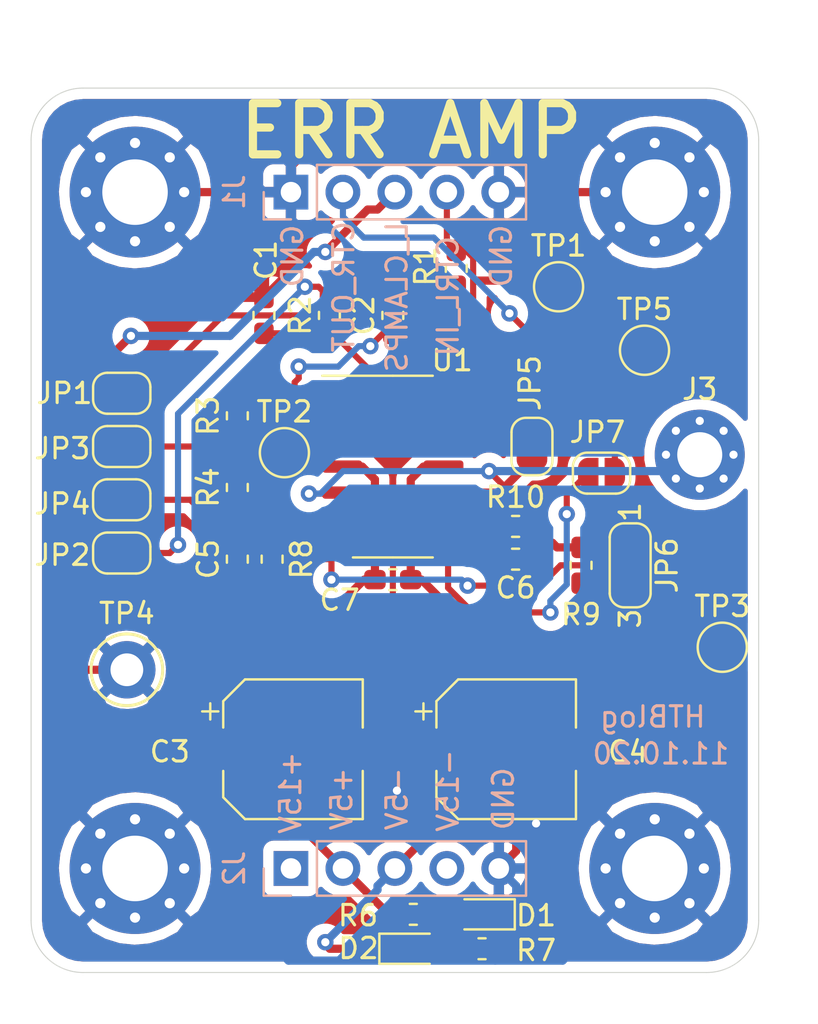
<source format=kicad_pcb>
(kicad_pcb (version 20171130) (host pcbnew "(5.1.5)-3")

  (general
    (thickness 1.6)
    (drawings 21)
    (tracks 222)
    (zones 0)
    (modules 38)
    (nets 23)
  )

  (page A4)
  (layers
    (0 F.Cu signal)
    (31 B.Cu signal)
    (32 B.Adhes user)
    (33 F.Adhes user)
    (34 B.Paste user)
    (35 F.Paste user)
    (36 B.SilkS user)
    (37 F.SilkS user)
    (38 B.Mask user)
    (39 F.Mask user)
    (40 Dwgs.User user)
    (41 Cmts.User user)
    (42 Eco1.User user)
    (43 Eco2.User user)
    (44 Edge.Cuts user)
    (45 Margin user)
    (46 B.CrtYd user)
    (47 F.CrtYd user)
    (48 B.Fab user hide)
    (49 F.Fab user hide)
  )

  (setup
    (last_trace_width 0.4)
    (user_trace_width 0.3)
    (user_trace_width 0.4)
    (trace_clearance 0.2)
    (zone_clearance 0.508)
    (zone_45_only no)
    (trace_min 0.2)
    (via_size 0.8)
    (via_drill 0.4)
    (via_min_size 0.4)
    (via_min_drill 0.3)
    (uvia_size 0.3)
    (uvia_drill 0.1)
    (uvias_allowed no)
    (uvia_min_size 0.2)
    (uvia_min_drill 0.1)
    (edge_width 0.05)
    (segment_width 0.2)
    (pcb_text_width 0.3)
    (pcb_text_size 1.5 1.5)
    (mod_edge_width 0.12)
    (mod_text_size 1 1)
    (mod_text_width 0.15)
    (pad_size 1.524 1.524)
    (pad_drill 0.762)
    (pad_to_mask_clearance 0.051)
    (solder_mask_min_width 0.25)
    (aux_axis_origin 0 0)
    (visible_elements FFFFFF7F)
    (pcbplotparams
      (layerselection 0x010fc_ffffffff)
      (usegerberextensions false)
      (usegerberattributes false)
      (usegerberadvancedattributes false)
      (creategerberjobfile false)
      (excludeedgelayer true)
      (linewidth 0.100000)
      (plotframeref false)
      (viasonmask false)
      (mode 1)
      (useauxorigin false)
      (hpglpennumber 1)
      (hpglpenspeed 20)
      (hpglpendiameter 15.000000)
      (psnegative false)
      (psa4output false)
      (plotreference true)
      (plotvalue true)
      (plotinvisibletext false)
      (padsonsilk false)
      (subtractmaskfromsilk false)
      (outputformat 1)
      (mirror false)
      (drillshape 1)
      (scaleselection 1)
      (outputdirectory ""))
  )

  (net 0 "")
  (net 1 GND)
  (net 2 "Net-(C1-Pad1)")
  (net 3 /CLAMPS_IN_2)
  (net 4 "Net-(C2-Pad1)")
  (net 5 +5V)
  (net 6 -5V)
  (net 7 /CLAMPS_IN_4)
  (net 8 "Net-(C5-Pad1)")
  (net 9 "Net-(C6-Pad2)")
  (net 10 "Net-(C6-Pad1)")
  (net 11 "Net-(D1-Pad2)")
  (net 12 "Net-(D2-Pad2)")
  (net 13 /CLAMPS_IN_1)
  (net 14 /LIMIT_CLAMPS)
  (net 15 /CTR_OUT)
  (net 16 -15V)
  (net 17 +15V)
  (net 18 "Net-(J3-Pad1)")
  (net 19 /CLAMPS_IN_3)
  (net 20 "Net-(JP6-Pad2)")
  (net 21 "Net-(JP6-Pad3)")
  (net 22 "Net-(U1-Pad13)")

  (net_class Default "This is the default net class."
    (clearance 0.2)
    (trace_width 0.25)
    (via_dia 0.8)
    (via_drill 0.4)
    (uvia_dia 0.3)
    (uvia_drill 0.1)
    (add_net +15V)
    (add_net +5V)
    (add_net -15V)
    (add_net -5V)
    (add_net /CLAMPS_IN_1)
    (add_net /CLAMPS_IN_2)
    (add_net /CLAMPS_IN_3)
    (add_net /CLAMPS_IN_4)
    (add_net /CTR_OUT)
    (add_net /LIMIT_CLAMPS)
    (add_net GND)
    (add_net "Net-(C1-Pad1)")
    (add_net "Net-(C2-Pad1)")
    (add_net "Net-(C5-Pad1)")
    (add_net "Net-(C6-Pad1)")
    (add_net "Net-(C6-Pad2)")
    (add_net "Net-(D1-Pad2)")
    (add_net "Net-(D2-Pad2)")
    (add_net "Net-(J3-Pad1)")
    (add_net "Net-(JP6-Pad2)")
    (add_net "Net-(JP6-Pad3)")
    (add_net "Net-(U1-Pad13)")
  )

  (module TestPoint:TestPoint_Pad_D2.0mm (layer F.Cu) (tedit 5A0F774F) (tstamp 5F838A3A)
    (at 126.5 127.1)
    (descr "SMD pad as test Point, diameter 2.0mm")
    (tags "test point SMD pad")
    (path /5F991FB5)
    (attr virtual)
    (fp_text reference TP5 (at 0 -1.998) (layer F.SilkS)
      (effects (font (size 1 1) (thickness 0.15)))
    )
    (fp_text value TestPoint (at 0 2.05) (layer F.Fab)
      (effects (font (size 1 1) (thickness 0.15)))
    )
    (fp_circle (center 0 0) (end 0 1.2) (layer F.SilkS) (width 0.12))
    (fp_circle (center 0 0) (end 1.5 0) (layer F.CrtYd) (width 0.05))
    (fp_text user %R (at 0 -2) (layer F.Fab)
      (effects (font (size 1 1) (thickness 0.15)))
    )
    (pad 1 smd circle (at 0 0) (size 2 2) (layers F.Cu F.Mask)
      (net 15 /CTR_OUT))
  )

  (module TestPoint:TestPoint_Pad_D2.0mm (layer F.Cu) (tedit 5A0F774F) (tstamp 5F838A1A)
    (at 130.3 141.6)
    (descr "SMD pad as test Point, diameter 2.0mm")
    (tags "test point SMD pad")
    (path /5F99863A)
    (attr virtual)
    (fp_text reference TP3 (at 0 -1.998) (layer F.SilkS)
      (effects (font (size 1 1) (thickness 0.15)))
    )
    (fp_text value TestPoint (at 0 2.05) (layer F.Fab)
      (effects (font (size 1 1) (thickness 0.15)))
    )
    (fp_circle (center 0 0) (end 0 1.2) (layer F.SilkS) (width 0.12))
    (fp_circle (center 0 0) (end 1.5 0) (layer F.CrtYd) (width 0.05))
    (fp_text user %R (at 0 -2) (layer F.Fab)
      (effects (font (size 1 1) (thickness 0.15)))
    )
    (pad 1 smd circle (at 0 0) (size 2 2) (layers F.Cu F.Mask)
      (net 20 "Net-(JP6-Pad2)"))
  )

  (module TestPoint:TestPoint_Pad_D2.0mm (layer F.Cu) (tedit 5A0F774F) (tstamp 5F838A12)
    (at 108.9 132.1)
    (descr "SMD pad as test Point, diameter 2.0mm")
    (tags "test point SMD pad")
    (path /5F99E4D9)
    (attr virtual)
    (fp_text reference TP2 (at 0 -1.998) (layer F.SilkS)
      (effects (font (size 1 1) (thickness 0.15)))
    )
    (fp_text value TestPoint (at 0 2.05) (layer F.Fab)
      (effects (font (size 1 1) (thickness 0.15)))
    )
    (fp_circle (center 0 0) (end 0 1.2) (layer F.SilkS) (width 0.12))
    (fp_circle (center 0 0) (end 1.5 0) (layer F.CrtYd) (width 0.05))
    (fp_text user %R (at 0 -2) (layer F.Fab)
      (effects (font (size 1 1) (thickness 0.15)))
    )
    (pad 1 smd circle (at 0 0) (size 2 2) (layers F.Cu F.Mask)
      (net 4 "Net-(C2-Pad1)"))
  )

  (module TestPoint:TestPoint_Pad_D2.0mm (layer F.Cu) (tedit 5A0F774F) (tstamp 5F838A0A)
    (at 122.3 124)
    (descr "SMD pad as test Point, diameter 2.0mm")
    (tags "test point SMD pad")
    (path /5F9A40B0)
    (attr virtual)
    (fp_text reference TP1 (at 0 -1.998) (layer F.SilkS)
      (effects (font (size 1 1) (thickness 0.15)))
    )
    (fp_text value TestPoint (at 0 2.05) (layer F.Fab)
      (effects (font (size 1 1) (thickness 0.15)))
    )
    (fp_circle (center 0 0) (end 0 1.2) (layer F.SilkS) (width 0.12))
    (fp_circle (center 0 0) (end 1.5 0) (layer F.CrtYd) (width 0.05))
    (fp_text user %R (at 0 -2) (layer F.Fab)
      (effects (font (size 1 1) (thickness 0.15)))
    )
    (pad 1 smd circle (at 0 0) (size 2 2) (layers F.Cu F.Mask)
      (net 13 /CLAMPS_IN_1))
  )

  (module Package_SO:SOIC-14_3.9x8.7mm_P1.27mm (layer F.Cu) (tedit 5D9F72B1) (tstamp 5F833011)
    (at 114.2 132.78)
    (descr "SOIC, 14 Pin (JEDEC MS-012AB, https://www.analog.com/media/en/package-pcb-resources/package/pkg_pdf/soic_narrow-r/r_14.pdf), generated with kicad-footprint-generator ipc_gullwing_generator.py")
    (tags "SOIC SO")
    (path /5F8486A8)
    (attr smd)
    (fp_text reference U1 (at 2.9 -5.18) (layer F.SilkS)
      (effects (font (size 1 1) (thickness 0.15)))
    )
    (fp_text value OPA1679IDR (at 0 5.28) (layer F.Fab)
      (effects (font (size 1 1) (thickness 0.15)))
    )
    (fp_text user %R (at 0 0) (layer F.Fab)
      (effects (font (size 0.98 0.98) (thickness 0.15)))
    )
    (fp_line (start 3.7 -4.58) (end -3.7 -4.58) (layer F.CrtYd) (width 0.05))
    (fp_line (start 3.7 4.58) (end 3.7 -4.58) (layer F.CrtYd) (width 0.05))
    (fp_line (start -3.7 4.58) (end 3.7 4.58) (layer F.CrtYd) (width 0.05))
    (fp_line (start -3.7 -4.58) (end -3.7 4.58) (layer F.CrtYd) (width 0.05))
    (fp_line (start -1.95 -3.35) (end -0.975 -4.325) (layer F.Fab) (width 0.1))
    (fp_line (start -1.95 4.325) (end -1.95 -3.35) (layer F.Fab) (width 0.1))
    (fp_line (start 1.95 4.325) (end -1.95 4.325) (layer F.Fab) (width 0.1))
    (fp_line (start 1.95 -4.325) (end 1.95 4.325) (layer F.Fab) (width 0.1))
    (fp_line (start -0.975 -4.325) (end 1.95 -4.325) (layer F.Fab) (width 0.1))
    (fp_line (start 0 -4.435) (end -3.45 -4.435) (layer F.SilkS) (width 0.12))
    (fp_line (start 0 -4.435) (end 1.95 -4.435) (layer F.SilkS) (width 0.12))
    (fp_line (start 0 4.435) (end -1.95 4.435) (layer F.SilkS) (width 0.12))
    (fp_line (start 0 4.435) (end 1.95 4.435) (layer F.SilkS) (width 0.12))
    (pad 14 smd roundrect (at 2.475 -3.81) (size 1.95 0.6) (layers F.Cu F.Paste F.Mask) (roundrect_rratio 0.25)
      (net 22 "Net-(U1-Pad13)"))
    (pad 13 smd roundrect (at 2.475 -2.54) (size 1.95 0.6) (layers F.Cu F.Paste F.Mask) (roundrect_rratio 0.25)
      (net 22 "Net-(U1-Pad13)"))
    (pad 12 smd roundrect (at 2.475 -1.27) (size 1.95 0.6) (layers F.Cu F.Paste F.Mask) (roundrect_rratio 0.25)
      (net 1 GND))
    (pad 11 smd roundrect (at 2.475 0) (size 1.95 0.6) (layers F.Cu F.Paste F.Mask) (roundrect_rratio 0.25)
      (net 6 -5V))
    (pad 10 smd roundrect (at 2.475 1.27) (size 1.95 0.6) (layers F.Cu F.Paste F.Mask) (roundrect_rratio 0.25)
      (net 18 "Net-(J3-Pad1)"))
    (pad 9 smd roundrect (at 2.475 2.54) (size 1.95 0.6) (layers F.Cu F.Paste F.Mask) (roundrect_rratio 0.25)
      (net 9 "Net-(C6-Pad2)"))
    (pad 8 smd roundrect (at 2.475 3.81) (size 1.95 0.6) (layers F.Cu F.Paste F.Mask) (roundrect_rratio 0.25)
      (net 10 "Net-(C6-Pad1)"))
    (pad 7 smd roundrect (at -2.475 3.81) (size 1.95 0.6) (layers F.Cu F.Paste F.Mask) (roundrect_rratio 0.25)
      (net 20 "Net-(JP6-Pad2)"))
    (pad 6 smd roundrect (at -2.475 2.54) (size 1.95 0.6) (layers F.Cu F.Paste F.Mask) (roundrect_rratio 0.25)
      (net 7 /CLAMPS_IN_4))
    (pad 5 smd roundrect (at -2.475 1.27) (size 1.95 0.6) (layers F.Cu F.Paste F.Mask) (roundrect_rratio 0.25)
      (net 18 "Net-(J3-Pad1)"))
    (pad 4 smd roundrect (at -2.475 0) (size 1.95 0.6) (layers F.Cu F.Paste F.Mask) (roundrect_rratio 0.25)
      (net 5 +5V))
    (pad 3 smd roundrect (at -2.475 -1.27) (size 1.95 0.6) (layers F.Cu F.Paste F.Mask) (roundrect_rratio 0.25)
      (net 2 "Net-(C1-Pad1)"))
    (pad 2 smd roundrect (at -2.475 -2.54) (size 1.95 0.6) (layers F.Cu F.Paste F.Mask) (roundrect_rratio 0.25)
      (net 4 "Net-(C2-Pad1)"))
    (pad 1 smd roundrect (at -2.475 -3.81) (size 1.95 0.6) (layers F.Cu F.Paste F.Mask) (roundrect_rratio 0.25)
      (net 4 "Net-(C2-Pad1)"))
    (model ${KISYS3DMOD}/Package_SO.3dshapes/SOIC-14_3.9x8.7mm_P1.27mm.wrl
      (at (xyz 0 0 0))
      (scale (xyz 1 1 1))
      (rotate (xyz 0 0 0))
    )
  )

  (module TestPoint:TestPoint_Keystone_5010-5014_Multipurpose (layer F.Cu) (tedit 5A0F774F) (tstamp 5F832FE4)
    (at 101.2 142.7)
    (descr "Keystone Miniature THM Test Point 5010-5014, http://www.keyelco.com/product-pdf.cfm?p=1319")
    (tags "Through Hole Mount Test Points")
    (path /5F8F2E70)
    (fp_text reference TP4 (at 0 -2.75) (layer F.SilkS)
      (effects (font (size 1 1) (thickness 0.15)))
    )
    (fp_text value TestPoint (at 0 2.75) (layer F.Fab)
      (effects (font (size 1 1) (thickness 0.15)))
    )
    (fp_circle (center 0 0) (end 1.75 0) (layer F.SilkS) (width 0.15))
    (fp_circle (center 0 0) (end 1.6 0) (layer F.Fab) (width 0.15))
    (fp_circle (center 0 0) (end 2 0) (layer F.CrtYd) (width 0.05))
    (fp_line (start -1.25 0.4) (end -1.25 -0.4) (layer F.Fab) (width 0.15))
    (fp_line (start 1.25 0.4) (end -1.25 0.4) (layer F.Fab) (width 0.15))
    (fp_line (start 1.25 -0.4) (end 1.25 0.4) (layer F.Fab) (width 0.15))
    (fp_line (start -1.25 -0.4) (end 1.25 -0.4) (layer F.Fab) (width 0.15))
    (fp_text user %R (at 0 0) (layer F.Fab)
      (effects (font (size 0.6 0.6) (thickness 0.09)))
    )
    (pad 1 thru_hole circle (at 0 0) (size 2.8 2.8) (drill 1.6) (layers *.Cu *.Mask)
      (net 1 GND))
    (model ${KISYS3DMOD}/TestPoint.3dshapes/TestPoint_Keystone_5010-5014_Multipurpose.wrl
      (at (xyz 0 0 0))
      (scale (xyz 1 1 1))
      (rotate (xyz 0 0 0))
    )
  )

  (module Resistor_SMD:R_0603_1608Metric_Pad1.05x0.95mm_HandSolder (layer F.Cu) (tedit 5B301BBD) (tstamp 5F832FB0)
    (at 120.2 135.7)
    (descr "Resistor SMD 0603 (1608 Metric), square (rectangular) end terminal, IPC_7351 nominal with elongated pad for handsoldering. (Body size source: http://www.tortai-tech.com/upload/download/2011102023233369053.pdf), generated with kicad-footprint-generator")
    (tags "resistor handsolder")
    (path /5F85B53D)
    (attr smd)
    (fp_text reference R10 (at 0 -1.43) (layer F.SilkS)
      (effects (font (size 1 1) (thickness 0.15)))
    )
    (fp_text value "10k 1%" (at 0 1.43) (layer F.Fab)
      (effects (font (size 1 1) (thickness 0.15)))
    )
    (fp_text user %R (at 0 0) (layer F.Fab)
      (effects (font (size 0.4 0.4) (thickness 0.06)))
    )
    (fp_line (start 1.65 0.73) (end -1.65 0.73) (layer F.CrtYd) (width 0.05))
    (fp_line (start 1.65 -0.73) (end 1.65 0.73) (layer F.CrtYd) (width 0.05))
    (fp_line (start -1.65 -0.73) (end 1.65 -0.73) (layer F.CrtYd) (width 0.05))
    (fp_line (start -1.65 0.73) (end -1.65 -0.73) (layer F.CrtYd) (width 0.05))
    (fp_line (start -0.171267 0.51) (end 0.171267 0.51) (layer F.SilkS) (width 0.12))
    (fp_line (start -0.171267 -0.51) (end 0.171267 -0.51) (layer F.SilkS) (width 0.12))
    (fp_line (start 0.8 0.4) (end -0.8 0.4) (layer F.Fab) (width 0.1))
    (fp_line (start 0.8 -0.4) (end 0.8 0.4) (layer F.Fab) (width 0.1))
    (fp_line (start -0.8 -0.4) (end 0.8 -0.4) (layer F.Fab) (width 0.1))
    (fp_line (start -0.8 0.4) (end -0.8 -0.4) (layer F.Fab) (width 0.1))
    (pad 2 smd roundrect (at 0.875 0) (size 1.05 0.95) (layers F.Cu F.Paste F.Mask) (roundrect_rratio 0.25)
      (net 9 "Net-(C6-Pad2)"))
    (pad 1 smd roundrect (at -0.875 0) (size 1.05 0.95) (layers F.Cu F.Paste F.Mask) (roundrect_rratio 0.25)
      (net 10 "Net-(C6-Pad1)"))
    (model ${KISYS3DMOD}/Resistor_SMD.3dshapes/R_0603_1608Metric.wrl
      (at (xyz 0 0 0))
      (scale (xyz 1 1 1))
      (rotate (xyz 0 0 0))
    )
  )

  (module Resistor_SMD:R_0603_1608Metric_Pad1.05x0.95mm_HandSolder (layer F.Cu) (tedit 5B301BBD) (tstamp 5F832F9F)
    (at 123.4 137.6 270)
    (descr "Resistor SMD 0603 (1608 Metric), square (rectangular) end terminal, IPC_7351 nominal with elongated pad for handsoldering. (Body size source: http://www.tortai-tech.com/upload/download/2011102023233369053.pdf), generated with kicad-footprint-generator")
    (tags "resistor handsolder")
    (path /5F857F0B)
    (attr smd)
    (fp_text reference R9 (at 2.4 0 180) (layer F.SilkS)
      (effects (font (size 1 1) (thickness 0.15)))
    )
    (fp_text value "10k 1%" (at 0 1.43 90) (layer F.Fab)
      (effects (font (size 1 1) (thickness 0.15)))
    )
    (fp_text user %R (at 0 0 90) (layer F.Fab)
      (effects (font (size 0.4 0.4) (thickness 0.06)))
    )
    (fp_line (start 1.65 0.73) (end -1.65 0.73) (layer F.CrtYd) (width 0.05))
    (fp_line (start 1.65 -0.73) (end 1.65 0.73) (layer F.CrtYd) (width 0.05))
    (fp_line (start -1.65 -0.73) (end 1.65 -0.73) (layer F.CrtYd) (width 0.05))
    (fp_line (start -1.65 0.73) (end -1.65 -0.73) (layer F.CrtYd) (width 0.05))
    (fp_line (start -0.171267 0.51) (end 0.171267 0.51) (layer F.SilkS) (width 0.12))
    (fp_line (start -0.171267 -0.51) (end 0.171267 -0.51) (layer F.SilkS) (width 0.12))
    (fp_line (start 0.8 0.4) (end -0.8 0.4) (layer F.Fab) (width 0.1))
    (fp_line (start 0.8 -0.4) (end 0.8 0.4) (layer F.Fab) (width 0.1))
    (fp_line (start -0.8 -0.4) (end 0.8 -0.4) (layer F.Fab) (width 0.1))
    (fp_line (start -0.8 0.4) (end -0.8 -0.4) (layer F.Fab) (width 0.1))
    (pad 2 smd roundrect (at 0.875 0 270) (size 1.05 0.95) (layers F.Cu F.Paste F.Mask) (roundrect_rratio 0.25)
      (net 21 "Net-(JP6-Pad3)"))
    (pad 1 smd roundrect (at -0.875 0 270) (size 1.05 0.95) (layers F.Cu F.Paste F.Mask) (roundrect_rratio 0.25)
      (net 9 "Net-(C6-Pad2)"))
    (model ${KISYS3DMOD}/Resistor_SMD.3dshapes/R_0603_1608Metric.wrl
      (at (xyz 0 0 0))
      (scale (xyz 1 1 1))
      (rotate (xyz 0 0 0))
    )
  )

  (module Resistor_SMD:R_0603_1608Metric_Pad1.05x0.95mm_HandSolder (layer F.Cu) (tedit 5B301BBD) (tstamp 5F832F8E)
    (at 108.3 137.3 270)
    (descr "Resistor SMD 0603 (1608 Metric), square (rectangular) end terminal, IPC_7351 nominal with elongated pad for handsoldering. (Body size source: http://www.tortai-tech.com/upload/download/2011102023233369053.pdf), generated with kicad-footprint-generator")
    (tags "resistor handsolder")
    (path /5F842B98)
    (attr smd)
    (fp_text reference R8 (at 0 -1.43 90) (layer F.SilkS)
      (effects (font (size 1 1) (thickness 0.15)))
    )
    (fp_text value 0R (at 0 1.43 90) (layer F.Fab)
      (effects (font (size 1 1) (thickness 0.15)))
    )
    (fp_text user %R (at 0 0 90) (layer F.Fab)
      (effects (font (size 0.4 0.4) (thickness 0.06)))
    )
    (fp_line (start 1.65 0.73) (end -1.65 0.73) (layer F.CrtYd) (width 0.05))
    (fp_line (start 1.65 -0.73) (end 1.65 0.73) (layer F.CrtYd) (width 0.05))
    (fp_line (start -1.65 -0.73) (end 1.65 -0.73) (layer F.CrtYd) (width 0.05))
    (fp_line (start -1.65 0.73) (end -1.65 -0.73) (layer F.CrtYd) (width 0.05))
    (fp_line (start -0.171267 0.51) (end 0.171267 0.51) (layer F.SilkS) (width 0.12))
    (fp_line (start -0.171267 -0.51) (end 0.171267 -0.51) (layer F.SilkS) (width 0.12))
    (fp_line (start 0.8 0.4) (end -0.8 0.4) (layer F.Fab) (width 0.1))
    (fp_line (start 0.8 -0.4) (end 0.8 0.4) (layer F.Fab) (width 0.1))
    (fp_line (start -0.8 -0.4) (end 0.8 -0.4) (layer F.Fab) (width 0.1))
    (fp_line (start -0.8 0.4) (end -0.8 -0.4) (layer F.Fab) (width 0.1))
    (pad 2 smd roundrect (at 0.875 0 270) (size 1.05 0.95) (layers F.Cu F.Paste F.Mask) (roundrect_rratio 0.25)
      (net 8 "Net-(C5-Pad1)"))
    (pad 1 smd roundrect (at -0.875 0 270) (size 1.05 0.95) (layers F.Cu F.Paste F.Mask) (roundrect_rratio 0.25)
      (net 20 "Net-(JP6-Pad2)"))
    (model ${KISYS3DMOD}/Resistor_SMD.3dshapes/R_0603_1608Metric.wrl
      (at (xyz 0 0 0))
      (scale (xyz 1 1 1))
      (rotate (xyz 0 0 0))
    )
  )

  (module Resistor_SMD:R_0603_1608Metric_Pad1.05x0.95mm_HandSolder (layer F.Cu) (tedit 5B301BBD) (tstamp 5F832F7D)
    (at 118.56 156.32)
    (descr "Resistor SMD 0603 (1608 Metric), square (rectangular) end terminal, IPC_7351 nominal with elongated pad for handsoldering. (Body size source: http://www.tortai-tech.com/upload/download/2011102023233369053.pdf), generated with kicad-footprint-generator")
    (tags "resistor handsolder")
    (path /5F95D703)
    (attr smd)
    (fp_text reference R7 (at 2.64 0.08) (layer F.SilkS)
      (effects (font (size 1 1) (thickness 0.15)))
    )
    (fp_text value "1k 1%" (at 0 1.43) (layer F.Fab)
      (effects (font (size 1 1) (thickness 0.15)))
    )
    (fp_text user %R (at 0 0) (layer F.Fab)
      (effects (font (size 0.4 0.4) (thickness 0.06)))
    )
    (fp_line (start 1.65 0.73) (end -1.65 0.73) (layer F.CrtYd) (width 0.05))
    (fp_line (start 1.65 -0.73) (end 1.65 0.73) (layer F.CrtYd) (width 0.05))
    (fp_line (start -1.65 -0.73) (end 1.65 -0.73) (layer F.CrtYd) (width 0.05))
    (fp_line (start -1.65 0.73) (end -1.65 -0.73) (layer F.CrtYd) (width 0.05))
    (fp_line (start -0.171267 0.51) (end 0.171267 0.51) (layer F.SilkS) (width 0.12))
    (fp_line (start -0.171267 -0.51) (end 0.171267 -0.51) (layer F.SilkS) (width 0.12))
    (fp_line (start 0.8 0.4) (end -0.8 0.4) (layer F.Fab) (width 0.1))
    (fp_line (start 0.8 -0.4) (end 0.8 0.4) (layer F.Fab) (width 0.1))
    (fp_line (start -0.8 -0.4) (end 0.8 -0.4) (layer F.Fab) (width 0.1))
    (fp_line (start -0.8 0.4) (end -0.8 -0.4) (layer F.Fab) (width 0.1))
    (pad 2 smd roundrect (at 0.875 0) (size 1.05 0.95) (layers F.Cu F.Paste F.Mask) (roundrect_rratio 0.25)
      (net 1 GND))
    (pad 1 smd roundrect (at -0.875 0) (size 1.05 0.95) (layers F.Cu F.Paste F.Mask) (roundrect_rratio 0.25)
      (net 12 "Net-(D2-Pad2)"))
    (model ${KISYS3DMOD}/Resistor_SMD.3dshapes/R_0603_1608Metric.wrl
      (at (xyz 0 0 0))
      (scale (xyz 1 1 1))
      (rotate (xyz 0 0 0))
    )
  )

  (module Resistor_SMD:R_0603_1608Metric_Pad1.05x0.95mm_HandSolder (layer F.Cu) (tedit 5B301BBD) (tstamp 5F832F6C)
    (at 115.2 154.64 180)
    (descr "Resistor SMD 0603 (1608 Metric), square (rectangular) end terminal, IPC_7351 nominal with elongated pad for handsoldering. (Body size source: http://www.tortai-tech.com/upload/download/2011102023233369053.pdf), generated with kicad-footprint-generator")
    (tags "resistor handsolder")
    (path /5F942171)
    (attr smd)
    (fp_text reference R6 (at 2.7 -0.06) (layer F.SilkS)
      (effects (font (size 1 1) (thickness 0.15)))
    )
    (fp_text value "1k 1%" (at 0 1.43) (layer F.Fab)
      (effects (font (size 1 1) (thickness 0.15)))
    )
    (fp_text user %R (at 0 0) (layer F.Fab)
      (effects (font (size 0.4 0.4) (thickness 0.06)))
    )
    (fp_line (start 1.65 0.73) (end -1.65 0.73) (layer F.CrtYd) (width 0.05))
    (fp_line (start 1.65 -0.73) (end 1.65 0.73) (layer F.CrtYd) (width 0.05))
    (fp_line (start -1.65 -0.73) (end 1.65 -0.73) (layer F.CrtYd) (width 0.05))
    (fp_line (start -1.65 0.73) (end -1.65 -0.73) (layer F.CrtYd) (width 0.05))
    (fp_line (start -0.171267 0.51) (end 0.171267 0.51) (layer F.SilkS) (width 0.12))
    (fp_line (start -0.171267 -0.51) (end 0.171267 -0.51) (layer F.SilkS) (width 0.12))
    (fp_line (start 0.8 0.4) (end -0.8 0.4) (layer F.Fab) (width 0.1))
    (fp_line (start 0.8 -0.4) (end 0.8 0.4) (layer F.Fab) (width 0.1))
    (fp_line (start -0.8 -0.4) (end 0.8 -0.4) (layer F.Fab) (width 0.1))
    (fp_line (start -0.8 0.4) (end -0.8 -0.4) (layer F.Fab) (width 0.1))
    (pad 2 smd roundrect (at 0.875 0 180) (size 1.05 0.95) (layers F.Cu F.Paste F.Mask) (roundrect_rratio 0.25)
      (net 5 +5V))
    (pad 1 smd roundrect (at -0.875 0 180) (size 1.05 0.95) (layers F.Cu F.Paste F.Mask) (roundrect_rratio 0.25)
      (net 11 "Net-(D1-Pad2)"))
    (model ${KISYS3DMOD}/Resistor_SMD.3dshapes/R_0603_1608Metric.wrl
      (at (xyz 0 0 0))
      (scale (xyz 1 1 1))
      (rotate (xyz 0 0 0))
    )
  )

  (module Resistor_SMD:R_0603_1608Metric_Pad1.05x0.95mm_HandSolder (layer F.Cu) (tedit 5B301BBD) (tstamp 5F832F4A)
    (at 106.6 133.8 90)
    (descr "Resistor SMD 0603 (1608 Metric), square (rectangular) end terminal, IPC_7351 nominal with elongated pad for handsoldering. (Body size source: http://www.tortai-tech.com/upload/download/2011102023233369053.pdf), generated with kicad-footprint-generator")
    (tags "resistor handsolder")
    (path /5F83BC39)
    (attr smd)
    (fp_text reference R4 (at 0 -1.43 90) (layer F.SilkS)
      (effects (font (size 1 1) (thickness 0.15)))
    )
    (fp_text value "10k 1%" (at 0 1.43 90) (layer F.Fab)
      (effects (font (size 1 1) (thickness 0.15)))
    )
    (fp_text user %R (at 0 0 90) (layer F.Fab)
      (effects (font (size 0.4 0.4) (thickness 0.06)))
    )
    (fp_line (start 1.65 0.73) (end -1.65 0.73) (layer F.CrtYd) (width 0.05))
    (fp_line (start 1.65 -0.73) (end 1.65 0.73) (layer F.CrtYd) (width 0.05))
    (fp_line (start -1.65 -0.73) (end 1.65 -0.73) (layer F.CrtYd) (width 0.05))
    (fp_line (start -1.65 0.73) (end -1.65 -0.73) (layer F.CrtYd) (width 0.05))
    (fp_line (start -0.171267 0.51) (end 0.171267 0.51) (layer F.SilkS) (width 0.12))
    (fp_line (start -0.171267 -0.51) (end 0.171267 -0.51) (layer F.SilkS) (width 0.12))
    (fp_line (start 0.8 0.4) (end -0.8 0.4) (layer F.Fab) (width 0.1))
    (fp_line (start 0.8 -0.4) (end 0.8 0.4) (layer F.Fab) (width 0.1))
    (fp_line (start -0.8 -0.4) (end 0.8 -0.4) (layer F.Fab) (width 0.1))
    (fp_line (start -0.8 0.4) (end -0.8 -0.4) (layer F.Fab) (width 0.1))
    (pad 2 smd roundrect (at 0.875 0 90) (size 1.05 0.95) (layers F.Cu F.Paste F.Mask) (roundrect_rratio 0.25)
      (net 19 /CLAMPS_IN_3))
    (pad 1 smd roundrect (at -0.875 0 90) (size 1.05 0.95) (layers F.Cu F.Paste F.Mask) (roundrect_rratio 0.25)
      (net 7 /CLAMPS_IN_4))
    (model ${KISYS3DMOD}/Resistor_SMD.3dshapes/R_0603_1608Metric.wrl
      (at (xyz 0 0 0))
      (scale (xyz 1 1 1))
      (rotate (xyz 0 0 0))
    )
  )

  (module Resistor_SMD:R_0603_1608Metric_Pad1.05x0.95mm_HandSolder (layer F.Cu) (tedit 5B301BBD) (tstamp 5F832F39)
    (at 106.6 130.3 90)
    (descr "Resistor SMD 0603 (1608 Metric), square (rectangular) end terminal, IPC_7351 nominal with elongated pad for handsoldering. (Body size source: http://www.tortai-tech.com/upload/download/2011102023233369053.pdf), generated with kicad-footprint-generator")
    (tags "resistor handsolder")
    (path /5F83ABB8)
    (attr smd)
    (fp_text reference R3 (at 0 -1.43 90) (layer F.SilkS)
      (effects (font (size 1 1) (thickness 0.15)))
    )
    (fp_text value "10k 1%" (at 0 1.43 90) (layer F.Fab)
      (effects (font (size 1 1) (thickness 0.15)))
    )
    (fp_text user %R (at 0 0 90) (layer F.Fab)
      (effects (font (size 0.4 0.4) (thickness 0.06)))
    )
    (fp_line (start 1.65 0.73) (end -1.65 0.73) (layer F.CrtYd) (width 0.05))
    (fp_line (start 1.65 -0.73) (end 1.65 0.73) (layer F.CrtYd) (width 0.05))
    (fp_line (start -1.65 -0.73) (end 1.65 -0.73) (layer F.CrtYd) (width 0.05))
    (fp_line (start -1.65 0.73) (end -1.65 -0.73) (layer F.CrtYd) (width 0.05))
    (fp_line (start -0.171267 0.51) (end 0.171267 0.51) (layer F.SilkS) (width 0.12))
    (fp_line (start -0.171267 -0.51) (end 0.171267 -0.51) (layer F.SilkS) (width 0.12))
    (fp_line (start 0.8 0.4) (end -0.8 0.4) (layer F.Fab) (width 0.1))
    (fp_line (start 0.8 -0.4) (end 0.8 0.4) (layer F.Fab) (width 0.1))
    (fp_line (start -0.8 -0.4) (end 0.8 -0.4) (layer F.Fab) (width 0.1))
    (fp_line (start -0.8 0.4) (end -0.8 -0.4) (layer F.Fab) (width 0.1))
    (pad 2 smd roundrect (at 0.875 0 90) (size 1.05 0.95) (layers F.Cu F.Paste F.Mask) (roundrect_rratio 0.25)
      (net 4 "Net-(C2-Pad1)"))
    (pad 1 smd roundrect (at -0.875 0 90) (size 1.05 0.95) (layers F.Cu F.Paste F.Mask) (roundrect_rratio 0.25)
      (net 19 /CLAMPS_IN_3))
    (model ${KISYS3DMOD}/Resistor_SMD.3dshapes/R_0603_1608Metric.wrl
      (at (xyz 0 0 0))
      (scale (xyz 1 1 1))
      (rotate (xyz 0 0 0))
    )
  )

  (module Resistor_SMD:R_0603_1608Metric_Pad1.05x0.95mm_HandSolder (layer F.Cu) (tedit 5B301BBD) (tstamp 5F832F28)
    (at 111.1 125.4 90)
    (descr "Resistor SMD 0603 (1608 Metric), square (rectangular) end terminal, IPC_7351 nominal with elongated pad for handsoldering. (Body size source: http://www.tortai-tech.com/upload/download/2011102023233369053.pdf), generated with kicad-footprint-generator")
    (tags "resistor handsolder")
    (path /5F833F30)
    (attr smd)
    (fp_text reference R2 (at 0 -1.43 90) (layer F.SilkS)
      (effects (font (size 1 1) (thickness 0.15)))
    )
    (fp_text value "306k 0.1%" (at 0 1.43 90) (layer F.Fab)
      (effects (font (size 1 1) (thickness 0.15)))
    )
    (fp_text user %R (at 0 0 90) (layer F.Fab)
      (effects (font (size 0.4 0.4) (thickness 0.06)))
    )
    (fp_line (start 1.65 0.73) (end -1.65 0.73) (layer F.CrtYd) (width 0.05))
    (fp_line (start 1.65 -0.73) (end 1.65 0.73) (layer F.CrtYd) (width 0.05))
    (fp_line (start -1.65 -0.73) (end 1.65 -0.73) (layer F.CrtYd) (width 0.05))
    (fp_line (start -1.65 0.73) (end -1.65 -0.73) (layer F.CrtYd) (width 0.05))
    (fp_line (start -0.171267 0.51) (end 0.171267 0.51) (layer F.SilkS) (width 0.12))
    (fp_line (start -0.171267 -0.51) (end 0.171267 -0.51) (layer F.SilkS) (width 0.12))
    (fp_line (start 0.8 0.4) (end -0.8 0.4) (layer F.Fab) (width 0.1))
    (fp_line (start 0.8 -0.4) (end 0.8 0.4) (layer F.Fab) (width 0.1))
    (fp_line (start -0.8 -0.4) (end 0.8 -0.4) (layer F.Fab) (width 0.1))
    (fp_line (start -0.8 0.4) (end -0.8 -0.4) (layer F.Fab) (width 0.1))
    (pad 2 smd roundrect (at 0.875 0 90) (size 1.05 0.95) (layers F.Cu F.Paste F.Mask) (roundrect_rratio 0.25)
      (net 3 /CLAMPS_IN_2))
    (pad 1 smd roundrect (at -0.875 0 90) (size 1.05 0.95) (layers F.Cu F.Paste F.Mask) (roundrect_rratio 0.25)
      (net 2 "Net-(C1-Pad1)"))
    (model ${KISYS3DMOD}/Resistor_SMD.3dshapes/R_0603_1608Metric.wrl
      (at (xyz 0 0 0))
      (scale (xyz 1 1 1))
      (rotate (xyz 0 0 0))
    )
  )

  (module Resistor_SMD:R_0603_1608Metric_Pad1.05x0.95mm_HandSolder (layer F.Cu) (tedit 5B301BBD) (tstamp 5F832F17)
    (at 117.3 123.1 90)
    (descr "Resistor SMD 0603 (1608 Metric), square (rectangular) end terminal, IPC_7351 nominal with elongated pad for handsoldering. (Body size source: http://www.tortai-tech.com/upload/download/2011102023233369053.pdf), generated with kicad-footprint-generator")
    (tags "resistor handsolder")
    (path /5F83346C)
    (attr smd)
    (fp_text reference R1 (at 0.1 -1.5 270) (layer F.SilkS)
      (effects (font (size 1 1) (thickness 0.15)))
    )
    (fp_text value "9.09k 0.1%" (at 0 1.43 90) (layer F.Fab)
      (effects (font (size 1 1) (thickness 0.15)))
    )
    (fp_text user %R (at 0 0 90) (layer F.Fab)
      (effects (font (size 0.4 0.4) (thickness 0.06)))
    )
    (fp_line (start 1.65 0.73) (end -1.65 0.73) (layer F.CrtYd) (width 0.05))
    (fp_line (start 1.65 -0.73) (end 1.65 0.73) (layer F.CrtYd) (width 0.05))
    (fp_line (start -1.65 -0.73) (end 1.65 -0.73) (layer F.CrtYd) (width 0.05))
    (fp_line (start -1.65 0.73) (end -1.65 -0.73) (layer F.CrtYd) (width 0.05))
    (fp_line (start -0.171267 0.51) (end 0.171267 0.51) (layer F.SilkS) (width 0.12))
    (fp_line (start -0.171267 -0.51) (end 0.171267 -0.51) (layer F.SilkS) (width 0.12))
    (fp_line (start 0.8 0.4) (end -0.8 0.4) (layer F.Fab) (width 0.1))
    (fp_line (start 0.8 -0.4) (end 0.8 0.4) (layer F.Fab) (width 0.1))
    (fp_line (start -0.8 -0.4) (end 0.8 -0.4) (layer F.Fab) (width 0.1))
    (fp_line (start -0.8 0.4) (end -0.8 -0.4) (layer F.Fab) (width 0.1))
    (pad 2 smd roundrect (at 0.875 0 90) (size 1.05 0.95) (layers F.Cu F.Paste F.Mask) (roundrect_rratio 0.25)
      (net 13 /CLAMPS_IN_1))
    (pad 1 smd roundrect (at -0.875 0 90) (size 1.05 0.95) (layers F.Cu F.Paste F.Mask) (roundrect_rratio 0.25)
      (net 3 /CLAMPS_IN_2))
    (model ${KISYS3DMOD}/Resistor_SMD.3dshapes/R_0603_1608Metric.wrl
      (at (xyz 0 0 0))
      (scale (xyz 1 1 1))
      (rotate (xyz 0 0 0))
    )
  )

  (module Jumper:SolderJumper-2_P1.3mm_Open_RoundedPad1.0x1.5mm (layer F.Cu) (tedit 5B391E66) (tstamp 5F832F06)
    (at 124.4 133.1 180)
    (descr "SMD Solder Jumper, 1x1.5mm, rounded Pads, 0.3mm gap, open")
    (tags "solder jumper open")
    (path /5F867FB7)
    (attr virtual)
    (fp_text reference JP7 (at 0.2 2) (layer F.SilkS)
      (effects (font (size 1 1) (thickness 0.15)))
    )
    (fp_text value Jumper_NC_Small (at 0 1.9) (layer F.Fab)
      (effects (font (size 1 1) (thickness 0.15)))
    )
    (fp_line (start 1.65 1.25) (end -1.65 1.25) (layer F.CrtYd) (width 0.05))
    (fp_line (start 1.65 1.25) (end 1.65 -1.25) (layer F.CrtYd) (width 0.05))
    (fp_line (start -1.65 -1.25) (end -1.65 1.25) (layer F.CrtYd) (width 0.05))
    (fp_line (start -1.65 -1.25) (end 1.65 -1.25) (layer F.CrtYd) (width 0.05))
    (fp_line (start -0.7 -1) (end 0.7 -1) (layer F.SilkS) (width 0.12))
    (fp_line (start 1.4 -0.3) (end 1.4 0.3) (layer F.SilkS) (width 0.12))
    (fp_line (start 0.7 1) (end -0.7 1) (layer F.SilkS) (width 0.12))
    (fp_line (start -1.4 0.3) (end -1.4 -0.3) (layer F.SilkS) (width 0.12))
    (fp_arc (start -0.7 -0.3) (end -0.7 -1) (angle -90) (layer F.SilkS) (width 0.12))
    (fp_arc (start -0.7 0.3) (end -1.4 0.3) (angle -90) (layer F.SilkS) (width 0.12))
    (fp_arc (start 0.7 0.3) (end 0.7 1) (angle -90) (layer F.SilkS) (width 0.12))
    (fp_arc (start 0.7 -0.3) (end 1.4 -0.3) (angle -90) (layer F.SilkS) (width 0.12))
    (pad 2 smd custom (at 0.65 0 180) (size 1 0.5) (layers F.Cu F.Mask)
      (net 10 "Net-(C6-Pad1)") (zone_connect 2)
      (options (clearance outline) (anchor rect))
      (primitives
        (gr_circle (center 0 0.25) (end 0.5 0.25) (width 0))
        (gr_circle (center 0 -0.25) (end 0.5 -0.25) (width 0))
        (gr_poly (pts
           (xy 0 -0.75) (xy -0.5 -0.75) (xy -0.5 0.75) (xy 0 0.75)) (width 0))
      ))
    (pad 1 smd custom (at -0.65 0 180) (size 1 0.5) (layers F.Cu F.Mask)
      (net 15 /CTR_OUT) (zone_connect 2)
      (options (clearance outline) (anchor rect))
      (primitives
        (gr_circle (center 0 0.25) (end 0.5 0.25) (width 0))
        (gr_circle (center 0 -0.25) (end 0.5 -0.25) (width 0))
        (gr_poly (pts
           (xy 0 -0.75) (xy 0.5 -0.75) (xy 0.5 0.75) (xy 0 0.75)) (width 0))
      ))
  )

  (module Jumper:SolderJumper-3_P1.3mm_Bridged12_RoundedPad1.0x1.5mm_NumberLabels (layer F.Cu) (tedit 5C745336) (tstamp 5F832EF4)
    (at 125.8 137.6 270)
    (descr "SMD Solder 3-pad Jumper, 1x1.5mm rounded Pads, 0.3mm gap, pads 1-2 bridged with 1 copper strip, labeled with numbers")
    (tags "solder jumper open")
    (path /5F861D0B)
    (attr virtual)
    (fp_text reference JP6 (at 0 -1.8 90) (layer F.SilkS)
      (effects (font (size 1 1) (thickness 0.15)))
    )
    (fp_text value Jumper_NC_Dual (at 0 1.9 90) (layer F.Fab)
      (effects (font (size 1 1) (thickness 0.15)))
    )
    (fp_poly (pts (xy -0.9 -0.3) (xy -0.4 -0.3) (xy -0.4 0.3) (xy -0.9 0.3)) (layer F.Cu) (width 0))
    (fp_arc (start -1.35 -0.3) (end -1.35 -1) (angle -90) (layer F.SilkS) (width 0.12))
    (fp_arc (start -1.35 0.3) (end -2.05 0.3) (angle -90) (layer F.SilkS) (width 0.12))
    (fp_arc (start 1.35 0.3) (end 1.35 1) (angle -90) (layer F.SilkS) (width 0.12))
    (fp_arc (start 1.35 -0.3) (end 2.05 -0.3) (angle -90) (layer F.SilkS) (width 0.12))
    (fp_line (start 2.3 1.25) (end -2.3 1.25) (layer F.CrtYd) (width 0.05))
    (fp_line (start 2.3 1.25) (end 2.3 -1.25) (layer F.CrtYd) (width 0.05))
    (fp_line (start -2.3 -1.25) (end -2.3 1.25) (layer F.CrtYd) (width 0.05))
    (fp_line (start -2.3 -1.25) (end 2.3 -1.25) (layer F.CrtYd) (width 0.05))
    (fp_line (start -1.4 -1) (end 1.4 -1) (layer F.SilkS) (width 0.12))
    (fp_line (start 2.05 -0.3) (end 2.05 0.3) (layer F.SilkS) (width 0.12))
    (fp_line (start 1.4 1) (end -1.4 1) (layer F.SilkS) (width 0.12))
    (fp_line (start -2.05 0.3) (end -2.05 -0.3) (layer F.SilkS) (width 0.12))
    (fp_text user 1 (at -2.6 0 90) (layer F.SilkS)
      (effects (font (size 1 1) (thickness 0.15)))
    )
    (fp_text user 3 (at 2.6 0 90) (layer F.SilkS)
      (effects (font (size 1 1) (thickness 0.15)))
    )
    (pad 1 smd custom (at -1.3 0 270) (size 1 0.5) (layers F.Cu F.Mask)
      (net 15 /CTR_OUT) (zone_connect 2)
      (options (clearance outline) (anchor rect))
      (primitives
        (gr_poly (pts
           (xy 0.55 -0.75) (xy 0 -0.75) (xy 0 0.75) (xy 0.55 0.75)) (width 0))
        (gr_circle (center 0 0.25) (end 0.5 0.25) (width 0))
        (gr_circle (center 0 -0.25) (end 0.5 -0.25) (width 0))
      ))
    (pad 2 smd rect (at 0 0 270) (size 1 1.5) (layers F.Cu F.Mask)
      (net 20 "Net-(JP6-Pad2)"))
    (pad 3 smd custom (at 1.3 0 270) (size 1 0.5) (layers F.Cu F.Mask)
      (net 21 "Net-(JP6-Pad3)") (zone_connect 2)
      (options (clearance outline) (anchor rect))
      (primitives
        (gr_circle (center 0 0.25) (end 0.5 0.25) (width 0))
        (gr_circle (center 0 -0.25) (end 0.5 -0.25) (width 0))
        (gr_poly (pts
           (xy -0.55 -0.75) (xy 0 -0.75) (xy 0 0.75) (xy -0.55 0.75)) (width 0))
      ))
  )

  (module Jumper:SolderJumper-2_P1.3mm_Bridged_RoundedPad1.0x1.5mm (layer F.Cu) (tedit 5C745284) (tstamp 5F832EDE)
    (at 121 131.8 90)
    (descr "SMD Solder Jumper, 1x1.5mm, rounded Pads, 0.3mm gap, bridged with 1 copper strip")
    (tags "solder jumper open")
    (path /5F83EDEE)
    (attr virtual)
    (fp_text reference JP5 (at 3.1 -0.1 90) (layer F.SilkS)
      (effects (font (size 1 1) (thickness 0.15)))
    )
    (fp_text value Jumper_NC_Small (at 0 1.9 90) (layer F.Fab)
      (effects (font (size 1 1) (thickness 0.15)))
    )
    (fp_poly (pts (xy 0.25 -0.3) (xy -0.25 -0.3) (xy -0.25 0.3) (xy 0.25 0.3)) (layer F.Cu) (width 0))
    (fp_line (start 1.65 1.25) (end -1.65 1.25) (layer F.CrtYd) (width 0.05))
    (fp_line (start 1.65 1.25) (end 1.65 -1.25) (layer F.CrtYd) (width 0.05))
    (fp_line (start -1.65 -1.25) (end -1.65 1.25) (layer F.CrtYd) (width 0.05))
    (fp_line (start -1.65 -1.25) (end 1.65 -1.25) (layer F.CrtYd) (width 0.05))
    (fp_line (start -0.7 -1) (end 0.7 -1) (layer F.SilkS) (width 0.12))
    (fp_line (start 1.4 -0.3) (end 1.4 0.3) (layer F.SilkS) (width 0.12))
    (fp_line (start 0.7 1) (end -0.7 1) (layer F.SilkS) (width 0.12))
    (fp_line (start -1.4 0.3) (end -1.4 -0.3) (layer F.SilkS) (width 0.12))
    (fp_arc (start -0.7 -0.3) (end -0.7 -1) (angle -90) (layer F.SilkS) (width 0.12))
    (fp_arc (start -0.7 0.3) (end -1.4 0.3) (angle -90) (layer F.SilkS) (width 0.12))
    (fp_arc (start 0.7 0.3) (end 0.7 1) (angle -90) (layer F.SilkS) (width 0.12))
    (fp_arc (start 0.7 -0.3) (end 1.4 -0.3) (angle -90) (layer F.SilkS) (width 0.12))
    (pad 1 smd custom (at -0.65 0 90) (size 1 0.5) (layers F.Cu F.Mask)
      (net 18 "Net-(J3-Pad1)") (zone_connect 2)
      (options (clearance outline) (anchor rect))
      (primitives
        (gr_circle (center 0 0.25) (end 0.5 0.25) (width 0))
        (gr_circle (center 0 -0.25) (end 0.5 -0.25) (width 0))
        (gr_poly (pts
           (xy 0 -0.75) (xy 0.5 -0.75) (xy 0.5 0.75) (xy 0 0.75)) (width 0))
      ))
    (pad 2 smd custom (at 0.65 0 90) (size 1 0.5) (layers F.Cu F.Mask)
      (net 1 GND) (zone_connect 2)
      (options (clearance outline) (anchor rect))
      (primitives
        (gr_circle (center 0 0.25) (end 0.5 0.25) (width 0))
        (gr_circle (center 0 -0.25) (end 0.5 -0.25) (width 0))
        (gr_poly (pts
           (xy 0 -0.75) (xy -0.5 -0.75) (xy -0.5 0.75) (xy 0 0.75)) (width 0))
      ))
  )

  (module Jumper:SolderJumper-2_P1.3mm_Open_RoundedPad1.0x1.5mm (layer F.Cu) (tedit 5B391E66) (tstamp 5F832ECB)
    (at 100.95 134.4)
    (descr "SMD Solder Jumper, 1x1.5mm, rounded Pads, 0.3mm gap, open")
    (tags "solder jumper open")
    (path /5F89C98D)
    (attr virtual)
    (fp_text reference JP4 (at -2.9 0.2) (layer F.SilkS)
      (effects (font (size 1 1) (thickness 0.15)))
    )
    (fp_text value Jumper_NC_Small (at 0 1.9) (layer F.Fab)
      (effects (font (size 1 1) (thickness 0.15)))
    )
    (fp_line (start 1.65 1.25) (end -1.65 1.25) (layer F.CrtYd) (width 0.05))
    (fp_line (start 1.65 1.25) (end 1.65 -1.25) (layer F.CrtYd) (width 0.05))
    (fp_line (start -1.65 -1.25) (end -1.65 1.25) (layer F.CrtYd) (width 0.05))
    (fp_line (start -1.65 -1.25) (end 1.65 -1.25) (layer F.CrtYd) (width 0.05))
    (fp_line (start -0.7 -1) (end 0.7 -1) (layer F.SilkS) (width 0.12))
    (fp_line (start 1.4 -0.3) (end 1.4 0.3) (layer F.SilkS) (width 0.12))
    (fp_line (start 0.7 1) (end -0.7 1) (layer F.SilkS) (width 0.12))
    (fp_line (start -1.4 0.3) (end -1.4 -0.3) (layer F.SilkS) (width 0.12))
    (fp_arc (start -0.7 -0.3) (end -0.7 -1) (angle -90) (layer F.SilkS) (width 0.12))
    (fp_arc (start -0.7 0.3) (end -1.4 0.3) (angle -90) (layer F.SilkS) (width 0.12))
    (fp_arc (start 0.7 0.3) (end 0.7 1) (angle -90) (layer F.SilkS) (width 0.12))
    (fp_arc (start 0.7 -0.3) (end 1.4 -0.3) (angle -90) (layer F.SilkS) (width 0.12))
    (pad 2 smd custom (at 0.65 0) (size 1 0.5) (layers F.Cu F.Mask)
      (net 7 /CLAMPS_IN_4) (zone_connect 2)
      (options (clearance outline) (anchor rect))
      (primitives
        (gr_circle (center 0 0.25) (end 0.5 0.25) (width 0))
        (gr_circle (center 0 -0.25) (end 0.5 -0.25) (width 0))
        (gr_poly (pts
           (xy 0 -0.75) (xy -0.5 -0.75) (xy -0.5 0.75) (xy 0 0.75)) (width 0))
      ))
    (pad 1 smd custom (at -0.65 0) (size 1 0.5) (layers F.Cu F.Mask)
      (net 14 /LIMIT_CLAMPS) (zone_connect 2)
      (options (clearance outline) (anchor rect))
      (primitives
        (gr_circle (center 0 0.25) (end 0.5 0.25) (width 0))
        (gr_circle (center 0 -0.25) (end 0.5 -0.25) (width 0))
        (gr_poly (pts
           (xy 0 -0.75) (xy 0.5 -0.75) (xy 0.5 0.75) (xy 0 0.75)) (width 0))
      ))
  )

  (module Jumper:SolderJumper-2_P1.3mm_Open_RoundedPad1.0x1.5mm (layer F.Cu) (tedit 5B391E66) (tstamp 5F832EB9)
    (at 100.95 131.8)
    (descr "SMD Solder Jumper, 1x1.5mm, rounded Pads, 0.3mm gap, open")
    (tags "solder jumper open")
    (path /5F89C3EE)
    (attr virtual)
    (fp_text reference JP3 (at -2.9 0.1 180) (layer F.SilkS)
      (effects (font (size 1 1) (thickness 0.15)))
    )
    (fp_text value Jumper_NC_Small (at 0 1.9) (layer F.Fab)
      (effects (font (size 1 1) (thickness 0.15)))
    )
    (fp_line (start 1.65 1.25) (end -1.65 1.25) (layer F.CrtYd) (width 0.05))
    (fp_line (start 1.65 1.25) (end 1.65 -1.25) (layer F.CrtYd) (width 0.05))
    (fp_line (start -1.65 -1.25) (end -1.65 1.25) (layer F.CrtYd) (width 0.05))
    (fp_line (start -1.65 -1.25) (end 1.65 -1.25) (layer F.CrtYd) (width 0.05))
    (fp_line (start -0.7 -1) (end 0.7 -1) (layer F.SilkS) (width 0.12))
    (fp_line (start 1.4 -0.3) (end 1.4 0.3) (layer F.SilkS) (width 0.12))
    (fp_line (start 0.7 1) (end -0.7 1) (layer F.SilkS) (width 0.12))
    (fp_line (start -1.4 0.3) (end -1.4 -0.3) (layer F.SilkS) (width 0.12))
    (fp_arc (start -0.7 -0.3) (end -0.7 -1) (angle -90) (layer F.SilkS) (width 0.12))
    (fp_arc (start -0.7 0.3) (end -1.4 0.3) (angle -90) (layer F.SilkS) (width 0.12))
    (fp_arc (start 0.7 0.3) (end 0.7 1) (angle -90) (layer F.SilkS) (width 0.12))
    (fp_arc (start 0.7 -0.3) (end 1.4 -0.3) (angle -90) (layer F.SilkS) (width 0.12))
    (pad 2 smd custom (at 0.65 0) (size 1 0.5) (layers F.Cu F.Mask)
      (net 19 /CLAMPS_IN_3) (zone_connect 2)
      (options (clearance outline) (anchor rect))
      (primitives
        (gr_circle (center 0 0.25) (end 0.5 0.25) (width 0))
        (gr_circle (center 0 -0.25) (end 0.5 -0.25) (width 0))
        (gr_poly (pts
           (xy 0 -0.75) (xy -0.5 -0.75) (xy -0.5 0.75) (xy 0 0.75)) (width 0))
      ))
    (pad 1 smd custom (at -0.65 0) (size 1 0.5) (layers F.Cu F.Mask)
      (net 14 /LIMIT_CLAMPS) (zone_connect 2)
      (options (clearance outline) (anchor rect))
      (primitives
        (gr_circle (center 0 0.25) (end 0.5 0.25) (width 0))
        (gr_circle (center 0 -0.25) (end 0.5 -0.25) (width 0))
        (gr_poly (pts
           (xy 0 -0.75) (xy 0.5 -0.75) (xy 0.5 0.75) (xy 0 0.75)) (width 0))
      ))
  )

  (module Jumper:SolderJumper-2_P1.3mm_Open_RoundedPad1.0x1.5mm (layer F.Cu) (tedit 5B391E66) (tstamp 5F832EA7)
    (at 100.95 137)
    (descr "SMD Solder Jumper, 1x1.5mm, rounded Pads, 0.3mm gap, open")
    (tags "solder jumper open")
    (path /5F89BCCF)
    (attr virtual)
    (fp_text reference JP2 (at -2.9 0.1) (layer F.SilkS)
      (effects (font (size 1 1) (thickness 0.15)))
    )
    (fp_text value Jumper_NC_Small (at 0 1.9) (layer F.Fab)
      (effects (font (size 1 1) (thickness 0.15)))
    )
    (fp_line (start 1.65 1.25) (end -1.65 1.25) (layer F.CrtYd) (width 0.05))
    (fp_line (start 1.65 1.25) (end 1.65 -1.25) (layer F.CrtYd) (width 0.05))
    (fp_line (start -1.65 -1.25) (end -1.65 1.25) (layer F.CrtYd) (width 0.05))
    (fp_line (start -1.65 -1.25) (end 1.65 -1.25) (layer F.CrtYd) (width 0.05))
    (fp_line (start -0.7 -1) (end 0.7 -1) (layer F.SilkS) (width 0.12))
    (fp_line (start 1.4 -0.3) (end 1.4 0.3) (layer F.SilkS) (width 0.12))
    (fp_line (start 0.7 1) (end -0.7 1) (layer F.SilkS) (width 0.12))
    (fp_line (start -1.4 0.3) (end -1.4 -0.3) (layer F.SilkS) (width 0.12))
    (fp_arc (start -0.7 -0.3) (end -0.7 -1) (angle -90) (layer F.SilkS) (width 0.12))
    (fp_arc (start -0.7 0.3) (end -1.4 0.3) (angle -90) (layer F.SilkS) (width 0.12))
    (fp_arc (start 0.7 0.3) (end 0.7 1) (angle -90) (layer F.SilkS) (width 0.12))
    (fp_arc (start 0.7 -0.3) (end 1.4 -0.3) (angle -90) (layer F.SilkS) (width 0.12))
    (pad 2 smd custom (at 0.65 0) (size 1 0.5) (layers F.Cu F.Mask)
      (net 3 /CLAMPS_IN_2) (zone_connect 2)
      (options (clearance outline) (anchor rect))
      (primitives
        (gr_circle (center 0 0.25) (end 0.5 0.25) (width 0))
        (gr_circle (center 0 -0.25) (end 0.5 -0.25) (width 0))
        (gr_poly (pts
           (xy 0 -0.75) (xy -0.5 -0.75) (xy -0.5 0.75) (xy 0 0.75)) (width 0))
      ))
    (pad 1 smd custom (at -0.65 0) (size 1 0.5) (layers F.Cu F.Mask)
      (net 14 /LIMIT_CLAMPS) (zone_connect 2)
      (options (clearance outline) (anchor rect))
      (primitives
        (gr_circle (center 0 0.25) (end 0.5 0.25) (width 0))
        (gr_circle (center 0 -0.25) (end 0.5 -0.25) (width 0))
        (gr_poly (pts
           (xy 0 -0.75) (xy 0.5 -0.75) (xy 0.5 0.75) (xy 0 0.75)) (width 0))
      ))
  )

  (module Jumper:SolderJumper-2_P1.3mm_Open_RoundedPad1.0x1.5mm (layer F.Cu) (tedit 5B391E66) (tstamp 5F832E95)
    (at 100.95 129.2)
    (descr "SMD Solder Jumper, 1x1.5mm, rounded Pads, 0.3mm gap, open")
    (tags "solder jumper open")
    (path /5F89876A)
    (attr virtual)
    (fp_text reference JP1 (at -2.8 0) (layer F.SilkS)
      (effects (font (size 1 1) (thickness 0.15)))
    )
    (fp_text value Jumper_NC_Small (at 0 1.9) (layer F.Fab)
      (effects (font (size 1 1) (thickness 0.15)))
    )
    (fp_line (start 1.65 1.25) (end -1.65 1.25) (layer F.CrtYd) (width 0.05))
    (fp_line (start 1.65 1.25) (end 1.65 -1.25) (layer F.CrtYd) (width 0.05))
    (fp_line (start -1.65 -1.25) (end -1.65 1.25) (layer F.CrtYd) (width 0.05))
    (fp_line (start -1.65 -1.25) (end 1.65 -1.25) (layer F.CrtYd) (width 0.05))
    (fp_line (start -0.7 -1) (end 0.7 -1) (layer F.SilkS) (width 0.12))
    (fp_line (start 1.4 -0.3) (end 1.4 0.3) (layer F.SilkS) (width 0.12))
    (fp_line (start 0.7 1) (end -0.7 1) (layer F.SilkS) (width 0.12))
    (fp_line (start -1.4 0.3) (end -1.4 -0.3) (layer F.SilkS) (width 0.12))
    (fp_arc (start -0.7 -0.3) (end -0.7 -1) (angle -90) (layer F.SilkS) (width 0.12))
    (fp_arc (start -0.7 0.3) (end -1.4 0.3) (angle -90) (layer F.SilkS) (width 0.12))
    (fp_arc (start 0.7 0.3) (end 0.7 1) (angle -90) (layer F.SilkS) (width 0.12))
    (fp_arc (start 0.7 -0.3) (end 1.4 -0.3) (angle -90) (layer F.SilkS) (width 0.12))
    (pad 2 smd custom (at 0.65 0) (size 1 0.5) (layers F.Cu F.Mask)
      (net 13 /CLAMPS_IN_1) (zone_connect 2)
      (options (clearance outline) (anchor rect))
      (primitives
        (gr_circle (center 0 0.25) (end 0.5 0.25) (width 0))
        (gr_circle (center 0 -0.25) (end 0.5 -0.25) (width 0))
        (gr_poly (pts
           (xy 0 -0.75) (xy -0.5 -0.75) (xy -0.5 0.75) (xy 0 0.75)) (width 0))
      ))
    (pad 1 smd custom (at -0.65 0) (size 1 0.5) (layers F.Cu F.Mask)
      (net 14 /LIMIT_CLAMPS) (zone_connect 2)
      (options (clearance outline) (anchor rect))
      (primitives
        (gr_circle (center 0 0.25) (end 0.5 0.25) (width 0))
        (gr_circle (center 0 -0.25) (end 0.5 -0.25) (width 0))
        (gr_poly (pts
           (xy 0 -0.75) (xy 0.5 -0.75) (xy 0.5 0.75) (xy 0 0.75)) (width 0))
      ))
  )

  (module MountingHole:MountingHole_2.2mm_M2_Pad_Via (layer F.Cu) (tedit 56DDB9C7) (tstamp 5F832E83)
    (at 129.2 132.2)
    (descr "Mounting Hole 2.2mm, M2")
    (tags "mounting hole 2.2mm m2")
    (path /5F84128C)
    (attr virtual)
    (fp_text reference J3 (at 0 -3.2) (layer F.SilkS)
      (effects (font (size 1 1) (thickness 0.15)))
    )
    (fp_text value CTR_REF (at 0 3.2) (layer F.Fab)
      (effects (font (size 1 1) (thickness 0.15)))
    )
    (fp_circle (center 0 0) (end 2.45 0) (layer F.CrtYd) (width 0.05))
    (fp_circle (center 0 0) (end 2.2 0) (layer Cmts.User) (width 0.15))
    (fp_text user %R (at 0.3 0) (layer F.Fab)
      (effects (font (size 1 1) (thickness 0.15)))
    )
    (pad 1 thru_hole circle (at 1.166726 -1.166726) (size 0.7 0.7) (drill 0.4) (layers *.Cu *.Mask)
      (net 18 "Net-(J3-Pad1)"))
    (pad 1 thru_hole circle (at 0 -1.65) (size 0.7 0.7) (drill 0.4) (layers *.Cu *.Mask)
      (net 18 "Net-(J3-Pad1)"))
    (pad 1 thru_hole circle (at -1.166726 -1.166726) (size 0.7 0.7) (drill 0.4) (layers *.Cu *.Mask)
      (net 18 "Net-(J3-Pad1)"))
    (pad 1 thru_hole circle (at -1.65 0) (size 0.7 0.7) (drill 0.4) (layers *.Cu *.Mask)
      (net 18 "Net-(J3-Pad1)"))
    (pad 1 thru_hole circle (at -1.166726 1.166726) (size 0.7 0.7) (drill 0.4) (layers *.Cu *.Mask)
      (net 18 "Net-(J3-Pad1)"))
    (pad 1 thru_hole circle (at 0 1.65) (size 0.7 0.7) (drill 0.4) (layers *.Cu *.Mask)
      (net 18 "Net-(J3-Pad1)"))
    (pad 1 thru_hole circle (at 1.166726 1.166726) (size 0.7 0.7) (drill 0.4) (layers *.Cu *.Mask)
      (net 18 "Net-(J3-Pad1)"))
    (pad 1 thru_hole circle (at 1.65 0) (size 0.7 0.7) (drill 0.4) (layers *.Cu *.Mask)
      (net 18 "Net-(J3-Pad1)"))
    (pad 1 thru_hole circle (at 0 0) (size 4.4 4.4) (drill 2.2) (layers *.Cu *.Mask)
      (net 18 "Net-(J3-Pad1)"))
  )

  (module Connector_PinSocket_2.54mm:PinSocket_1x05_P2.54mm_Vertical locked (layer B.Cu) (tedit 5A19A420) (tstamp 5F832E73)
    (at 109.22 152.4 270)
    (descr "Through hole straight socket strip, 1x05, 2.54mm pitch, single row (from Kicad 4.0.7), script generated")
    (tags "Through hole socket strip THT 1x05 2.54mm single row")
    (path /5F8B1D6B)
    (fp_text reference J2 (at 0 2.77 270) (layer B.SilkS)
      (effects (font (size 1 1) (thickness 0.15)) (justify mirror))
    )
    (fp_text value Conn_B (at 0 -12.93 270) (layer B.Fab)
      (effects (font (size 1 1) (thickness 0.15)) (justify mirror))
    )
    (fp_text user %R (at 0 -5.08) (layer B.Fab)
      (effects (font (size 1 1) (thickness 0.15)) (justify mirror))
    )
    (fp_line (start -1.8 -11.9) (end -1.8 1.8) (layer B.CrtYd) (width 0.05))
    (fp_line (start 1.75 -11.9) (end -1.8 -11.9) (layer B.CrtYd) (width 0.05))
    (fp_line (start 1.75 1.8) (end 1.75 -11.9) (layer B.CrtYd) (width 0.05))
    (fp_line (start -1.8 1.8) (end 1.75 1.8) (layer B.CrtYd) (width 0.05))
    (fp_line (start 0 1.33) (end 1.33 1.33) (layer B.SilkS) (width 0.12))
    (fp_line (start 1.33 1.33) (end 1.33 0) (layer B.SilkS) (width 0.12))
    (fp_line (start 1.33 -1.27) (end 1.33 -11.49) (layer B.SilkS) (width 0.12))
    (fp_line (start -1.33 -11.49) (end 1.33 -11.49) (layer B.SilkS) (width 0.12))
    (fp_line (start -1.33 -1.27) (end -1.33 -11.49) (layer B.SilkS) (width 0.12))
    (fp_line (start -1.33 -1.27) (end 1.33 -1.27) (layer B.SilkS) (width 0.12))
    (fp_line (start -1.27 -11.43) (end -1.27 1.27) (layer B.Fab) (width 0.1))
    (fp_line (start 1.27 -11.43) (end -1.27 -11.43) (layer B.Fab) (width 0.1))
    (fp_line (start 1.27 0.635) (end 1.27 -11.43) (layer B.Fab) (width 0.1))
    (fp_line (start 0.635 1.27) (end 1.27 0.635) (layer B.Fab) (width 0.1))
    (fp_line (start -1.27 1.27) (end 0.635 1.27) (layer B.Fab) (width 0.1))
    (pad 5 thru_hole oval (at 0 -10.16 270) (size 1.7 1.7) (drill 1) (layers *.Cu *.Mask)
      (net 1 GND))
    (pad 4 thru_hole oval (at 0 -7.62 270) (size 1.7 1.7) (drill 1) (layers *.Cu *.Mask)
      (net 16 -15V))
    (pad 3 thru_hole oval (at 0 -5.08 270) (size 1.7 1.7) (drill 1) (layers *.Cu *.Mask)
      (net 6 -5V))
    (pad 2 thru_hole oval (at 0 -2.54 270) (size 1.7 1.7) (drill 1) (layers *.Cu *.Mask)
      (net 5 +5V))
    (pad 1 thru_hole rect (at 0 0 270) (size 1.7 1.7) (drill 1) (layers *.Cu *.Mask)
      (net 17 +15V))
    (model ${KISYS3DMOD}/Connector_PinSocket_2.54mm.3dshapes/PinSocket_1x05_P2.54mm_Vertical.wrl
      (at (xyz 0 0 0))
      (scale (xyz 1 1 1))
      (rotate (xyz 0 0 0))
    )
  )

  (module Connector_PinSocket_2.54mm:PinSocket_1x05_P2.54mm_Vertical locked (layer B.Cu) (tedit 5A19A420) (tstamp 5F832E5A)
    (at 109.22 119.38 270)
    (descr "Through hole straight socket strip, 1x05, 2.54mm pitch, single row (from Kicad 4.0.7), script generated")
    (tags "Through hole socket strip THT 1x05 2.54mm single row")
    (path /5F8AF8B8)
    (fp_text reference J1 (at 0 2.77 270) (layer B.SilkS)
      (effects (font (size 1 1) (thickness 0.15)) (justify mirror))
    )
    (fp_text value Conn_A (at 0 -12.93 270) (layer B.Fab)
      (effects (font (size 1 1) (thickness 0.15)) (justify mirror))
    )
    (fp_text user %R (at 0 -5.08) (layer B.Fab)
      (effects (font (size 1 1) (thickness 0.15)) (justify mirror))
    )
    (fp_line (start -1.8 -11.9) (end -1.8 1.8) (layer B.CrtYd) (width 0.05))
    (fp_line (start 1.75 -11.9) (end -1.8 -11.9) (layer B.CrtYd) (width 0.05))
    (fp_line (start 1.75 1.8) (end 1.75 -11.9) (layer B.CrtYd) (width 0.05))
    (fp_line (start -1.8 1.8) (end 1.75 1.8) (layer B.CrtYd) (width 0.05))
    (fp_line (start 0 1.33) (end 1.33 1.33) (layer B.SilkS) (width 0.12))
    (fp_line (start 1.33 1.33) (end 1.33 0) (layer B.SilkS) (width 0.12))
    (fp_line (start 1.33 -1.27) (end 1.33 -11.49) (layer B.SilkS) (width 0.12))
    (fp_line (start -1.33 -11.49) (end 1.33 -11.49) (layer B.SilkS) (width 0.12))
    (fp_line (start -1.33 -1.27) (end -1.33 -11.49) (layer B.SilkS) (width 0.12))
    (fp_line (start -1.33 -1.27) (end 1.33 -1.27) (layer B.SilkS) (width 0.12))
    (fp_line (start -1.27 -11.43) (end -1.27 1.27) (layer B.Fab) (width 0.1))
    (fp_line (start 1.27 -11.43) (end -1.27 -11.43) (layer B.Fab) (width 0.1))
    (fp_line (start 1.27 0.635) (end 1.27 -11.43) (layer B.Fab) (width 0.1))
    (fp_line (start 0.635 1.27) (end 1.27 0.635) (layer B.Fab) (width 0.1))
    (fp_line (start -1.27 1.27) (end 0.635 1.27) (layer B.Fab) (width 0.1))
    (pad 5 thru_hole oval (at 0 -10.16 270) (size 1.7 1.7) (drill 1) (layers *.Cu *.Mask)
      (net 1 GND))
    (pad 4 thru_hole oval (at 0 -7.62 270) (size 1.7 1.7) (drill 1) (layers *.Cu *.Mask)
      (net 13 /CLAMPS_IN_1))
    (pad 3 thru_hole oval (at 0 -5.08 270) (size 1.7 1.7) (drill 1) (layers *.Cu *.Mask)
      (net 14 /LIMIT_CLAMPS))
    (pad 2 thru_hole oval (at 0 -2.54 270) (size 1.7 1.7) (drill 1) (layers *.Cu *.Mask)
      (net 15 /CTR_OUT))
    (pad 1 thru_hole rect (at 0 0 270) (size 1.7 1.7) (drill 1) (layers *.Cu *.Mask)
      (net 1 GND))
    (model ${KISYS3DMOD}/Connector_PinSocket_2.54mm.3dshapes/PinSocket_1x05_P2.54mm_Vertical.wrl
      (at (xyz 0 0 0))
      (scale (xyz 1 1 1))
      (rotate (xyz 0 0 0))
    )
  )

  (module MountingHole:MountingHole_3.2mm_M3_Pad_Via locked (layer F.Cu) (tedit 56DDBCCA) (tstamp 5F832E41)
    (at 127 152.4)
    (descr "Mounting Hole 3.2mm, M3")
    (tags "mounting hole 3.2mm m3")
    (path /5F916472)
    (attr virtual)
    (fp_text reference H4 (at 0 -4.2) (layer F.SilkS) hide
      (effects (font (size 1 1) (thickness 0.15)))
    )
    (fp_text value MountingHole (at 0 4.2) (layer F.Fab)
      (effects (font (size 1 1) (thickness 0.15)))
    )
    (fp_circle (center 0 0) (end 3.45 0) (layer F.CrtYd) (width 0.05))
    (fp_circle (center 0 0) (end 3.2 0) (layer Cmts.User) (width 0.15))
    (fp_text user %R (at 0.3 0) (layer F.Fab)
      (effects (font (size 1 1) (thickness 0.15)))
    )
    (pad 1 thru_hole circle (at 1.697056 -1.697056) (size 0.8 0.8) (drill 0.5) (layers *.Cu *.Mask)
      (net 1 GND))
    (pad 1 thru_hole circle (at 0 -2.4) (size 0.8 0.8) (drill 0.5) (layers *.Cu *.Mask)
      (net 1 GND))
    (pad 1 thru_hole circle (at -1.697056 -1.697056) (size 0.8 0.8) (drill 0.5) (layers *.Cu *.Mask)
      (net 1 GND))
    (pad 1 thru_hole circle (at -2.4 0) (size 0.8 0.8) (drill 0.5) (layers *.Cu *.Mask)
      (net 1 GND))
    (pad 1 thru_hole circle (at -1.697056 1.697056) (size 0.8 0.8) (drill 0.5) (layers *.Cu *.Mask)
      (net 1 GND))
    (pad 1 thru_hole circle (at 0 2.4) (size 0.8 0.8) (drill 0.5) (layers *.Cu *.Mask)
      (net 1 GND))
    (pad 1 thru_hole circle (at 1.697056 1.697056) (size 0.8 0.8) (drill 0.5) (layers *.Cu *.Mask)
      (net 1 GND))
    (pad 1 thru_hole circle (at 2.4 0) (size 0.8 0.8) (drill 0.5) (layers *.Cu *.Mask)
      (net 1 GND))
    (pad 1 thru_hole circle (at 0 0) (size 6.4 6.4) (drill 3.2) (layers *.Cu *.Mask)
      (net 1 GND))
  )

  (module MountingHole:MountingHole_3.2mm_M3_Pad_Via locked (layer F.Cu) (tedit 56DDBCCA) (tstamp 5F832E31)
    (at 101.6 119.38)
    (descr "Mounting Hole 3.2mm, M3")
    (tags "mounting hole 3.2mm m3")
    (path /5F8FE721)
    (attr virtual)
    (fp_text reference H3 (at 0 -4.2) (layer F.SilkS) hide
      (effects (font (size 1 1) (thickness 0.15)))
    )
    (fp_text value MountingHole (at 0 4.2) (layer F.Fab)
      (effects (font (size 1 1) (thickness 0.15)))
    )
    (fp_circle (center 0 0) (end 3.45 0) (layer F.CrtYd) (width 0.05))
    (fp_circle (center 0 0) (end 3.2 0) (layer Cmts.User) (width 0.15))
    (fp_text user %R (at 0.3 0) (layer F.Fab)
      (effects (font (size 1 1) (thickness 0.15)))
    )
    (pad 1 thru_hole circle (at 1.697056 -1.697056) (size 0.8 0.8) (drill 0.5) (layers *.Cu *.Mask)
      (net 1 GND))
    (pad 1 thru_hole circle (at 0 -2.4) (size 0.8 0.8) (drill 0.5) (layers *.Cu *.Mask)
      (net 1 GND))
    (pad 1 thru_hole circle (at -1.697056 -1.697056) (size 0.8 0.8) (drill 0.5) (layers *.Cu *.Mask)
      (net 1 GND))
    (pad 1 thru_hole circle (at -2.4 0) (size 0.8 0.8) (drill 0.5) (layers *.Cu *.Mask)
      (net 1 GND))
    (pad 1 thru_hole circle (at -1.697056 1.697056) (size 0.8 0.8) (drill 0.5) (layers *.Cu *.Mask)
      (net 1 GND))
    (pad 1 thru_hole circle (at 0 2.4) (size 0.8 0.8) (drill 0.5) (layers *.Cu *.Mask)
      (net 1 GND))
    (pad 1 thru_hole circle (at 1.697056 1.697056) (size 0.8 0.8) (drill 0.5) (layers *.Cu *.Mask)
      (net 1 GND))
    (pad 1 thru_hole circle (at 2.4 0) (size 0.8 0.8) (drill 0.5) (layers *.Cu *.Mask)
      (net 1 GND))
    (pad 1 thru_hole circle (at 0 0) (size 6.4 6.4) (drill 3.2) (layers *.Cu *.Mask)
      (net 1 GND))
  )

  (module MountingHole:MountingHole_3.2mm_M3_Pad_Via locked (layer F.Cu) (tedit 56DDBCCA) (tstamp 5F832E21)
    (at 101.6 152.4)
    (descr "Mounting Hole 3.2mm, M3")
    (tags "mounting hole 3.2mm m3")
    (path /5F912157)
    (attr virtual)
    (fp_text reference H2 (at 0 -4.2) (layer F.SilkS) hide
      (effects (font (size 1 1) (thickness 0.15)))
    )
    (fp_text value MountingHole (at 0 4.2) (layer F.Fab)
      (effects (font (size 1 1) (thickness 0.15)))
    )
    (fp_circle (center 0 0) (end 3.45 0) (layer F.CrtYd) (width 0.05))
    (fp_circle (center 0 0) (end 3.2 0) (layer Cmts.User) (width 0.15))
    (fp_text user %R (at 0.3 0) (layer F.Fab)
      (effects (font (size 1 1) (thickness 0.15)))
    )
    (pad 1 thru_hole circle (at 1.697056 -1.697056) (size 0.8 0.8) (drill 0.5) (layers *.Cu *.Mask)
      (net 1 GND))
    (pad 1 thru_hole circle (at 0 -2.4) (size 0.8 0.8) (drill 0.5) (layers *.Cu *.Mask)
      (net 1 GND))
    (pad 1 thru_hole circle (at -1.697056 -1.697056) (size 0.8 0.8) (drill 0.5) (layers *.Cu *.Mask)
      (net 1 GND))
    (pad 1 thru_hole circle (at -2.4 0) (size 0.8 0.8) (drill 0.5) (layers *.Cu *.Mask)
      (net 1 GND))
    (pad 1 thru_hole circle (at -1.697056 1.697056) (size 0.8 0.8) (drill 0.5) (layers *.Cu *.Mask)
      (net 1 GND))
    (pad 1 thru_hole circle (at 0 2.4) (size 0.8 0.8) (drill 0.5) (layers *.Cu *.Mask)
      (net 1 GND))
    (pad 1 thru_hole circle (at 1.697056 1.697056) (size 0.8 0.8) (drill 0.5) (layers *.Cu *.Mask)
      (net 1 GND))
    (pad 1 thru_hole circle (at 2.4 0) (size 0.8 0.8) (drill 0.5) (layers *.Cu *.Mask)
      (net 1 GND))
    (pad 1 thru_hole circle (at 0 0) (size 6.4 6.4) (drill 3.2) (layers *.Cu *.Mask)
      (net 1 GND))
  )

  (module MountingHole:MountingHole_3.2mm_M3_Pad_Via locked (layer F.Cu) (tedit 56DDBCCA) (tstamp 5F833D4E)
    (at 127 119.38)
    (descr "Mounting Hole 3.2mm, M3")
    (tags "mounting hole 3.2mm m3")
    (path /5F90DFAC)
    (attr virtual)
    (fp_text reference H1 (at 0 -4.2) (layer F.SilkS) hide
      (effects (font (size 1 1) (thickness 0.15)))
    )
    (fp_text value MountingHole (at 0 4.2) (layer F.Fab)
      (effects (font (size 1 1) (thickness 0.15)))
    )
    (fp_circle (center 0 0) (end 3.45 0) (layer F.CrtYd) (width 0.05))
    (fp_circle (center 0 0) (end 3.2 0) (layer Cmts.User) (width 0.15))
    (fp_text user %R (at 0.3 0) (layer F.Fab)
      (effects (font (size 1 1) (thickness 0.15)))
    )
    (pad 1 thru_hole circle (at 1.697056 -1.697056) (size 0.8 0.8) (drill 0.5) (layers *.Cu *.Mask)
      (net 1 GND))
    (pad 1 thru_hole circle (at 0 -2.4) (size 0.8 0.8) (drill 0.5) (layers *.Cu *.Mask)
      (net 1 GND))
    (pad 1 thru_hole circle (at -1.697056 -1.697056) (size 0.8 0.8) (drill 0.5) (layers *.Cu *.Mask)
      (net 1 GND))
    (pad 1 thru_hole circle (at -2.4 0) (size 0.8 0.8) (drill 0.5) (layers *.Cu *.Mask)
      (net 1 GND))
    (pad 1 thru_hole circle (at -1.697056 1.697056) (size 0.8 0.8) (drill 0.5) (layers *.Cu *.Mask)
      (net 1 GND))
    (pad 1 thru_hole circle (at 0 2.4) (size 0.8 0.8) (drill 0.5) (layers *.Cu *.Mask)
      (net 1 GND))
    (pad 1 thru_hole circle (at 1.697056 1.697056) (size 0.8 0.8) (drill 0.5) (layers *.Cu *.Mask)
      (net 1 GND))
    (pad 1 thru_hole circle (at 2.4 0) (size 0.8 0.8) (drill 0.5) (layers *.Cu *.Mask)
      (net 1 GND))
    (pad 1 thru_hole circle (at 0 0) (size 6.4 6.4) (drill 3.2) (layers *.Cu *.Mask)
      (net 1 GND))
  )

  (module LED_SMD:LED_0603_1608Metric_Pad1.05x0.95mm_HandSolder (layer F.Cu) (tedit 5B4B45C9) (tstamp 5F832E01)
    (at 115.2 156.32)
    (descr "LED SMD 0603 (1608 Metric), square (rectangular) end terminal, IPC_7351 nominal, (Body size source: http://www.tortai-tech.com/upload/download/2011102023233369053.pdf), generated with kicad-footprint-generator")
    (tags "LED handsolder")
    (path /5F95D6FD)
    (attr smd)
    (fp_text reference D2 (at -2.68 -0.02) (layer F.SilkS)
      (effects (font (size 1 1) (thickness 0.15)))
    )
    (fp_text value G (at 0 1.43) (layer F.Fab)
      (effects (font (size 1 1) (thickness 0.15)))
    )
    (fp_text user %R (at 0 0) (layer F.Fab)
      (effects (font (size 0.4 0.4) (thickness 0.06)))
    )
    (fp_line (start 1.65 0.73) (end -1.65 0.73) (layer F.CrtYd) (width 0.05))
    (fp_line (start 1.65 -0.73) (end 1.65 0.73) (layer F.CrtYd) (width 0.05))
    (fp_line (start -1.65 -0.73) (end 1.65 -0.73) (layer F.CrtYd) (width 0.05))
    (fp_line (start -1.65 0.73) (end -1.65 -0.73) (layer F.CrtYd) (width 0.05))
    (fp_line (start -1.66 0.735) (end 0.8 0.735) (layer F.SilkS) (width 0.12))
    (fp_line (start -1.66 -0.735) (end -1.66 0.735) (layer F.SilkS) (width 0.12))
    (fp_line (start 0.8 -0.735) (end -1.66 -0.735) (layer F.SilkS) (width 0.12))
    (fp_line (start 0.8 0.4) (end 0.8 -0.4) (layer F.Fab) (width 0.1))
    (fp_line (start -0.8 0.4) (end 0.8 0.4) (layer F.Fab) (width 0.1))
    (fp_line (start -0.8 -0.1) (end -0.8 0.4) (layer F.Fab) (width 0.1))
    (fp_line (start -0.5 -0.4) (end -0.8 -0.1) (layer F.Fab) (width 0.1))
    (fp_line (start 0.8 -0.4) (end -0.5 -0.4) (layer F.Fab) (width 0.1))
    (pad 2 smd roundrect (at 0.875 0) (size 1.05 0.95) (layers F.Cu F.Paste F.Mask) (roundrect_rratio 0.25)
      (net 12 "Net-(D2-Pad2)"))
    (pad 1 smd roundrect (at -0.875 0) (size 1.05 0.95) (layers F.Cu F.Paste F.Mask) (roundrect_rratio 0.25)
      (net 6 -5V))
    (model ${KISYS3DMOD}/LED_SMD.3dshapes/LED_0603_1608Metric.wrl
      (at (xyz 0 0 0))
      (scale (xyz 1 1 1))
      (rotate (xyz 0 0 0))
    )
  )

  (module LED_SMD:LED_0603_1608Metric_Pad1.05x0.95mm_HandSolder (layer F.Cu) (tedit 5B4B45C9) (tstamp 5F832DEE)
    (at 118.5 154.64 180)
    (descr "LED SMD 0603 (1608 Metric), square (rectangular) end terminal, IPC_7351 nominal, (Body size source: http://www.tortai-tech.com/upload/download/2011102023233369053.pdf), generated with kicad-footprint-generator")
    (tags "LED handsolder")
    (path /5F9414C0)
    (attr smd)
    (fp_text reference D1 (at -2.7 -0.06) (layer F.SilkS)
      (effects (font (size 1 1) (thickness 0.15)))
    )
    (fp_text value G (at 0 1.43) (layer F.Fab)
      (effects (font (size 1 1) (thickness 0.15)))
    )
    (fp_text user %R (at 0 0) (layer F.Fab)
      (effects (font (size 0.4 0.4) (thickness 0.06)))
    )
    (fp_line (start 1.65 0.73) (end -1.65 0.73) (layer F.CrtYd) (width 0.05))
    (fp_line (start 1.65 -0.73) (end 1.65 0.73) (layer F.CrtYd) (width 0.05))
    (fp_line (start -1.65 -0.73) (end 1.65 -0.73) (layer F.CrtYd) (width 0.05))
    (fp_line (start -1.65 0.73) (end -1.65 -0.73) (layer F.CrtYd) (width 0.05))
    (fp_line (start -1.66 0.735) (end 0.8 0.735) (layer F.SilkS) (width 0.12))
    (fp_line (start -1.66 -0.735) (end -1.66 0.735) (layer F.SilkS) (width 0.12))
    (fp_line (start 0.8 -0.735) (end -1.66 -0.735) (layer F.SilkS) (width 0.12))
    (fp_line (start 0.8 0.4) (end 0.8 -0.4) (layer F.Fab) (width 0.1))
    (fp_line (start -0.8 0.4) (end 0.8 0.4) (layer F.Fab) (width 0.1))
    (fp_line (start -0.8 -0.1) (end -0.8 0.4) (layer F.Fab) (width 0.1))
    (fp_line (start -0.5 -0.4) (end -0.8 -0.1) (layer F.Fab) (width 0.1))
    (fp_line (start 0.8 -0.4) (end -0.5 -0.4) (layer F.Fab) (width 0.1))
    (pad 2 smd roundrect (at 0.875 0 180) (size 1.05 0.95) (layers F.Cu F.Paste F.Mask) (roundrect_rratio 0.25)
      (net 11 "Net-(D1-Pad2)"))
    (pad 1 smd roundrect (at -0.875 0 180) (size 1.05 0.95) (layers F.Cu F.Paste F.Mask) (roundrect_rratio 0.25)
      (net 1 GND))
    (model ${KISYS3DMOD}/LED_SMD.3dshapes/LED_0603_1608Metric.wrl
      (at (xyz 0 0 0))
      (scale (xyz 1 1 1))
      (rotate (xyz 0 0 0))
    )
  )

  (module Capacitor_SMD:C_0603_1608Metric_Pad1.05x0.95mm_HandSolder (layer F.Cu) (tedit 5B301BBE) (tstamp 5F832DDB)
    (at 114.2 138.3 180)
    (descr "Capacitor SMD 0603 (1608 Metric), square (rectangular) end terminal, IPC_7351 nominal with elongated pad for handsoldering. (Body size source: http://www.tortai-tech.com/upload/download/2011102023233369053.pdf), generated with kicad-footprint-generator")
    (tags "capacitor handsolder")
    (path /5F883357)
    (attr smd)
    (fp_text reference C7 (at 2.6 -1) (layer F.SilkS)
      (effects (font (size 1 1) (thickness 0.15)))
    )
    (fp_text value 100n (at 0 1.43) (layer F.Fab)
      (effects (font (size 1 1) (thickness 0.15)))
    )
    (fp_text user %R (at 0 0) (layer F.Fab)
      (effects (font (size 0.4 0.4) (thickness 0.06)))
    )
    (fp_line (start 1.65 0.73) (end -1.65 0.73) (layer F.CrtYd) (width 0.05))
    (fp_line (start 1.65 -0.73) (end 1.65 0.73) (layer F.CrtYd) (width 0.05))
    (fp_line (start -1.65 -0.73) (end 1.65 -0.73) (layer F.CrtYd) (width 0.05))
    (fp_line (start -1.65 0.73) (end -1.65 -0.73) (layer F.CrtYd) (width 0.05))
    (fp_line (start -0.171267 0.51) (end 0.171267 0.51) (layer F.SilkS) (width 0.12))
    (fp_line (start -0.171267 -0.51) (end 0.171267 -0.51) (layer F.SilkS) (width 0.12))
    (fp_line (start 0.8 0.4) (end -0.8 0.4) (layer F.Fab) (width 0.1))
    (fp_line (start 0.8 -0.4) (end 0.8 0.4) (layer F.Fab) (width 0.1))
    (fp_line (start -0.8 -0.4) (end 0.8 -0.4) (layer F.Fab) (width 0.1))
    (fp_line (start -0.8 0.4) (end -0.8 -0.4) (layer F.Fab) (width 0.1))
    (pad 2 smd roundrect (at 0.875 0 180) (size 1.05 0.95) (layers F.Cu F.Paste F.Mask) (roundrect_rratio 0.25)
      (net 5 +5V))
    (pad 1 smd roundrect (at -0.875 0 180) (size 1.05 0.95) (layers F.Cu F.Paste F.Mask) (roundrect_rratio 0.25)
      (net 6 -5V))
    (model ${KISYS3DMOD}/Capacitor_SMD.3dshapes/C_0603_1608Metric.wrl
      (at (xyz 0 0 0))
      (scale (xyz 1 1 1))
      (rotate (xyz 0 0 0))
    )
  )

  (module Capacitor_SMD:C_0603_1608Metric_Pad1.05x0.95mm_HandSolder (layer F.Cu) (tedit 5B301BBE) (tstamp 5F832DCA)
    (at 120.2 137.3)
    (descr "Capacitor SMD 0603 (1608 Metric), square (rectangular) end terminal, IPC_7351 nominal with elongated pad for handsoldering. (Body size source: http://www.tortai-tech.com/upload/download/2011102023233369053.pdf), generated with kicad-footprint-generator")
    (tags "capacitor handsolder")
    (path /5F85C5D4)
    (attr smd)
    (fp_text reference C6 (at 0 1.4) (layer F.SilkS)
      (effects (font (size 1 1) (thickness 0.15)))
    )
    (fp_text value DNP (at 0 1.43) (layer F.Fab)
      (effects (font (size 1 1) (thickness 0.15)))
    )
    (fp_text user %R (at 0 0) (layer F.Fab)
      (effects (font (size 0.4 0.4) (thickness 0.06)))
    )
    (fp_line (start 1.65 0.73) (end -1.65 0.73) (layer F.CrtYd) (width 0.05))
    (fp_line (start 1.65 -0.73) (end 1.65 0.73) (layer F.CrtYd) (width 0.05))
    (fp_line (start -1.65 -0.73) (end 1.65 -0.73) (layer F.CrtYd) (width 0.05))
    (fp_line (start -1.65 0.73) (end -1.65 -0.73) (layer F.CrtYd) (width 0.05))
    (fp_line (start -0.171267 0.51) (end 0.171267 0.51) (layer F.SilkS) (width 0.12))
    (fp_line (start -0.171267 -0.51) (end 0.171267 -0.51) (layer F.SilkS) (width 0.12))
    (fp_line (start 0.8 0.4) (end -0.8 0.4) (layer F.Fab) (width 0.1))
    (fp_line (start 0.8 -0.4) (end 0.8 0.4) (layer F.Fab) (width 0.1))
    (fp_line (start -0.8 -0.4) (end 0.8 -0.4) (layer F.Fab) (width 0.1))
    (fp_line (start -0.8 0.4) (end -0.8 -0.4) (layer F.Fab) (width 0.1))
    (pad 2 smd roundrect (at 0.875 0) (size 1.05 0.95) (layers F.Cu F.Paste F.Mask) (roundrect_rratio 0.25)
      (net 9 "Net-(C6-Pad2)"))
    (pad 1 smd roundrect (at -0.875 0) (size 1.05 0.95) (layers F.Cu F.Paste F.Mask) (roundrect_rratio 0.25)
      (net 10 "Net-(C6-Pad1)"))
    (model ${KISYS3DMOD}/Capacitor_SMD.3dshapes/C_0603_1608Metric.wrl
      (at (xyz 0 0 0))
      (scale (xyz 1 1 1))
      (rotate (xyz 0 0 0))
    )
  )

  (module Capacitor_SMD:C_0603_1608Metric_Pad1.05x0.95mm_HandSolder (layer F.Cu) (tedit 5B301BBE) (tstamp 5F832DB9)
    (at 106.6 137.3 90)
    (descr "Capacitor SMD 0603 (1608 Metric), square (rectangular) end terminal, IPC_7351 nominal with elongated pad for handsoldering. (Body size source: http://www.tortai-tech.com/upload/download/2011102023233369053.pdf), generated with kicad-footprint-generator")
    (tags "capacitor handsolder")
    (path /5F842578)
    (attr smd)
    (fp_text reference C5 (at 0 -1.43 90) (layer F.SilkS)
      (effects (font (size 1 1) (thickness 0.15)))
    )
    (fp_text value 330p (at 0 1.43 90) (layer F.Fab)
      (effects (font (size 1 1) (thickness 0.15)))
    )
    (fp_text user %R (at 0 0 90) (layer F.Fab)
      (effects (font (size 0.4 0.4) (thickness 0.06)))
    )
    (fp_line (start 1.65 0.73) (end -1.65 0.73) (layer F.CrtYd) (width 0.05))
    (fp_line (start 1.65 -0.73) (end 1.65 0.73) (layer F.CrtYd) (width 0.05))
    (fp_line (start -1.65 -0.73) (end 1.65 -0.73) (layer F.CrtYd) (width 0.05))
    (fp_line (start -1.65 0.73) (end -1.65 -0.73) (layer F.CrtYd) (width 0.05))
    (fp_line (start -0.171267 0.51) (end 0.171267 0.51) (layer F.SilkS) (width 0.12))
    (fp_line (start -0.171267 -0.51) (end 0.171267 -0.51) (layer F.SilkS) (width 0.12))
    (fp_line (start 0.8 0.4) (end -0.8 0.4) (layer F.Fab) (width 0.1))
    (fp_line (start 0.8 -0.4) (end 0.8 0.4) (layer F.Fab) (width 0.1))
    (fp_line (start -0.8 -0.4) (end 0.8 -0.4) (layer F.Fab) (width 0.1))
    (fp_line (start -0.8 0.4) (end -0.8 -0.4) (layer F.Fab) (width 0.1))
    (pad 2 smd roundrect (at 0.875 0 90) (size 1.05 0.95) (layers F.Cu F.Paste F.Mask) (roundrect_rratio 0.25)
      (net 7 /CLAMPS_IN_4))
    (pad 1 smd roundrect (at -0.875 0 90) (size 1.05 0.95) (layers F.Cu F.Paste F.Mask) (roundrect_rratio 0.25)
      (net 8 "Net-(C5-Pad1)"))
    (model ${KISYS3DMOD}/Capacitor_SMD.3dshapes/C_0603_1608Metric.wrl
      (at (xyz 0 0 0))
      (scale (xyz 1 1 1))
      (rotate (xyz 0 0 0))
    )
  )

  (module Capacitor_SMD:CP_Elec_6.3x5.9 (layer F.Cu) (tedit 5BCA39D0) (tstamp 5F832DA8)
    (at 119.74 146.58)
    (descr "SMD capacitor, aluminum electrolytic, Panasonic C6, 6.3x5.9mm")
    (tags "capacitor electrolytic")
    (path /5F91C47D)
    (attr smd)
    (fp_text reference C4 (at 5.96 0.12) (layer F.SilkS)
      (effects (font (size 1 1) (thickness 0.15)))
    )
    (fp_text value 6.8u (at 0 4.35) (layer F.Fab)
      (effects (font (size 1 1) (thickness 0.15)))
    )
    (fp_text user %R (at 0 0) (layer F.Fab)
      (effects (font (size 1 1) (thickness 0.15)))
    )
    (fp_line (start -4.8 1.05) (end -3.55 1.05) (layer F.CrtYd) (width 0.05))
    (fp_line (start -4.8 -1.05) (end -4.8 1.05) (layer F.CrtYd) (width 0.05))
    (fp_line (start -3.55 -1.05) (end -4.8 -1.05) (layer F.CrtYd) (width 0.05))
    (fp_line (start -3.55 1.05) (end -3.55 2.4) (layer F.CrtYd) (width 0.05))
    (fp_line (start -3.55 -2.4) (end -3.55 -1.05) (layer F.CrtYd) (width 0.05))
    (fp_line (start -3.55 -2.4) (end -2.4 -3.55) (layer F.CrtYd) (width 0.05))
    (fp_line (start -3.55 2.4) (end -2.4 3.55) (layer F.CrtYd) (width 0.05))
    (fp_line (start -2.4 -3.55) (end 3.55 -3.55) (layer F.CrtYd) (width 0.05))
    (fp_line (start -2.4 3.55) (end 3.55 3.55) (layer F.CrtYd) (width 0.05))
    (fp_line (start 3.55 1.05) (end 3.55 3.55) (layer F.CrtYd) (width 0.05))
    (fp_line (start 4.8 1.05) (end 3.55 1.05) (layer F.CrtYd) (width 0.05))
    (fp_line (start 4.8 -1.05) (end 4.8 1.05) (layer F.CrtYd) (width 0.05))
    (fp_line (start 3.55 -1.05) (end 4.8 -1.05) (layer F.CrtYd) (width 0.05))
    (fp_line (start 3.55 -3.55) (end 3.55 -1.05) (layer F.CrtYd) (width 0.05))
    (fp_line (start -4.04375 -2.24125) (end -4.04375 -1.45375) (layer F.SilkS) (width 0.12))
    (fp_line (start -4.4375 -1.8475) (end -3.65 -1.8475) (layer F.SilkS) (width 0.12))
    (fp_line (start -3.41 2.345563) (end -2.345563 3.41) (layer F.SilkS) (width 0.12))
    (fp_line (start -3.41 -2.345563) (end -2.345563 -3.41) (layer F.SilkS) (width 0.12))
    (fp_line (start -3.41 -2.345563) (end -3.41 -1.06) (layer F.SilkS) (width 0.12))
    (fp_line (start -3.41 2.345563) (end -3.41 1.06) (layer F.SilkS) (width 0.12))
    (fp_line (start -2.345563 3.41) (end 3.41 3.41) (layer F.SilkS) (width 0.12))
    (fp_line (start -2.345563 -3.41) (end 3.41 -3.41) (layer F.SilkS) (width 0.12))
    (fp_line (start 3.41 -3.41) (end 3.41 -1.06) (layer F.SilkS) (width 0.12))
    (fp_line (start 3.41 3.41) (end 3.41 1.06) (layer F.SilkS) (width 0.12))
    (fp_line (start -2.389838 -1.645) (end -2.389838 -1.015) (layer F.Fab) (width 0.1))
    (fp_line (start -2.704838 -1.33) (end -2.074838 -1.33) (layer F.Fab) (width 0.1))
    (fp_line (start -3.3 2.3) (end -2.3 3.3) (layer F.Fab) (width 0.1))
    (fp_line (start -3.3 -2.3) (end -2.3 -3.3) (layer F.Fab) (width 0.1))
    (fp_line (start -3.3 -2.3) (end -3.3 2.3) (layer F.Fab) (width 0.1))
    (fp_line (start -2.3 3.3) (end 3.3 3.3) (layer F.Fab) (width 0.1))
    (fp_line (start -2.3 -3.3) (end 3.3 -3.3) (layer F.Fab) (width 0.1))
    (fp_line (start 3.3 -3.3) (end 3.3 3.3) (layer F.Fab) (width 0.1))
    (fp_circle (center 0 0) (end 3.15 0) (layer F.Fab) (width 0.1))
    (pad 2 smd roundrect (at 2.8 0) (size 3.5 1.6) (layers F.Cu F.Paste F.Mask) (roundrect_rratio 0.15625)
      (net 6 -5V))
    (pad 1 smd roundrect (at -2.8 0) (size 3.5 1.6) (layers F.Cu F.Paste F.Mask) (roundrect_rratio 0.15625)
      (net 1 GND))
    (model ${KISYS3DMOD}/Capacitor_SMD.3dshapes/CP_Elec_6.3x5.9.wrl
      (at (xyz 0 0 0))
      (scale (xyz 1 1 1))
      (rotate (xyz 0 0 0))
    )
  )

  (module Capacitor_SMD:CP_Elec_6.3x5.9 (layer F.Cu) (tedit 5BCA39D0) (tstamp 5F832D80)
    (at 109.32 146.58)
    (descr "SMD capacitor, aluminum electrolytic, Panasonic C6, 6.3x5.9mm")
    (tags "capacitor electrolytic")
    (path /5F91A673)
    (attr smd)
    (fp_text reference C3 (at -6.02 0.12) (layer F.SilkS)
      (effects (font (size 1 1) (thickness 0.15)))
    )
    (fp_text value 6.8u (at 0 4.35) (layer F.Fab)
      (effects (font (size 1 1) (thickness 0.15)))
    )
    (fp_text user %R (at 0 0) (layer F.Fab)
      (effects (font (size 1 1) (thickness 0.15)))
    )
    (fp_line (start -4.8 1.05) (end -3.55 1.05) (layer F.CrtYd) (width 0.05))
    (fp_line (start -4.8 -1.05) (end -4.8 1.05) (layer F.CrtYd) (width 0.05))
    (fp_line (start -3.55 -1.05) (end -4.8 -1.05) (layer F.CrtYd) (width 0.05))
    (fp_line (start -3.55 1.05) (end -3.55 2.4) (layer F.CrtYd) (width 0.05))
    (fp_line (start -3.55 -2.4) (end -3.55 -1.05) (layer F.CrtYd) (width 0.05))
    (fp_line (start -3.55 -2.4) (end -2.4 -3.55) (layer F.CrtYd) (width 0.05))
    (fp_line (start -3.55 2.4) (end -2.4 3.55) (layer F.CrtYd) (width 0.05))
    (fp_line (start -2.4 -3.55) (end 3.55 -3.55) (layer F.CrtYd) (width 0.05))
    (fp_line (start -2.4 3.55) (end 3.55 3.55) (layer F.CrtYd) (width 0.05))
    (fp_line (start 3.55 1.05) (end 3.55 3.55) (layer F.CrtYd) (width 0.05))
    (fp_line (start 4.8 1.05) (end 3.55 1.05) (layer F.CrtYd) (width 0.05))
    (fp_line (start 4.8 -1.05) (end 4.8 1.05) (layer F.CrtYd) (width 0.05))
    (fp_line (start 3.55 -1.05) (end 4.8 -1.05) (layer F.CrtYd) (width 0.05))
    (fp_line (start 3.55 -3.55) (end 3.55 -1.05) (layer F.CrtYd) (width 0.05))
    (fp_line (start -4.04375 -2.24125) (end -4.04375 -1.45375) (layer F.SilkS) (width 0.12))
    (fp_line (start -4.4375 -1.8475) (end -3.65 -1.8475) (layer F.SilkS) (width 0.12))
    (fp_line (start -3.41 2.345563) (end -2.345563 3.41) (layer F.SilkS) (width 0.12))
    (fp_line (start -3.41 -2.345563) (end -2.345563 -3.41) (layer F.SilkS) (width 0.12))
    (fp_line (start -3.41 -2.345563) (end -3.41 -1.06) (layer F.SilkS) (width 0.12))
    (fp_line (start -3.41 2.345563) (end -3.41 1.06) (layer F.SilkS) (width 0.12))
    (fp_line (start -2.345563 3.41) (end 3.41 3.41) (layer F.SilkS) (width 0.12))
    (fp_line (start -2.345563 -3.41) (end 3.41 -3.41) (layer F.SilkS) (width 0.12))
    (fp_line (start 3.41 -3.41) (end 3.41 -1.06) (layer F.SilkS) (width 0.12))
    (fp_line (start 3.41 3.41) (end 3.41 1.06) (layer F.SilkS) (width 0.12))
    (fp_line (start -2.389838 -1.645) (end -2.389838 -1.015) (layer F.Fab) (width 0.1))
    (fp_line (start -2.704838 -1.33) (end -2.074838 -1.33) (layer F.Fab) (width 0.1))
    (fp_line (start -3.3 2.3) (end -2.3 3.3) (layer F.Fab) (width 0.1))
    (fp_line (start -3.3 -2.3) (end -2.3 -3.3) (layer F.Fab) (width 0.1))
    (fp_line (start -3.3 -2.3) (end -3.3 2.3) (layer F.Fab) (width 0.1))
    (fp_line (start -2.3 3.3) (end 3.3 3.3) (layer F.Fab) (width 0.1))
    (fp_line (start -2.3 -3.3) (end 3.3 -3.3) (layer F.Fab) (width 0.1))
    (fp_line (start 3.3 -3.3) (end 3.3 3.3) (layer F.Fab) (width 0.1))
    (fp_circle (center 0 0) (end 3.15 0) (layer F.Fab) (width 0.1))
    (pad 2 smd roundrect (at 2.8 0) (size 3.5 1.6) (layers F.Cu F.Paste F.Mask) (roundrect_rratio 0.15625)
      (net 1 GND))
    (pad 1 smd roundrect (at -2.8 0) (size 3.5 1.6) (layers F.Cu F.Paste F.Mask) (roundrect_rratio 0.15625)
      (net 5 +5V))
    (model ${KISYS3DMOD}/Capacitor_SMD.3dshapes/CP_Elec_6.3x5.9.wrl
      (at (xyz 0 0 0))
      (scale (xyz 1 1 1))
      (rotate (xyz 0 0 0))
    )
  )

  (module Capacitor_SMD:C_0603_1608Metric_Pad1.05x0.95mm_HandSolder (layer F.Cu) (tedit 5B301BBE) (tstamp 5F832D58)
    (at 114.2 125.4 90)
    (descr "Capacitor SMD 0603 (1608 Metric), square (rectangular) end terminal, IPC_7351 nominal with elongated pad for handsoldering. (Body size source: http://www.tortai-tech.com/upload/download/2011102023233369053.pdf), generated with kicad-footprint-generator")
    (tags "capacitor handsolder")
    (path /5F838551)
    (attr smd)
    (fp_text reference C2 (at 0 -1.43 90) (layer F.SilkS)
      (effects (font (size 1 1) (thickness 0.15)))
    )
    (fp_text value 1n (at 0 1.43 90) (layer F.Fab)
      (effects (font (size 1 1) (thickness 0.15)))
    )
    (fp_text user %R (at 0 0 90) (layer F.Fab)
      (effects (font (size 0.4 0.4) (thickness 0.06)))
    )
    (fp_line (start 1.65 0.73) (end -1.65 0.73) (layer F.CrtYd) (width 0.05))
    (fp_line (start 1.65 -0.73) (end 1.65 0.73) (layer F.CrtYd) (width 0.05))
    (fp_line (start -1.65 -0.73) (end 1.65 -0.73) (layer F.CrtYd) (width 0.05))
    (fp_line (start -1.65 0.73) (end -1.65 -0.73) (layer F.CrtYd) (width 0.05))
    (fp_line (start -0.171267 0.51) (end 0.171267 0.51) (layer F.SilkS) (width 0.12))
    (fp_line (start -0.171267 -0.51) (end 0.171267 -0.51) (layer F.SilkS) (width 0.12))
    (fp_line (start 0.8 0.4) (end -0.8 0.4) (layer F.Fab) (width 0.1))
    (fp_line (start 0.8 -0.4) (end 0.8 0.4) (layer F.Fab) (width 0.1))
    (fp_line (start -0.8 -0.4) (end 0.8 -0.4) (layer F.Fab) (width 0.1))
    (fp_line (start -0.8 0.4) (end -0.8 -0.4) (layer F.Fab) (width 0.1))
    (pad 2 smd roundrect (at 0.875 0 90) (size 1.05 0.95) (layers F.Cu F.Paste F.Mask) (roundrect_rratio 0.25)
      (net 3 /CLAMPS_IN_2))
    (pad 1 smd roundrect (at -0.875 0 90) (size 1.05 0.95) (layers F.Cu F.Paste F.Mask) (roundrect_rratio 0.25)
      (net 4 "Net-(C2-Pad1)"))
    (model ${KISYS3DMOD}/Capacitor_SMD.3dshapes/C_0603_1608Metric.wrl
      (at (xyz 0 0 0))
      (scale (xyz 1 1 1))
      (rotate (xyz 0 0 0))
    )
  )

  (module Capacitor_SMD:C_0603_1608Metric_Pad1.05x0.95mm_HandSolder (layer F.Cu) (tedit 5B301BBE) (tstamp 5F832D47)
    (at 107.9 125.4 90)
    (descr "Capacitor SMD 0603 (1608 Metric), square (rectangular) end terminal, IPC_7351 nominal with elongated pad for handsoldering. (Body size source: http://www.tortai-tech.com/upload/download/2011102023233369053.pdf), generated with kicad-footprint-generator")
    (tags "capacitor handsolder")
    (path /5F834D50)
    (attr smd)
    (fp_text reference C1 (at 2.7 0.1 90) (layer F.SilkS)
      (effects (font (size 1 1) (thickness 0.15)))
    )
    (fp_text value 100p (at 0 1.43 90) (layer F.Fab)
      (effects (font (size 1 1) (thickness 0.15)))
    )
    (fp_text user %R (at 0 0 90) (layer F.Fab)
      (effects (font (size 0.4 0.4) (thickness 0.06)))
    )
    (fp_line (start 1.65 0.73) (end -1.65 0.73) (layer F.CrtYd) (width 0.05))
    (fp_line (start 1.65 -0.73) (end 1.65 0.73) (layer F.CrtYd) (width 0.05))
    (fp_line (start -1.65 -0.73) (end 1.65 -0.73) (layer F.CrtYd) (width 0.05))
    (fp_line (start -1.65 0.73) (end -1.65 -0.73) (layer F.CrtYd) (width 0.05))
    (fp_line (start -0.171267 0.51) (end 0.171267 0.51) (layer F.SilkS) (width 0.12))
    (fp_line (start -0.171267 -0.51) (end 0.171267 -0.51) (layer F.SilkS) (width 0.12))
    (fp_line (start 0.8 0.4) (end -0.8 0.4) (layer F.Fab) (width 0.1))
    (fp_line (start 0.8 -0.4) (end 0.8 0.4) (layer F.Fab) (width 0.1))
    (fp_line (start -0.8 -0.4) (end 0.8 -0.4) (layer F.Fab) (width 0.1))
    (fp_line (start -0.8 0.4) (end -0.8 -0.4) (layer F.Fab) (width 0.1))
    (pad 2 smd roundrect (at 0.875 0 90) (size 1.05 0.95) (layers F.Cu F.Paste F.Mask) (roundrect_rratio 0.25)
      (net 1 GND))
    (pad 1 smd roundrect (at -0.875 0 90) (size 1.05 0.95) (layers F.Cu F.Paste F.Mask) (roundrect_rratio 0.25)
      (net 2 "Net-(C1-Pad1)"))
    (model ${KISYS3DMOD}/Capacitor_SMD.3dshapes/C_0603_1608Metric.wrl
      (at (xyz 0 0 0))
      (scale (xyz 1 1 1))
      (rotate (xyz 0 0 0))
    )
  )

  (gr_text HTBlog (at 126.9 145) (layer B.SilkS) (tstamp 5F8392D2)
    (effects (font (size 1 1) (thickness 0.15)) (justify mirror))
  )
  (gr_text GND (at 119.5 122.5 90) (layer B.SilkS) (tstamp 5F8392CB)
    (effects (font (size 1 1) (thickness 0.15)) (justify mirror))
  )
  (gr_text CTRL_IN (at 116.9 124.46 90) (layer B.SilkS) (tstamp 5F8392BF)
    (effects (font (size 1 1) (thickness 0.15)) (justify mirror))
  )
  (gr_text L_CLAMPS (at 114.4 124.5 90) (layer B.SilkS) (tstamp 5F8392BF)
    (effects (font (size 1 1) (thickness 0.15)) (justify mirror))
  )
  (gr_text CTR_OUT (at 111.8 124 90) (layer B.SilkS) (tstamp 5F8392BA)
    (effects (font (size 1 1) (thickness 0.15)) (justify mirror))
  )
  (gr_text GND (at 109.3 122.5 90) (layer B.SilkS) (tstamp 5F8392B1)
    (effects (font (size 1 1) (thickness 0.15)) (justify mirror))
  )
  (gr_text GND (at 119.6 149 90) (layer B.SilkS)
    (effects (font (size 1 1) (thickness 0.15)) (justify mirror))
  )
  (gr_text -15V (at 116.9 148.6 90) (layer B.SilkS)
    (effects (font (size 1 1) (thickness 0.15)) (justify mirror))
  )
  (gr_text -5V (at 114.4 149 90) (layer B.SilkS)
    (effects (font (size 1 1) (thickness 0.15)) (justify mirror))
  )
  (gr_text +5V (at 111.7 149 90) (layer B.SilkS)
    (effects (font (size 1 1) (thickness 0.15)) (justify mirror))
  )
  (gr_text +15V (at 109.2 148.7 90) (layer B.SilkS)
    (effects (font (size 1 1) (thickness 0.15)) (justify mirror))
  )
  (gr_text 11.10.20 (at 127.3 146.8) (layer B.SilkS)
    (effects (font (size 1 1) (thickness 0.15)) (justify mirror))
  )
  (gr_text "ERR AMP" (at 115.1 116.4) (layer F.SilkS)
    (effects (font (size 2.5 2.5) (thickness 0.4)))
  )
  (gr_line (start 96.52 154.94) (end 96.52 116.84) (layer Edge.Cuts) (width 0.05))
  (gr_line (start 129.54 157.48) (end 99.06 157.48) (layer Edge.Cuts) (width 0.05))
  (gr_line (start 132.08 116.84) (end 132.08 154.94) (layer Edge.Cuts) (width 0.05))
  (gr_line (start 99.06 114.3) (end 129.54 114.3) (layer Edge.Cuts) (width 0.05))
  (gr_arc (start 99.06 116.84) (end 99.06 114.3) (angle -90) (layer Edge.Cuts) (width 0.05) (tstamp 5F833E63))
  (gr_arc (start 129.54 116.84) (end 132.08 116.84) (angle -90) (layer Edge.Cuts) (width 0.05) (tstamp 5F833E63))
  (gr_arc (start 129.54 154.94) (end 129.54 157.48) (angle -90) (layer Edge.Cuts) (width 0.05) (tstamp 5F833E63))
  (gr_arc (start 99.06 154.94) (end 96.52 154.94) (angle -90) (layer Edge.Cuts) (width 0.05))

  (segment (start 119.375 152.405) (end 119.38 152.4) (width 0.4) (layer F.Cu) (net 1))
  (segment (start 119.375 154.64) (end 119.375 152.405) (width 0.4) (layer F.Cu) (net 1))
  (segment (start 119.435 154.7) (end 119.375 154.64) (width 0.4) (layer F.Cu) (net 1))
  (segment (start 119.435 156.32) (end 119.435 154.7) (width 0.4) (layer F.Cu) (net 1))
  (segment (start 104.799999 155.599999) (end 107.799999 155.599999) (width 0.4) (layer B.Cu) (net 1))
  (segment (start 101.6 152.4) (end 104.799999 155.599999) (width 0.4) (layer B.Cu) (net 1))
  (segment (start 107.799999 155.599999) (end 109.1 156.9) (width 0.4) (layer B.Cu) (net 1))
  (segment (start 122.5 156.9) (end 127 152.4) (width 0.4) (layer B.Cu) (net 1))
  (segment (start 109.1 156.9) (end 122.5 156.9) (width 0.4) (layer B.Cu) (net 1))
  (segment (start 120.229999 153.249999) (end 120.229999 155.870001) (width 0.4) (layer B.Cu) (net 1))
  (segment (start 119.38 152.4) (end 120.229999 153.249999) (width 0.4) (layer B.Cu) (net 1))
  (segment (start 120.229999 155.870001) (end 119.2 156.9) (width 0.4) (layer B.Cu) (net 1))
  (segment (start 112.12 146.58) (end 116.94 146.58) (width 0.4) (layer F.Cu) (net 1))
  (segment (start 106.125483 119.38) (end 109.22 119.38) (width 0.4) (layer F.Cu) (net 1))
  (segment (start 101.6 119.38) (end 106.125483 119.38) (width 0.4) (layer F.Cu) (net 1))
  (segment (start 120.582081 119.38) (end 127 119.38) (width 0.4) (layer F.Cu) (net 1))
  (segment (start 119.38 119.38) (end 120.582081 119.38) (width 0.4) (layer F.Cu) (net 1))
  (segment (start 109.22 118.13) (end 110.55 116.8) (width 0.4) (layer F.Cu) (net 1))
  (segment (start 109.22 119.38) (end 109.22 118.13) (width 0.4) (layer F.Cu) (net 1))
  (segment (start 110.55 116.8) (end 118.4 116.8) (width 0.4) (layer F.Cu) (net 1))
  (segment (start 119.38 117.78) (end 119.38 119.38) (width 0.4) (layer F.Cu) (net 1))
  (segment (start 118.4 116.8) (end 119.38 117.78) (width 0.4) (layer F.Cu) (net 1))
  (segment (start 109.22 123.205) (end 107.9 124.525) (width 0.4) (layer F.Cu) (net 1))
  (segment (start 109.22 119.38) (end 109.22 123.205) (width 0.4) (layer F.Cu) (net 1))
  (segment (start 116.675 131.51) (end 118.69 131.51) (width 0.4) (layer F.Cu) (net 1))
  (segment (start 119.05 131.15) (end 121 131.15) (width 0.4) (layer F.Cu) (net 1))
  (segment (start 118.69 131.51) (end 119.05 131.15) (width 0.4) (layer F.Cu) (net 1))
  (segment (start 120.229999 151.550001) (end 120.229999 151.170001) (width 0.4) (layer F.Cu) (net 1))
  (segment (start 119.38 152.4) (end 120.229999 151.550001) (width 0.4) (layer F.Cu) (net 1))
  (via (at 121.2 150.2) (size 0.8) (drill 0.4) (layers F.Cu B.Cu) (net 1))
  (segment (start 120.229999 151.170001) (end 121.2 150.2) (width 0.4) (layer F.Cu) (net 1))
  (segment (start 121.2 150.2) (end 119.7 148.7) (width 0.4) (layer B.Cu) (net 1))
  (via (at 114.4 148.6) (size 0.8) (drill 0.4) (layers F.Cu B.Cu) (net 1))
  (segment (start 119.7 148.7) (end 114.5 148.7) (width 0.4) (layer B.Cu) (net 1))
  (segment (start 114.5 148.7) (end 114.4 148.6) (width 0.4) (layer B.Cu) (net 1))
  (segment (start 114.4 148.034315) (end 114.5 147.934315) (width 0.4) (layer F.Cu) (net 1))
  (segment (start 114.4 148.6) (end 114.4 148.034315) (width 0.4) (layer F.Cu) (net 1))
  (segment (start 114.5 147.934315) (end 114.5 146.7) (width 0.4) (layer F.Cu) (net 1))
  (segment (start 115.7 131.51) (end 114.21 133) (width 0.3) (layer F.Cu) (net 1))
  (segment (start 116.675 131.51) (end 115.7 131.51) (width 0.3) (layer F.Cu) (net 1))
  (segment (start 114.21 133) (end 114.21 137.809134) (width 0.3) (layer F.Cu) (net 1))
  (segment (start 114.2 137.819134) (end 114.2 141.6) (width 0.3) (layer F.Cu) (net 1))
  (segment (start 114.21 137.809134) (end 114.2 137.819134) (width 0.3) (layer F.Cu) (net 1))
  (segment (start 114.2 141.6) (end 114.6 142) (width 0.3) (layer F.Cu) (net 1))
  (segment (start 114.6 142) (end 114.6 146.6) (width 0.3) (layer F.Cu) (net 1))
  (segment (start 98.400001 149.200001) (end 101.6 152.4) (width 0.4) (layer F.Cu) (net 1))
  (segment (start 98.400001 122.579999) (end 98.400001 149.200001) (width 0.4) (layer F.Cu) (net 1))
  (segment (start 101.6 119.38) (end 98.400001 122.579999) (width 0.4) (layer F.Cu) (net 1))
  (segment (start 101.2 142.7) (end 99.220102 142.7) (width 0.4) (layer F.Cu) (net 1))
  (segment (start 99.220102 142.7) (end 98.5 142.7) (width 0.4) (layer F.Cu) (net 1))
  (segment (start 113.5 128.5) (end 111.275 126.275) (width 0.3) (layer F.Cu) (net 2))
  (segment (start 111.275 126.275) (end 107.9 126.275) (width 0.3) (layer F.Cu) (net 2))
  (segment (start 113.5 131.3) (end 113.5 128.5) (width 0.3) (layer F.Cu) (net 2))
  (segment (start 111.725 131.51) (end 113.29 131.51) (width 0.3) (layer F.Cu) (net 2))
  (segment (start 113.29 131.51) (end 113.5 131.3) (width 0.3) (layer F.Cu) (net 2))
  (segment (start 117.3 123.975) (end 116.125 123.975) (width 0.3) (layer F.Cu) (net 3))
  (segment (start 115.575 124.525) (end 114.2 124.525) (width 0.3) (layer F.Cu) (net 3))
  (segment (start 116.125 123.975) (end 115.575 124.525) (width 0.3) (layer F.Cu) (net 3))
  (segment (start 113.725 124.525) (end 111.1 124.525) (width 0.3) (layer F.Cu) (net 3))
  (segment (start 114.2 124.525) (end 113.725 124.525) (width 0.3) (layer F.Cu) (net 3))
  (segment (start 101.6 137) (end 103.3 137) (width 0.3) (layer F.Cu) (net 3))
  (via (at 103.7 136.6) (size 0.8) (drill 0.4) (layers F.Cu B.Cu) (net 3))
  (segment (start 103.3 137) (end 103.7 136.6) (width 0.3) (layer F.Cu) (net 3))
  (segment (start 103.7 136.6) (end 103.7 130.2) (width 0.3) (layer B.Cu) (net 3))
  (via (at 109.9 124) (size 0.8) (drill 0.4) (layers F.Cu B.Cu) (net 3))
  (segment (start 103.7 130.2) (end 109.9 124) (width 0.3) (layer B.Cu) (net 3))
  (segment (start 110.575 124) (end 111.1 124.525) (width 0.3) (layer F.Cu) (net 3))
  (segment (start 109.9 124) (end 110.575 124) (width 0.3) (layer F.Cu) (net 3))
  (segment (start 106.6 129.425) (end 109.375 129.425) (width 0.3) (layer F.Cu) (net 4))
  (segment (start 109.83 128.97) (end 111.725 128.97) (width 0.3) (layer F.Cu) (net 4))
  (segment (start 109.375 129.425) (end 109.83 128.97) (width 0.3) (layer F.Cu) (net 4))
  (segment (start 111.725 130.24) (end 111.56 130.24) (width 0.3) (layer F.Cu) (net 4))
  (segment (start 111.56 130.24) (end 110.24 130.24) (width 0.3) (layer F.Cu) (net 4))
  (segment (start 110.24 130.24) (end 109.4 129.4) (width 0.3) (layer F.Cu) (net 4))
  (via (at 113.1 126.9) (size 0.8) (drill 0.4) (layers F.Cu B.Cu) (net 4))
  (segment (start 114.2 126.275) (end 113.725 126.275) (width 0.3) (layer F.Cu) (net 4))
  (segment (start 113.725 126.275) (end 113.1 126.9) (width 0.3) (layer F.Cu) (net 4))
  (segment (start 112.534315 126.9) (end 111.534315 127.9) (width 0.3) (layer B.Cu) (net 4))
  (segment (start 113.1 126.9) (end 112.534315 126.9) (width 0.3) (layer B.Cu) (net 4))
  (via (at 109.6 127.9) (size 0.8) (drill 0.4) (layers F.Cu B.Cu) (net 4))
  (segment (start 111.534315 127.9) (end 109.6 127.9) (width 0.3) (layer B.Cu) (net 4))
  (segment (start 109.6 128.465685) (end 109.4 128.665685) (width 0.3) (layer F.Cu) (net 4))
  (segment (start 109.6 127.9) (end 109.6 128.465685) (width 0.3) (layer F.Cu) (net 4))
  (segment (start 109.4 128.665685) (end 109.4 129.3) (width 0.3) (layer F.Cu) (net 4))
  (segment (start 108.9 130.685787) (end 109.4 130.185787) (width 0.4) (layer F.Cu) (net 4))
  (segment (start 108.9 132.1) (end 108.9 130.685787) (width 0.4) (layer F.Cu) (net 4))
  (segment (start 109.4 130.185787) (end 109.4 129.5) (width 0.4) (layer F.Cu) (net 4))
  (segment (start 114 154.64) (end 111.76 152.4) (width 0.4) (layer F.Cu) (net 5))
  (segment (start 114.325 154.64) (end 114 154.64) (width 0.4) (layer F.Cu) (net 5))
  (segment (start 106.52 147.16) (end 106.52 146.58) (width 0.4) (layer F.Cu) (net 5))
  (segment (start 111.76 152.4) (end 106.52 147.16) (width 0.4) (layer F.Cu) (net 5))
  (segment (start 112.8 138.3) (end 113.325 138.3) (width 0.4) (layer F.Cu) (net 5))
  (segment (start 106.52 144.58) (end 112.8 138.3) (width 0.4) (layer F.Cu) (net 5))
  (segment (start 106.52 146.58) (end 106.52 144.58) (width 0.4) (layer F.Cu) (net 5))
  (segment (start 112.7 132.78) (end 111.725 132.78) (width 0.4) (layer F.Cu) (net 5))
  (segment (start 113.325 133.405) (end 112.7 132.78) (width 0.4) (layer F.Cu) (net 5))
  (segment (start 113.325 138.3) (end 113.325 133.405) (width 0.4) (layer F.Cu) (net 5))
  (segment (start 114.3 152.4) (end 117.3 149.4) (width 0.4) (layer F.Cu) (net 6))
  (segment (start 119.72 149.4) (end 122.54 146.58) (width 0.4) (layer F.Cu) (net 6))
  (segment (start 117.3 149.4) (end 119.72 149.4) (width 0.4) (layer F.Cu) (net 6))
  (via (at 110.9 156) (size 0.8) (drill 0.4) (layers F.Cu B.Cu) (net 6))
  (segment (start 113.450001 153.449999) (end 113.450001 153.249999) (width 0.4) (layer B.Cu) (net 6))
  (segment (start 113.450001 153.249999) (end 114.3 152.4) (width 0.4) (layer B.Cu) (net 6))
  (segment (start 114.305 156.3) (end 114.325 156.32) (width 0.4) (layer F.Cu) (net 6))
  (segment (start 110.9 156) (end 113.450001 153.449999) (width 0.4) (layer B.Cu) (net 6))
  (segment (start 114.325 156.32) (end 111.12 156.32) (width 0.4) (layer F.Cu) (net 6))
  (segment (start 111.12 156.32) (end 110.9 156.1) (width 0.4) (layer F.Cu) (net 6))
  (segment (start 122.54 145.24) (end 115.6 138.3) (width 0.4) (layer F.Cu) (net 6))
  (segment (start 115.6 138.3) (end 115.075 138.3) (width 0.4) (layer F.Cu) (net 6))
  (segment (start 122.54 146.58) (end 122.54 145.24) (width 0.4) (layer F.Cu) (net 6))
  (segment (start 115.7 132.78) (end 116.675 132.78) (width 0.4) (layer F.Cu) (net 6))
  (segment (start 115.075 133.405) (end 115.7 132.78) (width 0.4) (layer F.Cu) (net 6))
  (segment (start 115.075 138.3) (end 115.075 133.405) (width 0.4) (layer F.Cu) (net 6))
  (segment (start 106.6 136.425) (end 106.6 134.675) (width 0.3) (layer F.Cu) (net 7))
  (segment (start 111.725 135.32) (end 107.98 135.32) (width 0.3) (layer F.Cu) (net 7))
  (segment (start 107.98 135.32) (end 107.8 135.5) (width 0.3) (layer F.Cu) (net 7))
  (segment (start 107.8 135.5) (end 106.6 135.5) (width 0.3) (layer F.Cu) (net 7))
  (segment (start 101.55 134.4) (end 104.3 134.4) (width 0.3) (layer F.Cu) (net 7))
  (segment (start 104.3 134.4) (end 105.4 135.5) (width 0.3) (layer F.Cu) (net 7))
  (segment (start 105.4 135.5) (end 106.6 135.5) (width 0.3) (layer F.Cu) (net 7))
  (segment (start 108.3 138.175) (end 106.6 138.175) (width 0.3) (layer F.Cu) (net 8))
  (segment (start 117.65 135.32) (end 118.17 134.8) (width 0.4) (layer F.Cu) (net 9))
  (segment (start 116.675 135.32) (end 117.65 135.32) (width 0.4) (layer F.Cu) (net 9))
  (segment (start 121.075 135.225) (end 121.075 135.7) (width 0.4) (layer F.Cu) (net 9))
  (segment (start 120.65 134.8) (end 121.075 135.225) (width 0.4) (layer F.Cu) (net 9))
  (segment (start 118.17 134.8) (end 120.65 134.8) (width 0.4) (layer F.Cu) (net 9))
  (segment (start 121.075 137.3) (end 121.075 135.7) (width 0.4) (layer F.Cu) (net 9))
  (segment (start 123.4 136.725) (end 122.225 136.725) (width 0.4) (layer F.Cu) (net 9))
  (segment (start 122.225 136.725) (end 122 136.5) (width 0.4) (layer F.Cu) (net 9))
  (segment (start 122 136.5) (end 121.1 136.5) (width 0.4) (layer F.Cu) (net 9))
  (segment (start 118.615 136.59) (end 119.325 137.3) (width 0.4) (layer F.Cu) (net 10))
  (segment (start 116.675 136.59) (end 118.615 136.59) (width 0.4) (layer F.Cu) (net 10))
  (segment (start 118.615 136.59) (end 118.615 136.585) (width 0.4) (layer F.Cu) (net 10))
  (segment (start 118.615 136.585) (end 119 136.2) (width 0.4) (layer F.Cu) (net 10))
  (segment (start 119.325 135.7) (end 119.325 135.875) (width 0.4) (layer F.Cu) (net 10))
  (segment (start 119.325 135.875) (end 118.9 136.3) (width 0.4) (layer F.Cu) (net 10))
  (segment (start 116.675 136.59) (end 116.675 136.89) (width 0.3) (layer F.Cu) (net 10))
  (segment (start 116.675 136.89) (end 116.9 137.115) (width 0.3) (layer F.Cu) (net 10))
  (segment (start 116.9 137.115) (end 116.9 138.7) (width 0.3) (layer F.Cu) (net 10))
  (segment (start 116.9 138.7) (end 118.1 139.9) (width 0.3) (layer F.Cu) (net 10))
  (via (at 121.9 139.9) (size 0.8) (drill 0.4) (layers F.Cu B.Cu) (net 10))
  (segment (start 118.1 139.9) (end 121.9 139.9) (width 0.3) (layer F.Cu) (net 10))
  (segment (start 121.9 139.334315) (end 122.7 138.534315) (width 0.3) (layer B.Cu) (net 10))
  (segment (start 121.9 139.9) (end 121.9 139.334315) (width 0.3) (layer B.Cu) (net 10))
  (via (at 122.7 135.1) (size 0.8) (drill 0.4) (layers F.Cu B.Cu) (net 10))
  (segment (start 122.7 138.534315) (end 122.7 135.1) (width 0.3) (layer B.Cu) (net 10))
  (segment (start 122.7 134.15) (end 123.75 133.1) (width 0.3) (layer F.Cu) (net 10))
  (segment (start 122.7 135.1) (end 122.7 134.15) (width 0.3) (layer F.Cu) (net 10))
  (segment (start 117.625 154.64) (end 116.075 154.64) (width 0.4) (layer F.Cu) (net 11))
  (segment (start 117.685 156.32) (end 116.075 156.32) (width 0.4) (layer F.Cu) (net 12))
  (segment (start 102.1 129.2) (end 105.9 125.4) (width 0.3) (layer F.Cu) (net 13))
  (segment (start 101.6 129.2) (end 102.1 129.2) (width 0.3) (layer F.Cu) (net 13))
  (segment (start 105.9 125.4) (end 117.6 125.4) (width 0.3) (layer F.Cu) (net 13))
  (segment (start 117.775 122.225) (end 117.3 122.225) (width 0.3) (layer F.Cu) (net 13))
  (segment (start 118.12501 122.57501) (end 117.775 122.225) (width 0.3) (layer F.Cu) (net 13))
  (segment (start 118.12501 124.87499) (end 118.12501 122.57501) (width 0.3) (layer F.Cu) (net 13))
  (segment (start 117.6 125.4) (end 118.12501 124.87499) (width 0.3) (layer F.Cu) (net 13))
  (segment (start 116.84 121.765) (end 117.3 122.225) (width 0.3) (layer F.Cu) (net 13))
  (segment (start 116.84 119.38) (end 116.84 121.765) (width 0.3) (layer F.Cu) (net 13))
  (segment (start 120.885787 124) (end 120.585787 123.7) (width 0.4) (layer F.Cu) (net 13))
  (segment (start 122.3 124) (end 120.885787 124) (width 0.4) (layer F.Cu) (net 13))
  (segment (start 120.585787 123.7) (end 118.2 123.7) (width 0.4) (layer F.Cu) (net 13))
  (segment (start 113.450001 120.229999) (end 112.970001 120.229999) (width 0.4) (layer F.Cu) (net 14))
  (segment (start 114.3 119.38) (end 113.450001 120.229999) (width 0.4) (layer F.Cu) (net 14))
  (via (at 110.9 122.3) (size 0.8) (drill 0.4) (layers F.Cu B.Cu) (net 14))
  (segment (start 112.970001 120.229999) (end 110.9 122.3) (width 0.4) (layer F.Cu) (net 14))
  (segment (start 110.334315 122.3) (end 106.234315 126.4) (width 0.4) (layer B.Cu) (net 14))
  (segment (start 110.9 122.3) (end 110.334315 122.3) (width 0.4) (layer B.Cu) (net 14))
  (via (at 101.4 126.4) (size 0.8) (drill 0.4) (layers F.Cu B.Cu) (net 14))
  (segment (start 106.234315 126.4) (end 101.4 126.4) (width 0.4) (layer B.Cu) (net 14))
  (segment (start 100.3 127.5) (end 100.3 129.2) (width 0.4) (layer F.Cu) (net 14))
  (segment (start 101.4 126.4) (end 100.3 127.5) (width 0.4) (layer F.Cu) (net 14))
  (segment (start 100.3 129.2) (end 100.3 137) (width 0.4) (layer F.Cu) (net 14))
  (segment (start 125.05 135.55) (end 125.8 136.3) (width 0.3) (layer F.Cu) (net 15))
  (segment (start 125.05 133.1) (end 125.05 135.55) (width 0.3) (layer F.Cu) (net 15))
  (segment (start 111.76 120.582081) (end 112.777919 121.6) (width 0.3) (layer B.Cu) (net 15))
  (segment (start 111.76 119.38) (end 111.76 120.582081) (width 0.3) (layer B.Cu) (net 15))
  (segment (start 112.777919 121.6) (end 116.2 121.6) (width 0.3) (layer B.Cu) (net 15))
  (via (at 119.9 125.3) (size 0.8) (drill 0.4) (layers F.Cu B.Cu) (net 15))
  (segment (start 116.2 121.6) (end 119.9 125.3) (width 0.3) (layer B.Cu) (net 15))
  (segment (start 125.05 130.45) (end 125.05 133.1) (width 0.3) (layer F.Cu) (net 15))
  (segment (start 119.9 125.3) (end 125.05 130.45) (width 0.3) (layer F.Cu) (net 15))
  (segment (start 125.05 128.55) (end 126.5 127.1) (width 0.4) (layer F.Cu) (net 15))
  (segment (start 125.05 130.45) (end 125.05 128.55) (width 0.4) (layer F.Cu) (net 15))
  (segment (start 119.4 134.05) (end 121 132.45) (width 0.4) (layer F.Cu) (net 18))
  (segment (start 116.675 134.05) (end 119.4 134.05) (width 0.4) (layer F.Cu) (net 18))
  (segment (start 111.725 134.05) (end 111.65 134.05) (width 0.3) (layer F.Cu) (net 18))
  (segment (start 111.65 134.05) (end 111.6 134.1) (width 0.3) (layer F.Cu) (net 18))
  (via (at 110.1 134.1) (size 0.8) (drill 0.4) (layers F.Cu B.Cu) (net 18))
  (segment (start 111.6 134.1) (end 110.1 134.1) (width 0.3) (layer F.Cu) (net 18))
  (segment (start 110.665685 134.1) (end 111.765685 133) (width 0.3) (layer B.Cu) (net 18))
  (segment (start 110.1 134.1) (end 110.665685 134.1) (width 0.3) (layer B.Cu) (net 18))
  (via (at 118.9 133) (size 0.8) (drill 0.4) (layers F.Cu B.Cu) (net 18))
  (segment (start 111.765685 133) (end 118.9 133) (width 0.3) (layer B.Cu) (net 18))
  (segment (start 118.9 133) (end 119.6 133.7) (width 0.3) (layer F.Cu) (net 18))
  (segment (start 119.6 133.7) (end 119.7 133.7) (width 0.3) (layer F.Cu) (net 18))
  (segment (start 128.4 133) (end 129.2 132.2) (width 0.4) (layer B.Cu) (net 18))
  (segment (start 118.9 133) (end 128.4 133) (width 0.4) (layer B.Cu) (net 18))
  (segment (start 106.6 131.175) (end 106.6 132.925) (width 0.3) (layer F.Cu) (net 19))
  (segment (start 101.6 131.8) (end 105 131.8) (width 0.3) (layer F.Cu) (net 19))
  (segment (start 105 131.8) (end 105.3 132.1) (width 0.3) (layer F.Cu) (net 19))
  (segment (start 105.3 132.1) (end 106.6 132.1) (width 0.3) (layer F.Cu) (net 19))
  (via (at 111.2 138.3) (size 0.8) (drill 0.4) (layers F.Cu B.Cu) (net 20))
  (segment (start 111.2 137.115) (end 111.725 136.59) (width 0.3) (layer F.Cu) (net 20))
  (segment (start 111.2 138.3) (end 111.2 137.115) (width 0.3) (layer F.Cu) (net 20))
  (segment (start 108.775 136.425) (end 109.65 137.3) (width 0.3) (layer F.Cu) (net 20))
  (segment (start 108.3 136.425) (end 108.775 136.425) (width 0.3) (layer F.Cu) (net 20))
  (segment (start 109.65 137.3) (end 111.2 137.3) (width 0.3) (layer F.Cu) (net 20))
  (segment (start 125.8 137.6) (end 122.4 137.6) (width 0.3) (layer F.Cu) (net 20))
  (via (at 117.852951 138.592276) (size 0.8) (drill 0.4) (layers F.Cu B.Cu) (net 20))
  (segment (start 111.2 138.3) (end 117.560675 138.3) (width 0.3) (layer B.Cu) (net 20))
  (segment (start 117.560675 138.3) (end 117.852951 138.592276) (width 0.3) (layer B.Cu) (net 20))
  (segment (start 121.407724 138.592276) (end 118.418636 138.592276) (width 0.3) (layer F.Cu) (net 20))
  (segment (start 122.4 137.6) (end 121.407724 138.592276) (width 0.3) (layer F.Cu) (net 20))
  (segment (start 118.418636 138.592276) (end 117.852951 138.592276) (width 0.3) (layer F.Cu) (net 20))
  (segment (start 129.300001 140.600001) (end 129.300001 139.000001) (width 0.4) (layer F.Cu) (net 20))
  (segment (start 130.3 141.6) (end 129.300001 140.600001) (width 0.4) (layer F.Cu) (net 20))
  (segment (start 127.9 137.6) (end 125.8 137.6) (width 0.4) (layer F.Cu) (net 20))
  (segment (start 129.300001 139.000001) (end 127.9 137.6) (width 0.4) (layer F.Cu) (net 20))
  (segment (start 123.825 138.9) (end 125.8 138.9) (width 0.4) (layer F.Cu) (net 21))
  (segment (start 123.4 138.475) (end 123.825 138.9) (width 0.4) (layer F.Cu) (net 21))
  (segment (start 116.675 128.97) (end 116.675 130.24) (width 0.4) (layer F.Cu) (net 22))

  (zone (net 1) (net_name GND) (layer F.Cu) (tstamp 0) (hatch edge 0.508)
    (connect_pads (clearance 0.508))
    (min_thickness 0.254)
    (fill yes (arc_segments 32) (thermal_gap 0.508) (thermal_bridge_width 0.508))
    (polygon
      (pts
        (xy 135 160) (xy 95 160) (xy 95 110) (xy 135 110)
      )
    )
    (filled_polygon
      (pts
        (xy 129.904545 114.998909) (xy 130.255208 115.10478) (xy 130.578625 115.276744) (xy 130.862484 115.508254) (xy 131.095965 115.790486)
        (xy 131.270183 116.112695) (xy 131.378502 116.462614) (xy 131.42 116.857443) (xy 131.42 130.419601) (xy 131.402088 130.392793)
        (xy 131.007207 129.997912) (xy 130.542876 129.687656) (xy 130.026939 129.473948) (xy 129.479223 129.365) (xy 128.920777 129.365)
        (xy 128.373061 129.473948) (xy 127.857124 129.687656) (xy 127.392793 129.997912) (xy 126.997912 130.392793) (xy 126.687656 130.857124)
        (xy 126.473948 131.373061) (xy 126.365 131.920777) (xy 126.365 132.479223) (xy 126.473948 133.026939) (xy 126.687656 133.542876)
        (xy 126.997912 134.007207) (xy 127.392793 134.402088) (xy 127.857124 134.712344) (xy 128.373061 134.926052) (xy 128.920777 135.035)
        (xy 129.479223 135.035) (xy 130.026939 134.926052) (xy 130.542876 134.712344) (xy 131.007207 134.402088) (xy 131.402088 134.007207)
        (xy 131.42 133.980399) (xy 131.420001 140.407762) (xy 131.342252 140.330013) (xy 131.074463 140.151082) (xy 130.776912 140.027832)
        (xy 130.461033 139.965) (xy 130.138967 139.965) (xy 130.135001 139.965789) (xy 130.135001 139.041008) (xy 130.13904 139)
        (xy 130.135001 138.958992) (xy 130.135001 138.958982) (xy 130.122919 138.836312) (xy 130.075173 138.678914) (xy 129.997637 138.533855)
        (xy 129.893292 138.40671) (xy 129.861427 138.380559) (xy 128.519446 137.038579) (xy 128.493291 137.006709) (xy 128.366146 136.902364)
        (xy 128.221087 136.824828) (xy 128.063689 136.777082) (xy 127.941019 136.765) (xy 127.941018 136.765) (xy 127.9 136.76096)
        (xy 127.858982 136.765) (xy 127.188072 136.765) (xy 127.188072 136.3) (xy 127.185664 136.27555) (xy 127.185664 136.250991)
        (xy 127.173404 136.12651) (xy 127.154282 136.030377) (xy 127.117973 135.910681) (xy 127.080464 135.820125) (xy 127.021498 135.709808)
        (xy 126.967042 135.628309) (xy 126.88769 135.531618) (xy 126.818382 135.46231) (xy 126.721691 135.382958) (xy 126.640192 135.328502)
        (xy 126.529875 135.269536) (xy 126.439319 135.232027) (xy 126.319623 135.195718) (xy 126.22349 135.176596) (xy 126.099009 135.164336)
        (xy 126.07445 135.164336) (xy 126.05 135.161928) (xy 125.835 135.161928) (xy 125.835 134.171072) (xy 125.88769 134.118382)
        (xy 125.967042 134.021691) (xy 126.021498 133.940192) (xy 126.080464 133.829875) (xy 126.117973 133.739319) (xy 126.154282 133.619623)
        (xy 126.173404 133.52349) (xy 126.185664 133.399009) (xy 126.185664 133.37445) (xy 126.188072 133.35) (xy 126.188072 132.85)
        (xy 126.185664 132.82555) (xy 126.185664 132.800991) (xy 126.173404 132.67651) (xy 126.154282 132.580377) (xy 126.117973 132.460681)
        (xy 126.080464 132.370125) (xy 126.021498 132.259808) (xy 125.967042 132.178309) (xy 125.88769 132.081618) (xy 125.835 132.028928)
        (xy 125.835 130.738688) (xy 125.872918 130.613689) (xy 125.885 130.491019) (xy 125.885 128.895867) (xy 126.094496 128.686372)
        (xy 126.338967 128.735) (xy 126.661033 128.735) (xy 126.976912 128.672168) (xy 127.274463 128.548918) (xy 127.542252 128.369987)
        (xy 127.769987 128.142252) (xy 127.948918 127.874463) (xy 128.072168 127.576912) (xy 128.135 127.261033) (xy 128.135 126.938967)
        (xy 128.072168 126.623088) (xy 127.948918 126.325537) (xy 127.769987 126.057748) (xy 127.542252 125.830013) (xy 127.274463 125.651082)
        (xy 126.976912 125.527832) (xy 126.661033 125.465) (xy 126.338967 125.465) (xy 126.023088 125.527832) (xy 125.725537 125.651082)
        (xy 125.457748 125.830013) (xy 125.230013 126.057748) (xy 125.051082 126.325537) (xy 124.927832 126.623088) (xy 124.865 126.938967)
        (xy 124.865 127.261033) (xy 124.913628 127.505504) (xy 124.488574 127.930559) (xy 124.45671 127.956709) (xy 124.394134 128.032958)
        (xy 124.352364 128.083855) (xy 124.274828 128.228914) (xy 124.227082 128.386312) (xy 124.215371 128.505214) (xy 120.935 125.224843)
        (xy 120.935 125.198061) (xy 120.895226 124.998102) (xy 120.826939 124.833244) (xy 120.885786 124.83904) (xy 120.89371 124.83826)
        (xy 121.030013 125.042252) (xy 121.257748 125.269987) (xy 121.525537 125.448918) (xy 121.823088 125.572168) (xy 122.138967 125.635)
        (xy 122.461033 125.635) (xy 122.776912 125.572168) (xy 123.074463 125.448918) (xy 123.342252 125.269987) (xy 123.569987 125.042252)
        (xy 123.748918 124.774463) (xy 123.872168 124.476912) (xy 123.935 124.161033) (xy 123.935 123.838967) (xy 123.872168 123.523088)
        (xy 123.748918 123.225537) (xy 123.569987 122.957748) (xy 123.342252 122.730013) (xy 123.074463 122.551082) (xy 122.776912 122.427832)
        (xy 122.461033 122.365) (xy 122.138967 122.365) (xy 121.823088 122.427832) (xy 121.525537 122.551082) (xy 121.257748 122.730013)
        (xy 121.030013 122.957748) (xy 121.013815 122.98199) (xy 120.906874 122.924828) (xy 120.749476 122.877082) (xy 120.626806 122.865)
        (xy 120.626805 122.865) (xy 120.585787 122.86096) (xy 120.544769 122.865) (xy 118.91001 122.865) (xy 118.91001 122.613566)
        (xy 118.913807 122.57501) (xy 118.91001 122.536454) (xy 118.91001 122.536449) (xy 118.905805 122.493754) (xy 118.898652 122.421123)
        (xy 118.853764 122.27315) (xy 118.844822 122.25642) (xy 118.780872 122.136777) (xy 118.734999 122.080881) (xy 124.478724 122.080881)
        (xy 124.838912 122.570548) (xy 125.502882 122.930849) (xy 126.224385 123.154694) (xy 126.975695 123.23348) (xy 127.727938 123.164178)
        (xy 128.452208 122.949452) (xy 129.12067 122.597555) (xy 129.161088 122.570548) (xy 129.521276 122.080881) (xy 127 119.559605)
        (xy 124.478724 122.080881) (xy 118.734999 122.080881) (xy 118.682774 122.017246) (xy 118.65282 121.992663) (xy 118.382927 121.72277)
        (xy 118.346423 121.602433) (xy 118.265512 121.451058) (xy 118.156623 121.318377) (xy 118.023942 121.209488) (xy 117.872567 121.128577)
        (xy 117.708316 121.078752) (xy 117.625 121.070546) (xy 117.625 120.641474) (xy 117.786632 120.533475) (xy 117.993475 120.326632)
        (xy 118.115195 120.144466) (xy 118.184822 120.261355) (xy 118.379731 120.477588) (xy 118.61308 120.651641) (xy 118.875901 120.776825)
        (xy 119.02311 120.821476) (xy 119.253 120.700155) (xy 119.253 119.507) (xy 119.507 119.507) (xy 119.507 120.700155)
        (xy 119.73689 120.821476) (xy 119.884099 120.776825) (xy 120.14692 120.651641) (xy 120.380269 120.477588) (xy 120.575178 120.261355)
        (xy 120.724157 120.011252) (xy 120.821481 119.736891) (xy 120.700814 119.507) (xy 119.507 119.507) (xy 119.253 119.507)
        (xy 119.233 119.507) (xy 119.233 119.355695) (xy 123.14652 119.355695) (xy 123.215822 120.107938) (xy 123.430548 120.832208)
        (xy 123.782445 121.50067) (xy 123.809452 121.541088) (xy 124.299119 121.901276) (xy 126.820395 119.38) (xy 127.179605 119.38)
        (xy 129.700881 121.901276) (xy 130.190548 121.541088) (xy 130.550849 120.877118) (xy 130.774694 120.155615) (xy 130.85348 119.404305)
        (xy 130.784178 118.652062) (xy 130.569452 117.927792) (xy 130.217555 117.25933) (xy 130.190548 117.218912) (xy 129.700881 116.858724)
        (xy 127.179605 119.38) (xy 126.820395 119.38) (xy 124.299119 116.858724) (xy 123.809452 117.218912) (xy 123.449151 117.882882)
        (xy 123.225306 118.604385) (xy 123.14652 119.355695) (xy 119.233 119.355695) (xy 119.233 119.253) (xy 119.253 119.253)
        (xy 119.253 118.059845) (xy 119.507 118.059845) (xy 119.507 119.253) (xy 120.700814 119.253) (xy 120.821481 119.023109)
        (xy 120.724157 118.748748) (xy 120.575178 118.498645) (xy 120.380269 118.282412) (xy 120.14692 118.108359) (xy 119.884099 117.983175)
        (xy 119.73689 117.938524) (xy 119.507 118.059845) (xy 119.253 118.059845) (xy 119.02311 117.938524) (xy 118.875901 117.983175)
        (xy 118.61308 118.108359) (xy 118.379731 118.282412) (xy 118.184822 118.498645) (xy 118.115195 118.615534) (xy 117.993475 118.433368)
        (xy 117.786632 118.226525) (xy 117.543411 118.06401) (xy 117.273158 117.952068) (xy 116.98626 117.895) (xy 116.69374 117.895)
        (xy 116.406842 117.952068) (xy 116.136589 118.06401) (xy 115.893368 118.226525) (xy 115.686525 118.433368) (xy 115.57 118.60776)
        (xy 115.453475 118.433368) (xy 115.246632 118.226525) (xy 115.003411 118.06401) (xy 114.733158 117.952068) (xy 114.44626 117.895)
        (xy 114.15374 117.895) (xy 113.866842 117.952068) (xy 113.596589 118.06401) (xy 113.353368 118.226525) (xy 113.146525 118.433368)
        (xy 113.03 118.60776) (xy 112.913475 118.433368) (xy 112.706632 118.226525) (xy 112.463411 118.06401) (xy 112.193158 117.952068)
        (xy 111.90626 117.895) (xy 111.61374 117.895) (xy 111.326842 117.952068) (xy 111.056589 118.06401) (xy 110.813368 118.226525)
        (xy 110.681513 118.35838) (xy 110.659502 118.28582) (xy 110.600537 118.175506) (xy 110.521185 118.078815) (xy 110.424494 117.999463)
        (xy 110.31418 117.940498) (xy 110.194482 117.904188) (xy 110.07 117.891928) (xy 109.50575 117.895) (xy 109.347 118.05375)
        (xy 109.347 119.253) (xy 109.367 119.253) (xy 109.367 119.507) (xy 109.347 119.507) (xy 109.347 120.70625)
        (xy 109.50575 120.865) (xy 110.07 120.868072) (xy 110.194482 120.855812) (xy 110.31418 120.819502) (xy 110.424494 120.760537)
        (xy 110.521185 120.681185) (xy 110.600537 120.584494) (xy 110.659502 120.47418) (xy 110.681513 120.40162) (xy 110.813368 120.533475)
        (xy 111.056589 120.69599) (xy 111.245071 120.774062) (xy 110.743225 121.275907) (xy 110.598102 121.304774) (xy 110.409744 121.382795)
        (xy 110.240226 121.496063) (xy 110.096063 121.640226) (xy 109.982795 121.809744) (xy 109.904774 121.998102) (xy 109.865 122.198061)
        (xy 109.865 122.401939) (xy 109.904774 122.601898) (xy 109.982795 122.790256) (xy 110.096063 122.959774) (xy 110.125958 122.989669)
        (xy 110.001939 122.965) (xy 109.798061 122.965) (xy 109.598102 123.004774) (xy 109.409744 123.082795) (xy 109.240226 123.196063)
        (xy 109.096063 123.340226) (xy 108.982795 123.509744) (xy 108.917381 123.667665) (xy 108.905537 123.645506) (xy 108.826185 123.548815)
        (xy 108.729494 123.469463) (xy 108.61918 123.410498) (xy 108.499482 123.374188) (xy 108.375 123.361928) (xy 108.18575 123.365)
        (xy 108.027 123.52375) (xy 108.027 124.398) (xy 108.047 124.398) (xy 108.047 124.615) (xy 105.938556 124.615)
        (xy 105.9 124.611203) (xy 105.861444 124.615) (xy 105.861439 124.615) (xy 105.821026 124.61898) (xy 105.746113 124.626358)
        (xy 105.59814 124.671246) (xy 105.461767 124.744138) (xy 105.342236 124.842236) (xy 105.317655 124.872188) (xy 102.20287 127.986973)
        (xy 102.190192 127.978502) (xy 102.079875 127.919536) (xy 101.989319 127.882027) (xy 101.869623 127.845718) (xy 101.77349 127.826596)
        (xy 101.649009 127.814336) (xy 101.62445 127.814336) (xy 101.6 127.811928) (xy 101.16894 127.811928) (xy 101.556776 127.424092)
        (xy 101.701898 127.395226) (xy 101.890256 127.317205) (xy 102.059774 127.203937) (xy 102.203937 127.059774) (xy 102.317205 126.890256)
        (xy 102.395226 126.701898) (xy 102.435 126.501939) (xy 102.435 126.298061) (xy 102.395226 126.098102) (xy 102.317205 125.909744)
        (xy 102.203937 125.740226) (xy 102.059774 125.596063) (xy 101.890256 125.482795) (xy 101.701898 125.404774) (xy 101.501939 125.365)
        (xy 101.298061 125.365) (xy 101.098102 125.404774) (xy 100.909744 125.482795) (xy 100.740226 125.596063) (xy 100.596063 125.740226)
        (xy 100.482795 125.909744) (xy 100.404774 126.098102) (xy 100.375908 126.243224) (xy 99.738578 126.880555) (xy 99.706709 126.906709)
        (xy 99.628557 127.001939) (xy 99.602364 127.033855) (xy 99.524828 127.178914) (xy 99.477082 127.336312) (xy 99.46096 127.5)
        (xy 99.465 127.541019) (xy 99.465 128.178928) (xy 99.46231 128.181618) (xy 99.382958 128.278309) (xy 99.328502 128.359808)
        (xy 99.269536 128.470125) (xy 99.232027 128.560681) (xy 99.195718 128.680377) (xy 99.176596 128.77651) (xy 99.164336 128.900991)
        (xy 99.164336 128.92555) (xy 99.161928 128.95) (xy 99.161928 129.45) (xy 99.164336 129.47445) (xy 99.164336 129.499009)
        (xy 99.176596 129.62349) (xy 99.195718 129.719623) (xy 99.232027 129.839319) (xy 99.269536 129.929875) (xy 99.328502 130.040192)
        (xy 99.382958 130.121691) (xy 99.46231 130.218382) (xy 99.465 130.221072) (xy 99.465 130.778928) (xy 99.46231 130.781618)
        (xy 99.382958 130.878309) (xy 99.328502 130.959808) (xy 99.269536 131.070125) (xy 99.232027 131.160681) (xy 99.195718 131.280377)
        (xy 99.176596 131.37651) (xy 99.164336 131.500991) (xy 99.164336 131.52555) (xy 99.161928 131.55) (xy 99.161928 132.05)
        (xy 99.164336 132.07445) (xy 99.164336 132.099009) (xy 99.176596 132.22349) (xy 99.195718 132.319623) (xy 99.232027 132.439319)
        (xy 99.269536 132.529875) (xy 99.328502 132.640192) (xy 99.382958 132.721691) (xy 99.46231 132.818382) (xy 99.465 132.821072)
        (xy 99.465001 133.378927) (xy 99.46231 133.381618) (xy 99.382958 133.478309) (xy 99.328502 133.559808) (xy 99.269536 133.670125)
        (xy 99.232027 133.760681) (xy 99.195718 133.880377) (xy 99.176596 133.97651) (xy 99.164336 134.100991) (xy 99.164336 134.12555)
        (xy 99.161928 134.15) (xy 99.161928 134.65) (xy 99.164336 134.67445) (xy 99.164336 134.699009) (xy 99.176596 134.82349)
        (xy 99.195718 134.919623) (xy 99.232027 135.039319) (xy 99.269536 135.129875) (xy 99.328502 135.240192) (xy 99.382958 135.321691)
        (xy 99.46231 135.418382) (xy 99.465001 135.421073) (xy 99.465001 135.978927) (xy 99.46231 135.981618) (xy 99.382958 136.078309)
        (xy 99.328502 136.159808) (xy 99.269536 136.270125) (xy 99.232027 136.360681) (xy 99.195718 136.480377) (xy 99.176596 136.57651)
        (xy 99.164336 136.700991) (xy 99.164336 136.72555) (xy 99.161928 136.75) (xy 99.161928 137.25) (xy 99.164336 137.27445)
        (xy 99.164336 137.299009) (xy 99.176596 137.42349) (xy 99.195718 137.519623) (xy 99.232027 137.639319) (xy 99.269536 137.729875)
        (xy 99.328502 137.840192) (xy 99.382958 137.921691) (xy 99.46231 138.018382) (xy 99.531618 138.08769) (xy 99.628309 138.167042)
        (xy 99.709808 138.221498) (xy 99.820125 138.280464) (xy 99.910681 138.317973) (xy 100.030377 138.354282) (xy 100.12651 138.373404)
        (xy 100.250991 138.385664) (xy 100.27555 138.385664) (xy 100.3 138.388072) (xy 100.8 138.388072) (xy 100.924482 138.375812)
        (xy 100.95 138.368071) (xy 100.975518 138.375812) (xy 101.1 138.388072) (xy 101.6 138.388072) (xy 101.62445 138.385664)
        (xy 101.649009 138.385664) (xy 101.77349 138.373404) (xy 101.869623 138.354282) (xy 101.989319 138.317973) (xy 102.079875 138.280464)
        (xy 102.190192 138.221498) (xy 102.271691 138.167042) (xy 102.368382 138.08769) (xy 102.43769 138.018382) (xy 102.517042 137.921691)
        (xy 102.571498 137.840192) (xy 102.600999 137.785) (xy 103.261447 137.785) (xy 103.3 137.788797) (xy 103.338553 137.785)
        (xy 103.338561 137.785) (xy 103.453887 137.773641) (xy 103.60186 137.728754) (xy 103.738233 137.655862) (xy 103.763653 137.635)
        (xy 103.801939 137.635) (xy 104.001898 137.595226) (xy 104.190256 137.517205) (xy 104.359774 137.403937) (xy 104.503937 137.259774)
        (xy 104.617205 137.090256) (xy 104.695226 136.901898) (xy 104.735 136.701939) (xy 104.735 136.498061) (xy 104.695226 136.298102)
        (xy 104.617205 136.109744) (xy 104.503937 135.940226) (xy 104.359774 135.796063) (xy 104.190256 135.682795) (xy 104.001898 135.604774)
        (xy 103.801939 135.565) (xy 103.598061 135.565) (xy 103.398102 135.604774) (xy 103.209744 135.682795) (xy 103.040226 135.796063)
        (xy 102.896063 135.940226) (xy 102.782795 136.109744) (xy 102.739196 136.215) (xy 102.600999 136.215) (xy 102.571498 136.159808)
        (xy 102.517042 136.078309) (xy 102.43769 135.981618) (xy 102.368382 135.91231) (xy 102.271691 135.832958) (xy 102.190192 135.778502)
        (xy 102.079875 135.719536) (xy 102.03271 135.7) (xy 102.079875 135.680464) (xy 102.190192 135.621498) (xy 102.271691 135.567042)
        (xy 102.368382 135.48769) (xy 102.43769 135.418382) (xy 102.517042 135.321691) (xy 102.571498 135.240192) (xy 102.600999 135.185)
        (xy 103.974843 135.185) (xy 104.817658 136.027815) (xy 104.842236 136.057764) (xy 104.872184 136.082342) (xy 104.872187 136.082345)
        (xy 104.899792 136.105) (xy 104.961767 136.155862) (xy 105.055312 136.205862) (xy 105.09814 136.228754) (xy 105.246113 136.273642)
        (xy 105.321026 136.28102) (xy 105.361439 136.285) (xy 105.361444 136.285) (xy 105.4 136.288797) (xy 105.438555 136.285)
        (xy 105.486928 136.285) (xy 105.486928 136.7125) (xy 105.503752 136.883316) (xy 105.553577 137.047567) (xy 105.634488 137.198942)
        (xy 105.717425 137.3) (xy 105.634488 137.401058) (xy 105.553577 137.552433) (xy 105.503752 137.716684) (xy 105.486928 137.8875)
        (xy 105.486928 138.4625) (xy 105.503752 138.633316) (xy 105.553577 138.797567) (xy 105.634488 138.948942) (xy 105.743377 139.081623)
        (xy 105.876058 139.190512) (xy 106.027433 139.271423) (xy 106.191684 139.321248) (xy 106.3625 139.338072) (xy 106.8375 139.338072)
        (xy 107.008316 139.321248) (xy 107.172567 139.271423) (xy 107.323942 139.190512) (xy 107.45 139.087058) (xy 107.576058 139.190512)
        (xy 107.727433 139.271423) (xy 107.891684 139.321248) (xy 108.0625 139.338072) (xy 108.5375 139.338072) (xy 108.708316 139.321248)
        (xy 108.872567 139.271423) (xy 109.023942 139.190512) (xy 109.156623 139.081623) (xy 109.265512 138.948942) (xy 109.346423 138.797567)
        (xy 109.396248 138.633316) (xy 109.413072 138.4625) (xy 109.413072 138.048451) (xy 109.496113 138.073642) (xy 109.571026 138.08102)
        (xy 109.611439 138.085) (xy 109.611444 138.085) (xy 109.65 138.088797) (xy 109.688556 138.085) (xy 110.187489 138.085)
        (xy 110.165 138.198061) (xy 110.165 138.401939) (xy 110.204774 138.601898) (xy 110.282795 138.790256) (xy 110.396063 138.959774)
        (xy 110.540226 139.103937) (xy 110.705058 139.214074) (xy 105.958574 143.960559) (xy 105.92671 143.986709) (xy 105.900562 144.018571)
        (xy 105.822364 144.113855) (xy 105.744828 144.258914) (xy 105.697082 144.416312) (xy 105.68096 144.58) (xy 105.685001 144.621028)
        (xy 105.685001 145.141928) (xy 105.02 145.141928) (xy 104.846746 145.158992) (xy 104.68015 145.209528) (xy 104.526614 145.291595)
        (xy 104.392038 145.402038) (xy 104.281595 145.536614) (xy 104.199528 145.69015) (xy 104.148992 145.856746) (xy 104.131928 146.03)
        (xy 104.131928 147.13) (xy 104.148992 147.303254) (xy 104.199528 147.46985) (xy 104.281595 147.623386) (xy 104.392038 147.757962)
        (xy 104.526614 147.868405) (xy 104.68015 147.950472) (xy 104.846746 148.001008) (xy 105.02 148.018072) (xy 106.197205 148.018072)
        (xy 109.09106 150.911928) (xy 108.37 150.911928) (xy 108.245518 150.924188) (xy 108.12582 150.960498) (xy 108.015506 151.019463)
        (xy 107.918815 151.098815) (xy 107.839463 151.195506) (xy 107.780498 151.30582) (xy 107.744188 151.425518) (xy 107.731928 151.55)
        (xy 107.731928 153.25) (xy 107.744188 153.374482) (xy 107.780498 153.49418) (xy 107.839463 153.604494) (xy 107.918815 153.701185)
        (xy 108.015506 153.780537) (xy 108.12582 153.839502) (xy 108.245518 153.875812) (xy 108.37 153.888072) (xy 110.07 153.888072)
        (xy 110.194482 153.875812) (xy 110.31418 153.839502) (xy 110.424494 153.780537) (xy 110.521185 153.701185) (xy 110.600537 153.604494)
        (xy 110.659502 153.49418) (xy 110.681513 153.42162) (xy 110.813368 153.553475) (xy 111.056589 153.71599) (xy 111.326842 153.827932)
        (xy 111.61374 153.885) (xy 111.90626 153.885) (xy 112.03794 153.858807) (xy 113.173432 154.9943) (xy 113.178752 155.048316)
        (xy 113.228577 155.212567) (xy 113.309488 155.363942) (xy 113.404735 155.48) (xy 113.400631 155.485) (xy 111.800672 155.485)
        (xy 111.703937 155.340226) (xy 111.559774 155.196063) (xy 111.390256 155.082795) (xy 111.201898 155.004774) (xy 111.001939 154.965)
        (xy 110.798061 154.965) (xy 110.598102 155.004774) (xy 110.409744 155.082795) (xy 110.240226 155.196063) (xy 110.096063 155.340226)
        (xy 109.982795 155.509744) (xy 109.904774 155.698102) (xy 109.865 155.898061) (xy 109.865 156.101939) (xy 109.904774 156.301898)
        (xy 109.982795 156.490256) (xy 110.096063 156.659774) (xy 110.240226 156.803937) (xy 110.264266 156.82) (xy 99.092279 156.82)
        (xy 98.695455 156.781091) (xy 98.344794 156.67522) (xy 98.021377 156.503257) (xy 97.737518 156.271748) (xy 97.504035 155.989514)
        (xy 97.329816 155.667304) (xy 97.221498 155.317385) (xy 97.198743 155.100881) (xy 99.078724 155.100881) (xy 99.438912 155.590548)
        (xy 100.102882 155.950849) (xy 100.824385 156.174694) (xy 101.575695 156.25348) (xy 102.327938 156.184178) (xy 103.052208 155.969452)
        (xy 103.72067 155.617555) (xy 103.761088 155.590548) (xy 104.121276 155.100881) (xy 101.6 152.579605) (xy 99.078724 155.100881)
        (xy 97.198743 155.100881) (xy 97.18 154.922557) (xy 97.18 152.375695) (xy 97.74652 152.375695) (xy 97.815822 153.127938)
        (xy 98.030548 153.852208) (xy 98.382445 154.52067) (xy 98.409452 154.561088) (xy 98.899119 154.921276) (xy 101.420395 152.4)
        (xy 101.779605 152.4) (xy 104.300881 154.921276) (xy 104.790548 154.561088) (xy 105.150849 153.897118) (xy 105.374694 153.175615)
        (xy 105.45348 152.424305) (xy 105.384178 151.672062) (xy 105.169452 150.947792) (xy 104.817555 150.27933) (xy 104.790548 150.238912)
        (xy 104.300881 149.878724) (xy 101.779605 152.4) (xy 101.420395 152.4) (xy 98.899119 149.878724) (xy 98.409452 150.238912)
        (xy 98.049151 150.902882) (xy 97.825306 151.624385) (xy 97.74652 152.375695) (xy 97.18 152.375695) (xy 97.18 149.699119)
        (xy 99.078724 149.699119) (xy 101.6 152.220395) (xy 104.121276 149.699119) (xy 103.761088 149.209452) (xy 103.097118 148.849151)
        (xy 102.375615 148.625306) (xy 101.624305 148.54652) (xy 100.872062 148.615822) (xy 100.147792 148.830548) (xy 99.47933 149.182445)
        (xy 99.438912 149.209452) (xy 99.078724 149.699119) (xy 97.18 149.699119) (xy 97.18 144.120447) (xy 99.959158 144.120447)
        (xy 100.103135 144.42577) (xy 100.460892 144.606597) (xy 100.847053 144.714155) (xy 101.246777 144.74431) (xy 101.644704 144.695904)
        (xy 102.02554 144.570795) (xy 102.296865 144.42577) (xy 102.440842 144.120447) (xy 101.2 142.879605) (xy 99.959158 144.120447)
        (xy 97.18 144.120447) (xy 97.18 142.746777) (xy 99.15569 142.746777) (xy 99.204096 143.144704) (xy 99.329205 143.52554)
        (xy 99.47423 143.796865) (xy 99.779553 143.940842) (xy 101.020395 142.7) (xy 101.379605 142.7) (xy 102.620447 143.940842)
        (xy 102.92577 143.796865) (xy 103.106597 143.439108) (xy 103.214155 143.052947) (xy 103.24431 142.653223) (xy 103.195904 142.255296)
        (xy 103.070795 141.87446) (xy 102.92577 141.603135) (xy 102.620447 141.459158) (xy 101.379605 142.7) (xy 101.020395 142.7)
        (xy 99.779553 141.459158) (xy 99.47423 141.603135) (xy 99.293403 141.960892) (xy 99.185845 142.347053) (xy 99.15569 142.746777)
        (xy 97.18 142.746777) (xy 97.18 141.279553) (xy 99.959158 141.279553) (xy 101.2 142.520395) (xy 102.440842 141.279553)
        (xy 102.296865 140.97423) (xy 101.939108 140.793403) (xy 101.552947 140.685845) (xy 101.153223 140.65569) (xy 100.755296 140.704096)
        (xy 100.37446 140.829205) (xy 100.103135 140.97423) (xy 99.959158 141.279553) (xy 97.18 141.279553) (xy 97.18 124)
        (xy 106.786928 124) (xy 106.79 124.23925) (xy 106.94875 124.398) (xy 107.773 124.398) (xy 107.773 123.52375)
        (xy 107.61425 123.365) (xy 107.425 123.361928) (xy 107.300518 123.374188) (xy 107.18082 123.410498) (xy 107.070506 123.469463)
        (xy 106.973815 123.548815) (xy 106.894463 123.645506) (xy 106.835498 123.75582) (xy 106.799188 123.875518) (xy 106.786928 124)
        (xy 97.18 124) (xy 97.18 122.080881) (xy 99.078724 122.080881) (xy 99.438912 122.570548) (xy 100.102882 122.930849)
        (xy 100.824385 123.154694) (xy 101.575695 123.23348) (xy 102.327938 123.164178) (xy 103.052208 122.949452) (xy 103.72067 122.597555)
        (xy 103.761088 122.570548) (xy 104.121276 122.080881) (xy 101.6 119.559605) (xy 99.078724 122.080881) (xy 97.18 122.080881)
        (xy 97.18 119.355695) (xy 97.74652 119.355695) (xy 97.815822 120.107938) (xy 98.030548 120.832208) (xy 98.382445 121.50067)
        (xy 98.409452 121.541088) (xy 98.899119 121.901276) (xy 101.420395 119.38) (xy 101.779605 119.38) (xy 104.300881 121.901276)
        (xy 104.790548 121.541088) (xy 105.150849 120.877118) (xy 105.351616 120.23) (xy 107.731928 120.23) (xy 107.744188 120.354482)
        (xy 107.780498 120.47418) (xy 107.839463 120.584494) (xy 107.918815 120.681185) (xy 108.015506 120.760537) (xy 108.12582 120.819502)
        (xy 108.245518 120.855812) (xy 108.37 120.868072) (xy 108.93425 120.865) (xy 109.093 120.70625) (xy 109.093 119.507)
        (xy 107.89375 119.507) (xy 107.735 119.66575) (xy 107.731928 120.23) (xy 105.351616 120.23) (xy 105.374694 120.155615)
        (xy 105.45348 119.404305) (xy 105.384178 118.652062) (xy 105.34799 118.53) (xy 107.731928 118.53) (xy 107.735 119.09425)
        (xy 107.89375 119.253) (xy 109.093 119.253) (xy 109.093 118.05375) (xy 108.93425 117.895) (xy 108.37 117.891928)
        (xy 108.245518 117.904188) (xy 108.12582 117.940498) (xy 108.015506 117.999463) (xy 107.918815 118.078815) (xy 107.839463 118.175506)
        (xy 107.780498 118.28582) (xy 107.744188 118.405518) (xy 107.731928 118.53) (xy 105.34799 118.53) (xy 105.169452 117.927792)
        (xy 104.817555 117.25933) (xy 104.790548 117.218912) (xy 104.300881 116.858724) (xy 101.779605 119.38) (xy 101.420395 119.38)
        (xy 98.899119 116.858724) (xy 98.409452 117.218912) (xy 98.049151 117.882882) (xy 97.825306 118.604385) (xy 97.74652 119.355695)
        (xy 97.18 119.355695) (xy 97.18 116.872279) (xy 97.198939 116.679119) (xy 99.078724 116.679119) (xy 101.6 119.200395)
        (xy 104.121276 116.679119) (xy 124.478724 116.679119) (xy 127 119.200395) (xy 129.521276 116.679119) (xy 129.161088 116.189452)
        (xy 128.497118 115.829151) (xy 127.775615 115.605306) (xy 127.024305 115.52652) (xy 126.272062 115.595822) (xy 125.547792 115.810548)
        (xy 124.87933 116.162445) (xy 124.838912 116.189452) (xy 124.478724 116.679119) (xy 104.121276 116.679119) (xy 103.761088 116.189452)
        (xy 103.097118 115.829151) (xy 102.375615 115.605306) (xy 101.624305 115.52652) (xy 100.872062 115.595822) (xy 100.147792 115.810548)
        (xy 99.47933 116.162445) (xy 99.438912 116.189452) (xy 99.078724 116.679119) (xy 97.198939 116.679119) (xy 97.218909 116.475455)
        (xy 97.32478 116.124792) (xy 97.496744 115.801375) (xy 97.728254 115.517516) (xy 98.010486 115.284035) (xy 98.332695 115.109817)
        (xy 98.682614 115.001498) (xy 99.077443 114.96) (xy 129.507721 114.96)
      )
    )
    (filled_polygon
      (pts
        (xy 128.465002 139.34587) (xy 128.465001 140.558982) (xy 128.460961 140.600001) (xy 128.465001 140.641019) (xy 128.477083 140.763689)
        (xy 128.524829 140.921087) (xy 128.602365 141.066146) (xy 128.70671 141.193292) (xy 128.712863 141.198342) (xy 128.665 141.438967)
        (xy 128.665 141.761033) (xy 128.727832 142.076912) (xy 128.851082 142.374463) (xy 129.030013 142.642252) (xy 129.257748 142.869987)
        (xy 129.525537 143.048918) (xy 129.823088 143.172168) (xy 130.138967 143.235) (xy 130.461033 143.235) (xy 130.776912 143.172168)
        (xy 131.074463 143.048918) (xy 131.342252 142.869987) (xy 131.420001 142.792238) (xy 131.420001 154.907711) (xy 131.381091 155.304545)
        (xy 131.27522 155.655206) (xy 131.103257 155.978623) (xy 130.871748 156.262482) (xy 130.589514 156.495965) (xy 130.267304 156.670184)
        (xy 129.917385 156.778502) (xy 129.522557 156.82) (xy 120.59561 156.82) (xy 120.598072 156.795) (xy 120.595 156.60575)
        (xy 120.43625 156.447) (xy 119.562 156.447) (xy 119.562 156.467) (xy 119.308 156.467) (xy 119.308 156.447)
        (xy 119.288 156.447) (xy 119.288 156.193) (xy 119.308 156.193) (xy 119.308 155.36875) (xy 119.248 155.30875)
        (xy 119.248 154.767) (xy 119.502 154.767) (xy 119.502 155.59125) (xy 119.562 155.65125) (xy 119.562 156.193)
        (xy 120.43625 156.193) (xy 120.595 156.03425) (xy 120.598072 155.845) (xy 120.585812 155.720518) (xy 120.549502 155.60082)
        (xy 120.490537 155.490506) (xy 120.447401 155.437944) (xy 120.489502 155.35918) (xy 120.525812 155.239482) (xy 120.538072 155.115)
        (xy 120.537843 155.100881) (xy 124.478724 155.100881) (xy 124.838912 155.590548) (xy 125.502882 155.950849) (xy 126.224385 156.174694)
        (xy 126.975695 156.25348) (xy 127.727938 156.184178) (xy 128.452208 155.969452) (xy 129.12067 155.617555) (xy 129.161088 155.590548)
        (xy 129.521276 155.100881) (xy 127 152.579605) (xy 124.478724 155.100881) (xy 120.537843 155.100881) (xy 120.535 154.92575)
        (xy 120.37625 154.767) (xy 119.502 154.767) (xy 119.248 154.767) (xy 119.228 154.767) (xy 119.228 154.513)
        (xy 119.248 154.513) (xy 119.248 153.722794) (xy 119.253 153.720155) (xy 119.253 153.68875) (xy 119.502 153.68875)
        (xy 119.502 154.513) (xy 120.37625 154.513) (xy 120.535 154.35425) (xy 120.538072 154.165) (xy 120.525812 154.040518)
        (xy 120.489502 153.92082) (xy 120.430537 153.810506) (xy 120.351185 153.713815) (xy 120.254494 153.634463) (xy 120.220864 153.616487)
        (xy 120.380269 153.497588) (xy 120.575178 153.281355) (xy 120.724157 153.031252) (xy 120.821481 152.756891) (xy 120.700814 152.527)
        (xy 119.507 152.527) (xy 119.507 153.68375) (xy 119.502 153.68875) (xy 119.253 153.68875) (xy 119.253 152.527)
        (xy 119.233 152.527) (xy 119.233 152.375695) (xy 123.14652 152.375695) (xy 123.215822 153.127938) (xy 123.430548 153.852208)
        (xy 123.782445 154.52067) (xy 123.809452 154.561088) (xy 124.299119 154.921276) (xy 126.820395 152.4) (xy 127.179605 152.4)
        (xy 129.700881 154.921276) (xy 130.190548 154.561088) (xy 130.550849 153.897118) (xy 130.774694 153.175615) (xy 130.85348 152.424305)
        (xy 130.784178 151.672062) (xy 130.569452 150.947792) (xy 130.217555 150.27933) (xy 130.190548 150.238912) (xy 129.700881 149.878724)
        (xy 127.179605 152.4) (xy 126.820395 152.4) (xy 124.299119 149.878724) (xy 123.809452 150.238912) (xy 123.449151 150.902882)
        (xy 123.225306 151.624385) (xy 123.14652 152.375695) (xy 119.233 152.375695) (xy 119.233 152.273) (xy 119.253 152.273)
        (xy 119.253 151.079845) (xy 119.507 151.079845) (xy 119.507 152.273) (xy 120.700814 152.273) (xy 120.821481 152.043109)
        (xy 120.724157 151.768748) (xy 120.575178 151.518645) (xy 120.380269 151.302412) (xy 120.14692 151.128359) (xy 119.884099 151.003175)
        (xy 119.73689 150.958524) (xy 119.507 151.079845) (xy 119.253 151.079845) (xy 119.02311 150.958524) (xy 118.875901 151.003175)
        (xy 118.61308 151.128359) (xy 118.379731 151.302412) (xy 118.184822 151.518645) (xy 118.115195 151.635534) (xy 117.993475 151.453368)
        (xy 117.786632 151.246525) (xy 117.543411 151.08401) (xy 117.273158 150.972068) (xy 116.98626 150.915) (xy 116.965868 150.915)
        (xy 117.645869 150.235) (xy 119.678982 150.235) (xy 119.72 150.23904) (xy 119.761018 150.235) (xy 119.761019 150.235)
        (xy 119.883689 150.222918) (xy 120.041087 150.175172) (xy 120.186146 150.097636) (xy 120.313291 149.993291) (xy 120.339446 149.961421)
        (xy 120.601748 149.699119) (xy 124.478724 149.699119) (xy 127 152.220395) (xy 129.521276 149.699119) (xy 129.161088 149.209452)
        (xy 128.497118 148.849151) (xy 127.775615 148.625306) (xy 127.024305 148.54652) (xy 126.272062 148.615822) (xy 125.547792 148.830548)
        (xy 124.87933 149.182445) (xy 124.838912 149.209452) (xy 124.478724 149.699119) (xy 120.601748 149.699119) (xy 122.282796 148.018072)
        (xy 124.04 148.018072) (xy 124.213254 148.001008) (xy 124.37985 147.950472) (xy 124.533386 147.868405) (xy 124.667962 147.757962)
        (xy 124.778405 147.623386) (xy 124.860472 147.46985) (xy 124.911008 147.303254) (xy 124.928072 147.13) (xy 124.928072 146.03)
        (xy 124.911008 145.856746) (xy 124.860472 145.69015) (xy 124.778405 145.536614) (xy 124.667962 145.402038) (xy 124.533386 145.291595)
        (xy 124.37985 145.209528) (xy 124.213254 145.158992) (xy 124.04 145.141928) (xy 123.369381 145.141928) (xy 123.362918 145.076311)
        (xy 123.315172 144.918913) (xy 123.237636 144.773854) (xy 123.173664 144.695904) (xy 123.133291 144.646709) (xy 123.101427 144.620559)
        (xy 119.165867 140.685) (xy 121.221289 140.685) (xy 121.240226 140.703937) (xy 121.409744 140.817205) (xy 121.598102 140.895226)
        (xy 121.798061 140.935) (xy 122.001939 140.935) (xy 122.201898 140.895226) (xy 122.390256 140.817205) (xy 122.559774 140.703937)
        (xy 122.703937 140.559774) (xy 122.817205 140.390256) (xy 122.895226 140.201898) (xy 122.935 140.001939) (xy 122.935 139.798061)
        (xy 122.895226 139.598102) (xy 122.892329 139.591109) (xy 122.991684 139.621248) (xy 123.1625 139.638072) (xy 123.434504 139.638072)
        (xy 123.503913 139.675172) (xy 123.661311 139.722918) (xy 123.783981 139.735) (xy 123.783982 139.735) (xy 123.825 139.73904)
        (xy 123.866018 139.735) (xy 124.778928 139.735) (xy 124.781618 139.73769) (xy 124.878309 139.817042) (xy 124.959808 139.871498)
        (xy 125.070125 139.930464) (xy 125.160681 139.967973) (xy 125.280377 140.004282) (xy 125.37651 140.023404) (xy 125.500991 140.035664)
        (xy 125.52555 140.035664) (xy 125.55 140.038072) (xy 126.05 140.038072) (xy 126.07445 140.035664) (xy 126.099009 140.035664)
        (xy 126.22349 140.023404) (xy 126.319623 140.004282) (xy 126.439319 139.967973) (xy 126.529875 139.930464) (xy 126.640192 139.871498)
        (xy 126.721691 139.817042) (xy 126.818382 139.73769) (xy 126.88769 139.668382) (xy 126.967042 139.571691) (xy 127.021498 139.490192)
        (xy 127.080464 139.379875) (xy 127.117973 139.289319) (xy 127.154282 139.169623) (xy 127.173404 139.07349) (xy 127.185664 138.949009)
        (xy 127.185664 138.92445) (xy 127.188072 138.9) (xy 127.188072 138.435) (xy 127.554133 138.435)
      )
    )
    (filled_polygon
      (pts
        (xy 114.301058 139.265512) (xy 114.452433 139.346423) (xy 114.616684 139.396248) (xy 114.7875 139.413072) (xy 115.3625 139.413072)
        (xy 115.516989 139.397856) (xy 121.26106 145.141928) (xy 121.04 145.141928) (xy 120.866746 145.158992) (xy 120.70015 145.209528)
        (xy 120.546614 145.291595) (xy 120.412038 145.402038) (xy 120.301595 145.536614) (xy 120.219528 145.69015) (xy 120.168992 145.856746)
        (xy 120.151928 146.03) (xy 120.151928 147.13) (xy 120.168992 147.303254) (xy 120.219528 147.46985) (xy 120.301595 147.623386)
        (xy 120.307974 147.631159) (xy 119.374133 148.565) (xy 117.341018 148.565) (xy 117.3 148.56096) (xy 117.258982 148.565)
        (xy 117.258981 148.565) (xy 117.136311 148.577082) (xy 116.978913 148.624828) (xy 116.833854 148.702364) (xy 116.706709 148.806709)
        (xy 116.680563 148.838568) (xy 114.57794 150.941193) (xy 114.44626 150.915) (xy 114.15374 150.915) (xy 113.866842 150.972068)
        (xy 113.596589 151.08401) (xy 113.353368 151.246525) (xy 113.146525 151.453368) (xy 113.03 151.62776) (xy 112.913475 151.453368)
        (xy 112.706632 151.246525) (xy 112.463411 151.08401) (xy 112.193158 150.972068) (xy 111.90626 150.915) (xy 111.61374 150.915)
        (xy 111.482061 150.941193) (xy 108.445538 147.904671) (xy 108.513386 147.868405) (xy 108.647962 147.757962) (xy 108.758405 147.623386)
        (xy 108.840472 147.46985) (xy 108.867727 147.38) (xy 109.731928 147.38) (xy 109.744188 147.504482) (xy 109.780498 147.62418)
        (xy 109.839463 147.734494) (xy 109.918815 147.831185) (xy 110.015506 147.910537) (xy 110.12582 147.969502) (xy 110.245518 148.005812)
        (xy 110.37 148.018072) (xy 111.83425 148.015) (xy 111.993 147.85625) (xy 111.993 146.707) (xy 112.247 146.707)
        (xy 112.247 147.85625) (xy 112.40575 148.015) (xy 113.87 148.018072) (xy 113.994482 148.005812) (xy 114.11418 147.969502)
        (xy 114.224494 147.910537) (xy 114.321185 147.831185) (xy 114.400537 147.734494) (xy 114.459502 147.62418) (xy 114.495812 147.504482)
        (xy 114.508072 147.38) (xy 114.551928 147.38) (xy 114.564188 147.504482) (xy 114.600498 147.62418) (xy 114.659463 147.734494)
        (xy 114.738815 147.831185) (xy 114.835506 147.910537) (xy 114.94582 147.969502) (xy 115.065518 148.005812) (xy 115.19 148.018072)
        (xy 116.65425 148.015) (xy 116.813 147.85625) (xy 116.813 146.707) (xy 117.067 146.707) (xy 117.067 147.85625)
        (xy 117.22575 148.015) (xy 118.69 148.018072) (xy 118.814482 148.005812) (xy 118.93418 147.969502) (xy 119.044494 147.910537)
        (xy 119.141185 147.831185) (xy 119.220537 147.734494) (xy 119.279502 147.62418) (xy 119.315812 147.504482) (xy 119.328072 147.38)
        (xy 119.325 146.86575) (xy 119.16625 146.707) (xy 117.067 146.707) (xy 116.813 146.707) (xy 114.71375 146.707)
        (xy 114.555 146.86575) (xy 114.551928 147.38) (xy 114.508072 147.38) (xy 114.505 146.86575) (xy 114.34625 146.707)
        (xy 112.247 146.707) (xy 111.993 146.707) (xy 109.89375 146.707) (xy 109.735 146.86575) (xy 109.731928 147.38)
        (xy 108.867727 147.38) (xy 108.891008 147.303254) (xy 108.908072 147.13) (xy 108.908072 146.03) (xy 108.891008 145.856746)
        (xy 108.867728 145.78) (xy 109.731928 145.78) (xy 109.735 146.29425) (xy 109.89375 146.453) (xy 111.993 146.453)
        (xy 111.993 145.30375) (xy 112.247 145.30375) (xy 112.247 146.453) (xy 114.34625 146.453) (xy 114.505 146.29425)
        (xy 114.508072 145.78) (xy 114.551928 145.78) (xy 114.555 146.29425) (xy 114.71375 146.453) (xy 116.813 146.453)
        (xy 116.813 145.30375) (xy 117.067 145.30375) (xy 117.067 146.453) (xy 119.16625 146.453) (xy 119.325 146.29425)
        (xy 119.328072 145.78) (xy 119.315812 145.655518) (xy 119.279502 145.53582) (xy 119.220537 145.425506) (xy 119.141185 145.328815)
        (xy 119.044494 145.249463) (xy 118.93418 145.190498) (xy 118.814482 145.154188) (xy 118.69 145.141928) (xy 117.22575 145.145)
        (xy 117.067 145.30375) (xy 116.813 145.30375) (xy 116.65425 145.145) (xy 115.19 145.141928) (xy 115.065518 145.154188)
        (xy 114.94582 145.190498) (xy 114.835506 145.249463) (xy 114.738815 145.328815) (xy 114.659463 145.425506) (xy 114.600498 145.53582)
        (xy 114.564188 145.655518) (xy 114.551928 145.78) (xy 114.508072 145.78) (xy 114.495812 145.655518) (xy 114.459502 145.53582)
        (xy 114.400537 145.425506) (xy 114.321185 145.328815) (xy 114.224494 145.249463) (xy 114.11418 145.190498) (xy 113.994482 145.154188)
        (xy 113.87 145.141928) (xy 112.40575 145.145) (xy 112.247 145.30375) (xy 111.993 145.30375) (xy 111.83425 145.145)
        (xy 110.37 145.141928) (xy 110.245518 145.154188) (xy 110.12582 145.190498) (xy 110.015506 145.249463) (xy 109.918815 145.328815)
        (xy 109.839463 145.425506) (xy 109.780498 145.53582) (xy 109.744188 145.655518) (xy 109.731928 145.78) (xy 108.867728 145.78)
        (xy 108.840472 145.69015) (xy 108.758405 145.536614) (xy 108.647962 145.402038) (xy 108.513386 145.291595) (xy 108.35985 145.209528)
        (xy 108.193254 145.158992) (xy 108.02 145.141928) (xy 107.355 145.141928) (xy 107.355 144.925867) (xy 112.883012 139.397856)
        (xy 113.0375 139.413072) (xy 113.6125 139.413072) (xy 113.783316 139.396248) (xy 113.947567 139.346423) (xy 114.098942 139.265512)
        (xy 114.2 139.182575)
      )
    )
    (filled_polygon
      (pts
        (xy 119.096063 124.640226) (xy 118.982795 124.809744) (xy 118.904774 124.998102) (xy 118.865 125.198061) (xy 118.865 125.401939)
        (xy 118.904774 125.601898) (xy 118.982795 125.790256) (xy 119.096063 125.959774) (xy 119.240226 126.103937) (xy 119.409744 126.217205)
        (xy 119.598102 126.295226) (xy 119.798061 126.335) (xy 119.824843 126.335) (xy 124.265 130.775157) (xy 124.265 131.713405)
        (xy 124.25 131.711928) (xy 123.75 131.711928) (xy 123.72555 131.714336) (xy 123.700991 131.714336) (xy 123.57651 131.726596)
        (xy 123.480377 131.745718) (xy 123.360681 131.782027) (xy 123.270125 131.819536) (xy 123.159808 131.878502) (xy 123.078309 131.932958)
        (xy 122.981618 132.01231) (xy 122.91231 132.081618) (xy 122.832958 132.178309) (xy 122.778502 132.259808) (xy 122.719536 132.370125)
        (xy 122.682027 132.460681) (xy 122.645718 132.580377) (xy 122.626596 132.67651) (xy 122.614336 132.800991) (xy 122.614336 132.82555)
        (xy 122.611928 132.85) (xy 122.611928 133.127915) (xy 122.172185 133.567658) (xy 122.142237 133.592236) (xy 122.117659 133.622184)
        (xy 122.117655 133.622188) (xy 122.09175 133.653754) (xy 122.044139 133.711767) (xy 122.024697 133.748141) (xy 121.971246 133.848141)
        (xy 121.926359 133.996114) (xy 121.911203 134.15) (xy 121.915001 134.188562) (xy 121.915001 134.421288) (xy 121.896063 134.440226)
        (xy 121.782795 134.609744) (xy 121.752481 134.682929) (xy 121.697567 134.653577) (xy 121.682482 134.649001) (xy 121.668291 134.631709)
        (xy 121.636427 134.605559) (xy 121.269445 134.238578) (xy 121.243291 134.206709) (xy 121.116146 134.102364) (xy 120.971087 134.024828)
        (xy 120.813689 133.977082) (xy 120.691019 133.965) (xy 120.691018 133.965) (xy 120.668123 133.962745) (xy 121.042796 133.588072)
        (xy 121.25 133.588072) (xy 121.27445 133.585664) (xy 121.299009 133.585664) (xy 121.42349 133.573404) (xy 121.519623 133.554282)
        (xy 121.639319 133.517973) (xy 121.729875 133.480464) (xy 121.840192 133.421498) (xy 121.921691 133.367042) (xy 122.018382 133.28769)
        (xy 122.08769 133.218382) (xy 122.167042 133.121691) (xy 122.221498 133.040192) (xy 122.280464 132.929875) (xy 122.317973 132.839319)
        (xy 122.354282 132.719623) (xy 122.373404 132.62349) (xy 122.385664 132.499009) (xy 122.385664 132.47445) (xy 122.388072 132.45)
        (xy 122.388072 131.95) (xy 122.375812 131.825518) (xy 122.339502 131.70582) (xy 122.280537 131.595506) (xy 122.201185 131.498815)
        (xy 122.104494 131.419463) (xy 121.99418 131.360498) (xy 121.89406 131.330127) (xy 121.888762 131.312125) (xy 121.887731 131.310153)
        (xy 121.887087 131.30802) (xy 121.859012 131.255219) (xy 121.831345 131.202297) (xy 121.829951 131.200563) (xy 121.828905 131.198596)
        (xy 121.791117 131.152263) (xy 121.75369 131.105714) (xy 121.751985 131.104283) (xy 121.750577 131.102557) (xy 121.704527 131.064461)
        (xy 121.658754 131.026053) (xy 121.656802 131.02498) (xy 121.655087 131.023561) (xy 121.602539 130.995149) (xy 121.550153 130.966349)
        (xy 121.548029 130.965675) (xy 121.546072 130.964617) (xy 121.48905 130.946966) (xy 121.432024 130.928876) (xy 121.429808 130.928627)
        (xy 121.427684 130.92797) (xy 121.368257 130.921724) (xy 121.308866 130.915062) (xy 121.304596 130.915032) (xy 121.304433 130.915015)
        (xy 121.30427 130.91503) (xy 121.3 130.915) (xy 120.7 130.915) (xy 120.640495 130.920834) (xy 120.581013 130.926248)
        (xy 120.578882 130.926875) (xy 120.576661 130.927093) (xy 120.519379 130.944388) (xy 120.462125 130.961238) (xy 120.460153 130.962269)
        (xy 120.45802 130.962913) (xy 120.405219 130.990988) (xy 120.352297 131.018655) (xy 120.350563 131.020049) (xy 120.348596 131.021095)
        (xy 120.302263 131.058883) (xy 120.255714 131.09631) (xy 120.254283 131.098015) (xy 120.252557 131.099423) (xy 120.214461 131.145473)
        (xy 120.176053 131.191246) (xy 120.17498 131.193198) (xy 120.173561 131.194913) (xy 120.145149 131.247461) (xy 120.116349 131.299847)
        (xy 120.115675 131.301971) (xy 120.114617 131.303928) (xy 120.106566 131.329937) (xy 120.00582 131.360498) (xy 119.895506 131.419463)
        (xy 119.798815 131.498815) (xy 119.719463 131.595506) (xy 119.660498 131.70582) (xy 119.624188 131.825518) (xy 119.611928 131.95)
        (xy 119.611928 132.248217) (xy 119.559774 132.196063) (xy 119.390256 132.082795) (xy 119.201898 132.004774) (xy 119.001939 131.965)
        (xy 118.798061 131.965) (xy 118.598102 132.004774) (xy 118.409744 132.082795) (xy 118.240226 132.196063) (xy 118.18621 132.250079)
        (xy 118.15627 132.194064) (xy 118.180537 132.164494) (xy 118.239502 132.05418) (xy 118.275812 131.934482) (xy 118.288072 131.81)
        (xy 118.285 131.79575) (xy 118.12625 131.637) (xy 116.802 131.637) (xy 116.802 131.657) (xy 116.548 131.657)
        (xy 116.548 131.637) (xy 115.22375 131.637) (xy 115.065 131.79575) (xy 115.061928 131.81) (xy 115.074188 131.934482)
        (xy 115.110498 132.05418) (xy 115.158582 132.144138) (xy 115.106709 132.186709) (xy 115.080558 132.218574) (xy 114.513574 132.785559)
        (xy 114.48171 132.811709) (xy 114.400907 132.910168) (xy 114.377364 132.938855) (xy 114.299828 133.083914) (xy 114.252082 133.241312)
        (xy 114.23596 133.405) (xy 114.240001 133.446028) (xy 114.24 137.384597) (xy 114.2 137.417425) (xy 114.16 137.384597)
        (xy 114.16 133.446007) (xy 114.164039 133.404999) (xy 114.16 133.363991) (xy 114.16 133.363981) (xy 114.147918 133.241311)
        (xy 114.100172 133.083913) (xy 114.022636 132.938854) (xy 113.918291 132.811709) (xy 113.886426 132.785558) (xy 113.389832 132.288965)
        (xy 113.443887 132.283641) (xy 113.59186 132.238754) (xy 113.728233 132.165862) (xy 113.847764 132.067764) (xy 113.872348 132.037809)
        (xy 114.027807 131.882349) (xy 114.057764 131.857764) (xy 114.155862 131.738233) (xy 114.228754 131.60186) (xy 114.25175 131.526053)
        (xy 114.273642 131.453887) (xy 114.283271 131.356113) (xy 114.285 131.338561) (xy 114.285 131.338556) (xy 114.288797 131.3)
        (xy 114.285 131.261444) (xy 114.285 128.82) (xy 115.061928 128.82) (xy 115.061928 129.12) (xy 115.077071 129.273745)
        (xy 115.121916 129.421582) (xy 115.194742 129.557829) (xy 115.233454 129.605) (xy 115.194742 129.652171) (xy 115.121916 129.788418)
        (xy 115.077071 129.936255) (xy 115.061928 130.09) (xy 115.061928 130.39) (xy 115.077071 130.543745) (xy 115.121916 130.691582)
        (xy 115.19373 130.825936) (xy 115.169463 130.855506) (xy 115.110498 130.96582) (xy 115.074188 131.085518) (xy 115.061928 131.21)
        (xy 115.065 131.22425) (xy 115.22375 131.383) (xy 116.548 131.383) (xy 116.548 131.363) (xy 116.802 131.363)
        (xy 116.802 131.383) (xy 118.12625 131.383) (xy 118.285 131.22425) (xy 118.288072 131.21) (xy 118.275812 131.085518)
        (xy 118.239502 130.96582) (xy 118.180537 130.855506) (xy 118.15627 130.825936) (xy 118.228084 130.691582) (xy 118.272929 130.543745)
        (xy 118.288072 130.39) (xy 118.288072 130.09) (xy 118.272929 129.936255) (xy 118.228084 129.788418) (xy 118.155258 129.652171)
        (xy 118.116546 129.605) (xy 118.155258 129.557829) (xy 118.228084 129.421582) (xy 118.272929 129.273745) (xy 118.288072 129.12)
        (xy 118.288072 128.82) (xy 118.272929 128.666255) (xy 118.228084 128.518418) (xy 118.155258 128.382171) (xy 118.057251 128.262749)
        (xy 117.937829 128.164742) (xy 117.801582 128.091916) (xy 117.653745 128.047071) (xy 117.5 128.031928) (xy 115.85 128.031928)
        (xy 115.696255 128.047071) (xy 115.548418 128.091916) (xy 115.412171 128.164742) (xy 115.292749 128.262749) (xy 115.194742 128.382171)
        (xy 115.121916 128.518418) (xy 115.077071 128.666255) (xy 115.061928 128.82) (xy 114.285 128.82) (xy 114.285 128.538552)
        (xy 114.288797 128.499999) (xy 114.285 128.461446) (xy 114.285 128.461439) (xy 114.273641 128.346113) (xy 114.271496 128.33904)
        (xy 114.228754 128.19814) (xy 114.219701 128.181203) (xy 114.155862 128.061767) (xy 114.095791 127.988571) (xy 114.082345 127.972187)
        (xy 114.082342 127.972184) (xy 114.057764 127.942236) (xy 114.027816 127.917658) (xy 113.786934 127.676777) (xy 113.903937 127.559774)
        (xy 113.985255 127.438072) (xy 114.4375 127.438072) (xy 114.608316 127.421248) (xy 114.772567 127.371423) (xy 114.923942 127.290512)
        (xy 115.056623 127.181623) (xy 115.165512 127.048942) (xy 115.246423 126.897567) (xy 115.296248 126.733316) (xy 115.313072 126.5625)
        (xy 115.313072 126.185) (xy 117.561447 126.185) (xy 117.6 126.188797) (xy 117.638553 126.185) (xy 117.638561 126.185)
        (xy 117.753887 126.173641) (xy 117.90186 126.128754) (xy 118.038233 126.055862) (xy 118.157764 125.957764) (xy 118.182347 125.92781)
        (xy 118.652821 125.457336) (xy 118.682774 125.432754) (xy 118.780872 125.313223) (xy 118.853764 125.17685) (xy 118.888204 125.063318)
        (xy 118.898651 125.028878) (xy 118.90243 124.990512) (xy 118.91001 124.913551) (xy 118.91001 124.913544) (xy 118.913807 124.874991)
        (xy 118.91001 124.836438) (xy 118.91001 124.535) (xy 119.201289 124.535)
      )
    )
  )
  (zone (net 1) (net_name GND) (layer B.Cu) (tstamp 0) (hatch edge 0.508)
    (connect_pads (clearance 0.508))
    (min_thickness 0.254)
    (fill yes (arc_segments 32) (thermal_gap 0.508) (thermal_bridge_width 0.508))
    (polygon
      (pts
        (xy 135 160) (xy 95 160) (xy 95 110) (xy 135 110)
      )
    )
    (filled_polygon
      (pts
        (xy 129.904545 114.998909) (xy 130.255208 115.10478) (xy 130.578625 115.276744) (xy 130.862484 115.508254) (xy 131.095965 115.790486)
        (xy 131.270183 116.112695) (xy 131.378502 116.462614) (xy 131.42 116.857443) (xy 131.42 130.419601) (xy 131.402088 130.392793)
        (xy 131.007207 129.997912) (xy 130.542876 129.687656) (xy 130.026939 129.473948) (xy 129.479223 129.365) (xy 128.920777 129.365)
        (xy 128.373061 129.473948) (xy 127.857124 129.687656) (xy 127.392793 129.997912) (xy 126.997912 130.392793) (xy 126.687656 130.857124)
        (xy 126.473948 131.373061) (xy 126.365 131.920777) (xy 126.365 132.165) (xy 119.513285 132.165) (xy 119.390256 132.082795)
        (xy 119.201898 132.004774) (xy 119.001939 131.965) (xy 118.798061 131.965) (xy 118.598102 132.004774) (xy 118.409744 132.082795)
        (xy 118.240226 132.196063) (xy 118.221289 132.215) (xy 111.80424 132.215) (xy 111.765685 132.211203) (xy 111.727129 132.215)
        (xy 111.727124 132.215) (xy 111.686711 132.21898) (xy 111.611798 132.226358) (xy 111.463825 132.271246) (xy 111.327452 132.344138)
        (xy 111.281652 132.381726) (xy 111.237872 132.417655) (xy 111.237869 132.417658) (xy 111.207921 132.442236) (xy 111.183343 132.472185)
        (xy 110.507155 133.148373) (xy 110.401898 133.104774) (xy 110.201939 133.065) (xy 109.998061 133.065) (xy 109.798102 133.104774)
        (xy 109.609744 133.182795) (xy 109.440226 133.296063) (xy 109.296063 133.440226) (xy 109.182795 133.609744) (xy 109.104774 133.798102)
        (xy 109.065 133.998061) (xy 109.065 134.201939) (xy 109.104774 134.401898) (xy 109.182795 134.590256) (xy 109.296063 134.759774)
        (xy 109.440226 134.903937) (xy 109.609744 135.017205) (xy 109.798102 135.095226) (xy 109.998061 135.135) (xy 110.201939 135.135)
        (xy 110.401898 135.095226) (xy 110.590256 135.017205) (xy 110.759774 134.903937) (xy 110.786847 134.876864) (xy 110.819572 134.873641)
        (xy 110.967545 134.828754) (xy 111.103918 134.755862) (xy 111.223449 134.657764) (xy 111.248032 134.62781) (xy 112.090843 133.785)
        (xy 118.221289 133.785) (xy 118.240226 133.803937) (xy 118.409744 133.917205) (xy 118.598102 133.995226) (xy 118.798061 134.035)
        (xy 119.001939 134.035) (xy 119.201898 133.995226) (xy 119.390256 133.917205) (xy 119.513285 133.835) (xy 126.882847 133.835)
        (xy 126.997912 134.007207) (xy 127.392793 134.402088) (xy 127.857124 134.712344) (xy 128.373061 134.926052) (xy 128.920777 135.035)
        (xy 129.479223 135.035) (xy 130.026939 134.926052) (xy 130.542876 134.712344) (xy 131.007207 134.402088) (xy 131.402088 134.007207)
        (xy 131.42 133.980399) (xy 131.420001 154.907711) (xy 131.381091 155.304545) (xy 131.27522 155.655206) (xy 131.103257 155.978623)
        (xy 130.871748 156.262482) (xy 130.589514 156.495965) (xy 130.267304 156.670184) (xy 129.917385 156.778502) (xy 129.522557 156.82)
        (xy 111.535734 156.82) (xy 111.559774 156.803937) (xy 111.703937 156.659774) (xy 111.817205 156.490256) (xy 111.895226 156.301898)
        (xy 111.924093 156.156775) (xy 112.979987 155.100881) (xy 124.478724 155.100881) (xy 124.838912 155.590548) (xy 125.502882 155.950849)
        (xy 126.224385 156.174694) (xy 126.975695 156.25348) (xy 127.727938 156.184178) (xy 128.452208 155.969452) (xy 129.12067 155.617555)
        (xy 129.161088 155.590548) (xy 129.521276 155.100881) (xy 127 152.579605) (xy 124.478724 155.100881) (xy 112.979987 155.100881)
        (xy 114.011429 154.069439) (xy 114.043292 154.04329) (xy 114.147637 153.916145) (xy 114.164284 153.885) (xy 114.44626 153.885)
        (xy 114.733158 153.827932) (xy 115.003411 153.71599) (xy 115.246632 153.553475) (xy 115.453475 153.346632) (xy 115.57 153.17224)
        (xy 115.686525 153.346632) (xy 115.893368 153.553475) (xy 116.136589 153.71599) (xy 116.406842 153.827932) (xy 116.69374 153.885)
        (xy 116.98626 153.885) (xy 117.273158 153.827932) (xy 117.543411 153.71599) (xy 117.786632 153.553475) (xy 117.993475 153.346632)
        (xy 118.115195 153.164466) (xy 118.184822 153.281355) (xy 118.379731 153.497588) (xy 118.61308 153.671641) (xy 118.875901 153.796825)
        (xy 119.02311 153.841476) (xy 119.253 153.720155) (xy 119.253 152.527) (xy 119.507 152.527) (xy 119.507 153.720155)
        (xy 119.73689 153.841476) (xy 119.884099 153.796825) (xy 120.14692 153.671641) (xy 120.380269 153.497588) (xy 120.575178 153.281355)
        (xy 120.724157 153.031252) (xy 120.821481 152.756891) (xy 120.700814 152.527) (xy 119.507 152.527) (xy 119.253 152.527)
        (xy 119.233 152.527) (xy 119.233 152.375695) (xy 123.14652 152.375695) (xy 123.215822 153.127938) (xy 123.430548 153.852208)
        (xy 123.782445 154.52067) (xy 123.809452 154.561088) (xy 124.299119 154.921276) (xy 126.820395 152.4) (xy 127.179605 152.4)
        (xy 129.700881 154.921276) (xy 130.190548 154.561088) (xy 130.550849 153.897118) (xy 130.774694 153.175615) (xy 130.85348 152.424305)
        (xy 130.784178 151.672062) (xy 130.569452 150.947792) (xy 130.217555 150.27933) (xy 130.190548 150.238912) (xy 129.700881 149.878724)
        (xy 127.179605 152.4) (xy 126.820395 152.4) (xy 124.299119 149.878724) (xy 123.809452 150.238912) (xy 123.449151 150.902882)
        (xy 123.225306 151.624385) (xy 123.14652 152.375695) (xy 119.233 152.375695) (xy 119.233 152.273) (xy 119.253 152.273)
        (xy 119.253 151.079845) (xy 119.507 151.079845) (xy 119.507 152.273) (xy 120.700814 152.273) (xy 120.821481 152.043109)
        (xy 120.724157 151.768748) (xy 120.575178 151.518645) (xy 120.380269 151.302412) (xy 120.14692 151.128359) (xy 119.884099 151.003175)
        (xy 119.73689 150.958524) (xy 119.507 151.079845) (xy 119.253 151.079845) (xy 119.02311 150.958524) (xy 118.875901 151.003175)
        (xy 118.61308 151.128359) (xy 118.379731 151.302412) (xy 118.184822 151.518645) (xy 118.115195 151.635534) (xy 117.993475 151.453368)
        (xy 117.786632 151.246525) (xy 117.543411 151.08401) (xy 117.273158 150.972068) (xy 116.98626 150.915) (xy 116.69374 150.915)
        (xy 116.406842 150.972068) (xy 116.136589 151.08401) (xy 115.893368 151.246525) (xy 115.686525 151.453368) (xy 115.57 151.62776)
        (xy 115.453475 151.453368) (xy 115.246632 151.246525) (xy 115.003411 151.08401) (xy 114.733158 150.972068) (xy 114.44626 150.915)
        (xy 114.15374 150.915) (xy 113.866842 150.972068) (xy 113.596589 151.08401) (xy 113.353368 151.246525) (xy 113.146525 151.453368)
        (xy 113.03 151.62776) (xy 112.913475 151.453368) (xy 112.706632 151.246525) (xy 112.463411 151.08401) (xy 112.193158 150.972068)
        (xy 111.90626 150.915) (xy 111.61374 150.915) (xy 111.326842 150.972068) (xy 111.056589 151.08401) (xy 110.813368 151.246525)
        (xy 110.681513 151.37838) (xy 110.659502 151.30582) (xy 110.600537 151.195506) (xy 110.521185 151.098815) (xy 110.424494 151.019463)
        (xy 110.31418 150.960498) (xy 110.194482 150.924188) (xy 110.07 150.911928) (xy 108.37 150.911928) (xy 108.245518 150.924188)
        (xy 108.12582 150.960498) (xy 108.015506 151.019463) (xy 107.918815 151.098815) (xy 107.839463 151.195506) (xy 107.780498 151.30582)
        (xy 107.744188 151.425518) (xy 107.731928 151.55) (xy 107.731928 153.25) (xy 107.744188 153.374482) (xy 107.780498 153.49418)
        (xy 107.839463 153.604494) (xy 107.918815 153.701185) (xy 108.015506 153.780537) (xy 108.12582 153.839502) (xy 108.245518 153.875812)
        (xy 108.37 153.888072) (xy 110.07 153.888072) (xy 110.194482 153.875812) (xy 110.31418 153.839502) (xy 110.424494 153.780537)
        (xy 110.521185 153.701185) (xy 110.600537 153.604494) (xy 110.659502 153.49418) (xy 110.681513 153.42162) (xy 110.813368 153.553475)
        (xy 111.056589 153.71599) (xy 111.326842 153.827932) (xy 111.61374 153.885) (xy 111.834132 153.885) (xy 110.743225 154.975907)
        (xy 110.598102 155.004774) (xy 110.409744 155.082795) (xy 110.240226 155.196063) (xy 110.096063 155.340226) (xy 109.982795 155.509744)
        (xy 109.904774 155.698102) (xy 109.865 155.898061) (xy 109.865 156.101939) (xy 109.904774 156.301898) (xy 109.982795 156.490256)
        (xy 110.096063 156.659774) (xy 110.240226 156.803937) (xy 110.264266 156.82) (xy 99.092279 156.82) (xy 98.695455 156.781091)
        (xy 98.344794 156.67522) (xy 98.021377 156.503257) (xy 97.737518 156.271748) (xy 97.504035 155.989514) (xy 97.329816 155.667304)
        (xy 97.221498 155.317385) (xy 97.198743 155.100881) (xy 99.078724 155.100881) (xy 99.438912 155.590548) (xy 100.102882 155.950849)
        (xy 100.824385 156.174694) (xy 101.575695 156.25348) (xy 102.327938 156.184178) (xy 103.052208 155.969452) (xy 103.72067 155.617555)
        (xy 103.761088 155.590548) (xy 104.121276 155.100881) (xy 101.6 152.579605) (xy 99.078724 155.100881) (xy 97.198743 155.100881)
        (xy 97.18 154.922557) (xy 97.18 152.375695) (xy 97.74652 152.375695) (xy 97.815822 153.127938) (xy 98.030548 153.852208)
        (xy 98.382445 154.52067) (xy 98.409452 154.561088) (xy 98.899119 154.921276) (xy 101.420395 152.4) (xy 101.779605 152.4)
        (xy 104.300881 154.921276) (xy 104.790548 154.561088) (xy 105.150849 153.897118) (xy 105.374694 153.175615) (xy 105.45348 152.424305)
        (xy 105.384178 151.672062) (xy 105.169452 150.947792) (xy 104.817555 150.27933) (xy 104.790548 150.238912) (xy 104.300881 149.878724)
        (xy 101.779605 152.4) (xy 101.420395 152.4) (xy 98.899119 149.878724) (xy 98.409452 150.238912) (xy 98.049151 150.902882)
        (xy 97.825306 151.624385) (xy 97.74652 152.375695) (xy 97.18 152.375695) (xy 97.18 149.699119) (xy 99.078724 149.699119)
        (xy 101.6 152.220395) (xy 104.121276 149.699119) (xy 124.478724 149.699119) (xy 127 152.220395) (xy 129.521276 149.699119)
        (xy 129.161088 149.209452) (xy 128.497118 148.849151) (xy 127.775615 148.625306) (xy 127.024305 148.54652) (xy 126.272062 148.615822)
        (xy 125.547792 148.830548) (xy 124.87933 149.182445) (xy 124.838912 149.209452) (xy 124.478724 149.699119) (xy 104.121276 149.699119)
        (xy 103.761088 149.209452) (xy 103.097118 148.849151) (xy 102.375615 148.625306) (xy 101.624305 148.54652) (xy 100.872062 148.615822)
        (xy 100.147792 148.830548) (xy 99.47933 149.182445) (xy 99.438912 149.209452) (xy 99.078724 149.699119) (xy 97.18 149.699119)
        (xy 97.18 144.120447) (xy 99.959158 144.120447) (xy 100.103135 144.42577) (xy 100.460892 144.606597) (xy 100.847053 144.714155)
        (xy 101.246777 144.74431) (xy 101.644704 144.695904) (xy 102.02554 144.570795) (xy 102.296865 144.42577) (xy 102.440842 144.120447)
        (xy 101.2 142.879605) (xy 99.959158 144.120447) (xy 97.18 144.120447) (xy 97.18 142.746777) (xy 99.15569 142.746777)
        (xy 99.204096 143.144704) (xy 99.329205 143.52554) (xy 99.47423 143.796865) (xy 99.779553 143.940842) (xy 101.020395 142.7)
        (xy 101.379605 142.7) (xy 102.620447 143.940842) (xy 102.92577 143.796865) (xy 103.106597 143.439108) (xy 103.214155 143.052947)
        (xy 103.24431 142.653223) (xy 103.195904 142.255296) (xy 103.070795 141.87446) (xy 102.92577 141.603135) (xy 102.620447 141.459158)
        (xy 101.379605 142.7) (xy 101.020395 142.7) (xy 99.779553 141.459158) (xy 99.47423 141.603135) (xy 99.293403 141.960892)
        (xy 99.185845 142.347053) (xy 99.15569 142.746777) (xy 97.18 142.746777) (xy 97.18 141.279553) (xy 99.959158 141.279553)
        (xy 101.2 142.520395) (xy 102.440842 141.279553) (xy 102.296865 140.97423) (xy 101.939108 140.793403) (xy 101.552947 140.685845)
        (xy 101.153223 140.65569) (xy 100.755296 140.704096) (xy 100.37446 140.829205) (xy 100.103135 140.97423) (xy 99.959158 141.279553)
        (xy 97.18 141.279553) (xy 97.18 139.798061) (xy 120.865 139.798061) (xy 120.865 140.001939) (xy 120.904774 140.201898)
        (xy 120.982795 140.390256) (xy 121.096063 140.559774) (xy 121.240226 140.703937) (xy 121.409744 140.817205) (xy 121.598102 140.895226)
        (xy 121.798061 140.935) (xy 122.001939 140.935) (xy 122.201898 140.895226) (xy 122.390256 140.817205) (xy 122.559774 140.703937)
        (xy 122.703937 140.559774) (xy 122.817205 140.390256) (xy 122.895226 140.201898) (xy 122.935 140.001939) (xy 122.935 139.798061)
        (xy 122.895226 139.598102) (xy 122.851627 139.492845) (xy 123.227811 139.116661) (xy 123.257764 139.092079) (xy 123.355862 138.972548)
        (xy 123.428754 138.836175) (xy 123.437755 138.806503) (xy 123.473642 138.688202) (xy 123.483089 138.592276) (xy 123.485 138.572876)
        (xy 123.485 138.572871) (xy 123.488797 138.534315) (xy 123.485 138.495759) (xy 123.485 135.778711) (xy 123.503937 135.759774)
        (xy 123.617205 135.590256) (xy 123.695226 135.401898) (xy 123.735 135.201939) (xy 123.735 134.998061) (xy 123.695226 134.798102)
        (xy 123.617205 134.609744) (xy 123.503937 134.440226) (xy 123.359774 134.296063) (xy 123.190256 134.182795) (xy 123.001898 134.104774)
        (xy 122.801939 134.065) (xy 122.598061 134.065) (xy 122.398102 134.104774) (xy 122.209744 134.182795) (xy 122.040226 134.296063)
        (xy 121.896063 134.440226) (xy 121.782795 134.609744) (xy 121.704774 134.798102) (xy 121.665 134.998061) (xy 121.665 135.201939)
        (xy 121.704774 135.401898) (xy 121.782795 135.590256) (xy 121.896063 135.759774) (xy 121.915001 135.778712) (xy 121.915 138.209158)
        (xy 121.372185 138.751973) (xy 121.342237 138.776551) (xy 121.317659 138.806499) (xy 121.317655 138.806503) (xy 121.293305 138.836174)
        (xy 121.244139 138.896082) (xy 121.171246 139.032455) (xy 121.126359 139.180428) (xy 121.123136 139.213153) (xy 121.096063 139.240226)
        (xy 120.982795 139.409744) (xy 120.904774 139.598102) (xy 120.865 139.798061) (xy 97.18 139.798061) (xy 97.18 138.198061)
        (xy 110.165 138.198061) (xy 110.165 138.401939) (xy 110.204774 138.601898) (xy 110.282795 138.790256) (xy 110.396063 138.959774)
        (xy 110.540226 139.103937) (xy 110.709744 139.217205) (xy 110.898102 139.295226) (xy 111.098061 139.335) (xy 111.301939 139.335)
        (xy 111.501898 139.295226) (xy 111.690256 139.217205) (xy 111.859774 139.103937) (xy 111.878711 139.085) (xy 116.937395 139.085)
        (xy 117.049014 139.25205) (xy 117.193177 139.396213) (xy 117.362695 139.509481) (xy 117.551053 139.587502) (xy 117.751012 139.627276)
        (xy 117.95489 139.627276) (xy 118.154849 139.587502) (xy 118.343207 139.509481) (xy 118.512725 139.396213) (xy 118.656888 139.25205)
        (xy 118.770156 139.082532) (xy 118.848177 138.894174) (xy 118.887951 138.694215) (xy 118.887951 138.490337) (xy 118.848177 138.290378)
        (xy 118.770156 138.10202) (xy 118.656888 137.932502) (xy 118.512725 137.788339) (xy 118.343207 137.675071) (xy 118.154849 137.59705)
        (xy 117.95489 137.557276) (xy 117.816482 137.557276) (xy 117.714562 137.526359) (xy 117.599236 137.515) (xy 117.599228 137.515)
        (xy 117.560675 137.511203) (xy 117.522122 137.515) (xy 111.878711 137.515) (xy 111.859774 137.496063) (xy 111.690256 137.382795)
        (xy 111.501898 137.304774) (xy 111.301939 137.265) (xy 111.098061 137.265) (xy 110.898102 137.304774) (xy 110.709744 137.382795)
        (xy 110.540226 137.496063) (xy 110.396063 137.640226) (xy 110.282795 137.809744) (xy 110.204774 137.998102) (xy 110.165 138.198061)
        (xy 97.18 138.198061) (xy 97.18 126.298061) (xy 100.365 126.298061) (xy 100.365 126.501939) (xy 100.404774 126.701898)
        (xy 100.482795 126.890256) (xy 100.596063 127.059774) (xy 100.740226 127.203937) (xy 100.909744 127.317205) (xy 101.098102 127.395226)
        (xy 101.298061 127.435) (xy 101.501939 127.435) (xy 101.701898 127.395226) (xy 101.890256 127.317205) (xy 102.013285 127.235)
        (xy 105.554843 127.235) (xy 103.172185 129.617658) (xy 103.142237 129.642236) (xy 103.117659 129.672184) (xy 103.117655 129.672188)
        (xy 103.113621 129.677104) (xy 103.044139 129.761767) (xy 103.031774 129.784901) (xy 102.971246 129.898141) (xy 102.926359 130.046114)
        (xy 102.911203 130.2) (xy 102.915001 130.238563) (xy 102.915 135.921289) (xy 102.896063 135.940226) (xy 102.782795 136.109744)
        (xy 102.704774 136.298102) (xy 102.665 136.498061) (xy 102.665 136.701939) (xy 102.704774 136.901898) (xy 102.782795 137.090256)
        (xy 102.896063 137.259774) (xy 103.040226 137.403937) (xy 103.209744 137.517205) (xy 103.398102 137.595226) (xy 103.598061 137.635)
        (xy 103.801939 137.635) (xy 104.001898 137.595226) (xy 104.190256 137.517205) (xy 104.359774 137.403937) (xy 104.503937 137.259774)
        (xy 104.617205 137.090256) (xy 104.695226 136.901898) (xy 104.735 136.701939) (xy 104.735 136.498061) (xy 104.695226 136.298102)
        (xy 104.617205 136.109744) (xy 104.503937 135.940226) (xy 104.485 135.921289) (xy 104.485 130.525157) (xy 107.212096 127.798061)
        (xy 108.565 127.798061) (xy 108.565 128.001939) (xy 108.604774 128.201898) (xy 108.682795 128.390256) (xy 108.796063 128.559774)
        (xy 108.940226 128.703937) (xy 109.109744 128.817205) (xy 109.298102 128.895226) (xy 109.498061 128.935) (xy 109.701939 128.935)
        (xy 109.901898 128.895226) (xy 110.090256 128.817205) (xy 110.259774 128.703937) (xy 110.278711 128.685) (xy 111.495762 128.685)
        (xy 111.534315 128.688797) (xy 111.572868 128.685) (xy 111.572876 128.685) (xy 111.688202 128.673641) (xy 111.836175 128.628754)
        (xy 111.972548 128.555862) (xy 112.092079 128.457764) (xy 112.116662 128.42781) (xy 112.692845 127.851627) (xy 112.798102 127.895226)
        (xy 112.998061 127.935) (xy 113.201939 127.935) (xy 113.401898 127.895226) (xy 113.590256 127.817205) (xy 113.759774 127.703937)
        (xy 113.903937 127.559774) (xy 114.017205 127.390256) (xy 114.095226 127.201898) (xy 114.135 127.001939) (xy 114.135 126.798061)
        (xy 114.095226 126.598102) (xy 114.017205 126.409744) (xy 113.903937 126.240226) (xy 113.759774 126.096063) (xy 113.590256 125.982795)
        (xy 113.401898 125.904774) (xy 113.201939 125.865) (xy 112.998061 125.865) (xy 112.798102 125.904774) (xy 112.609744 125.982795)
        (xy 112.440226 126.096063) (xy 112.413154 126.123135) (xy 112.380428 126.126358) (xy 112.232455 126.171246) (xy 112.096082 126.244138)
        (xy 111.976551 126.342236) (xy 111.951968 126.37219) (xy 111.209158 127.115) (xy 110.278711 127.115) (xy 110.259774 127.096063)
        (xy 110.090256 126.982795) (xy 109.901898 126.904774) (xy 109.701939 126.865) (xy 109.498061 126.865) (xy 109.298102 126.904774)
        (xy 109.109744 126.982795) (xy 108.940226 127.096063) (xy 108.796063 127.240226) (xy 108.682795 127.409744) (xy 108.604774 127.598102)
        (xy 108.565 127.798061) (xy 107.212096 127.798061) (xy 109.975158 125.035) (xy 110.001939 125.035) (xy 110.201898 124.995226)
        (xy 110.390256 124.917205) (xy 110.559774 124.803937) (xy 110.703937 124.659774) (xy 110.817205 124.490256) (xy 110.895226 124.301898)
        (xy 110.935 124.101939) (xy 110.935 123.898061) (xy 110.895226 123.698102) (xy 110.817205 123.509744) (xy 110.703937 123.340226)
        (xy 110.674042 123.310331) (xy 110.798061 123.335) (xy 111.001939 123.335) (xy 111.201898 123.295226) (xy 111.390256 123.217205)
        (xy 111.559774 123.103937) (xy 111.703937 122.959774) (xy 111.817205 122.790256) (xy 111.895226 122.601898) (xy 111.935 122.401939)
        (xy 111.935 122.198061) (xy 111.895226 121.998102) (xy 111.817205 121.809744) (xy 111.703937 121.640226) (xy 111.559774 121.496063)
        (xy 111.390256 121.382795) (xy 111.201898 121.304774) (xy 111.001939 121.265) (xy 110.798061 121.265) (xy 110.598102 121.304774)
        (xy 110.409744 121.382795) (xy 110.285577 121.46576) (xy 110.170626 121.477082) (xy 110.013228 121.524828) (xy 109.868169 121.602364)
        (xy 109.741024 121.706709) (xy 109.714878 121.738568) (xy 105.888448 125.565) (xy 102.013285 125.565) (xy 101.890256 125.482795)
        (xy 101.701898 125.404774) (xy 101.501939 125.365) (xy 101.298061 125.365) (xy 101.098102 125.404774) (xy 100.909744 125.482795)
        (xy 100.740226 125.596063) (xy 100.596063 125.740226) (xy 100.482795 125.909744) (xy 100.404774 126.098102) (xy 100.365 126.298061)
        (xy 97.18 126.298061) (xy 97.18 122.080881) (xy 99.078724 122.080881) (xy 99.438912 122.570548) (xy 100.102882 122.930849)
        (xy 100.824385 123.154694) (xy 101.575695 123.23348) (xy 102.327938 123.164178) (xy 103.052208 122.949452) (xy 103.72067 122.597555)
        (xy 103.761088 122.570548) (xy 104.121276 122.080881) (xy 101.6 119.559605) (xy 99.078724 122.080881) (xy 97.18 122.080881)
        (xy 97.18 119.355695) (xy 97.74652 119.355695) (xy 97.815822 120.107938) (xy 98.030548 120.832208) (xy 98.382445 121.50067)
        (xy 98.409452 121.541088) (xy 98.899119 121.901276) (xy 101.420395 119.38) (xy 101.779605 119.38) (xy 104.300881 121.901276)
        (xy 104.790548 121.541088) (xy 105.150849 120.877118) (xy 105.351616 120.23) (xy 107.731928 120.23) (xy 107.744188 120.354482)
        (xy 107.780498 120.47418) (xy 107.839463 120.584494) (xy 107.918815 120.681185) (xy 108.015506 120.760537) (xy 108.12582 120.819502)
        (xy 108.245518 120.855812) (xy 108.37 120.868072) (xy 108.93425 120.865) (xy 109.093 120.70625) (xy 109.093 119.507)
        (xy 107.89375 119.507) (xy 107.735 119.66575) (xy 107.731928 120.23) (xy 105.351616 120.23) (xy 105.374694 120.155615)
        (xy 105.45348 119.404305) (xy 105.384178 118.652062) (xy 105.34799 118.53) (xy 107.731928 118.53) (xy 107.735 119.09425)
        (xy 107.89375 119.253) (xy 109.093 119.253) (xy 109.093 118.05375) (xy 109.347 118.05375) (xy 109.347 119.253)
        (xy 109.367 119.253) (xy 109.367 119.507) (xy 109.347 119.507) (xy 109.347 120.70625) (xy 109.50575 120.865)
        (xy 110.07 120.868072) (xy 110.194482 120.855812) (xy 110.31418 120.819502) (xy 110.424494 120.760537) (xy 110.521185 120.681185)
        (xy 110.600537 120.584494) (xy 110.659502 120.47418) (xy 110.681513 120.40162) (xy 110.813368 120.533475) (xy 110.977197 120.642942)
        (xy 110.986359 120.735967) (xy 111.031246 120.88394) (xy 111.031247 120.883941) (xy 111.104139 121.020314) (xy 111.14469 121.069725)
        (xy 111.177655 121.109893) (xy 111.177659 121.109897) (xy 111.202237 121.139845) (xy 111.232185 121.164423) (xy 112.195572 122.12781)
        (xy 112.220155 122.157764) (xy 112.339686 122.255862) (xy 112.435053 122.306836) (xy 112.476059 122.328754) (xy 112.624032 122.373642)
        (xy 112.698945 122.38102) (xy 112.739358 122.385) (xy 112.739363 122.385) (xy 112.777919 122.388797) (xy 112.816475 122.385)
        (xy 115.874843 122.385) (xy 118.865 125.375158) (xy 118.865 125.401939) (xy 118.904774 125.601898) (xy 118.982795 125.790256)
        (xy 119.096063 125.959774) (xy 119.240226 126.103937) (xy 119.409744 126.217205) (xy 119.598102 126.295226) (xy 119.798061 126.335)
        (xy 120.001939 126.335) (xy 120.201898 126.295226) (xy 120.390256 126.217205) (xy 120.559774 126.103937) (xy 120.703937 125.959774)
        (xy 120.817205 125.790256) (xy 120.895226 125.601898) (xy 120.935 125.401939) (xy 120.935 125.198061) (xy 120.895226 124.998102)
        (xy 120.817205 124.809744) (xy 120.703937 124.640226) (xy 120.559774 124.496063) (xy 120.390256 124.382795) (xy 120.201898 124.304774)
        (xy 120.001939 124.265) (xy 119.975158 124.265) (xy 117.791039 122.080881) (xy 124.478724 122.080881) (xy 124.838912 122.570548)
        (xy 125.502882 122.930849) (xy 126.224385 123.154694) (xy 126.975695 123.23348) (xy 127.727938 123.164178) (xy 128.452208 122.949452)
        (xy 129.12067 122.597555) (xy 129.161088 122.570548) (xy 129.521276 122.080881) (xy 127 119.559605) (xy 124.478724 122.080881)
        (xy 117.791039 122.080881) (xy 116.782345 121.072188) (xy 116.757764 121.042236) (xy 116.638233 120.944138) (xy 116.50186 120.871246)
        (xy 116.353887 120.826359) (xy 116.238561 120.815) (xy 116.238553 120.815) (xy 116.2 120.811203) (xy 116.161447 120.815)
        (xy 114.697625 120.815) (xy 114.733158 120.807932) (xy 115.003411 120.69599) (xy 115.246632 120.533475) (xy 115.453475 120.326632)
        (xy 115.57 120.15224) (xy 115.686525 120.326632) (xy 115.893368 120.533475) (xy 116.136589 120.69599) (xy 116.406842 120.807932)
        (xy 116.69374 120.865) (xy 116.98626 120.865) (xy 117.273158 120.807932) (xy 117.543411 120.69599) (xy 117.786632 120.533475)
        (xy 117.993475 120.326632) (xy 118.115195 120.144466) (xy 118.184822 120.261355) (xy 118.379731 120.477588) (xy 118.61308 120.651641)
        (xy 118.875901 120.776825) (xy 119.02311 120.821476) (xy 119.253 120.700155) (xy 119.253 119.507) (xy 119.507 119.507)
        (xy 119.507 120.700155) (xy 119.73689 120.821476) (xy 119.884099 120.776825) (xy 120.14692 120.651641) (xy 120.380269 120.477588)
        (xy 120.575178 120.261355) (xy 120.724157 120.011252) (xy 120.821481 119.736891) (xy 120.700814 119.507) (xy 119.507 119.507)
        (xy 119.253 119.507) (xy 119.233 119.507) (xy 119.233 119.355695) (xy 123.14652 119.355695) (xy 123.215822 120.107938)
        (xy 123.430548 120.832208) (xy 123.782445 121.50067) (xy 123.809452 121.541088) (xy 124.299119 121.901276) (xy 126.820395 119.38)
        (xy 127.179605 119.38) (xy 129.700881 121.901276) (xy 130.190548 121.541088) (xy 130.550849 120.877118) (xy 130.774694 120.155615)
        (xy 130.85348 119.404305) (xy 130.784178 118.652062) (xy 130.569452 117.927792) (xy 130.217555 117.25933) (xy 130.190548 117.218912)
        (xy 129.700881 116.858724) (xy 127.179605 119.38) (xy 126.820395 119.38) (xy 124.299119 116.858724) (xy 123.809452 117.218912)
        (xy 123.449151 117.882882) (xy 123.225306 118.604385) (xy 123.14652 119.355695) (xy 119.233 119.355695) (xy 119.233 119.253)
        (xy 119.253 119.253) (xy 119.253 118.059845) (xy 119.507 118.059845) (xy 119.507 119.253) (xy 120.700814 119.253)
        (xy 120.821481 119.023109) (xy 120.724157 118.748748) (xy 120.575178 118.498645) (xy 120.380269 118.282412) (xy 120.14692 118.108359)
        (xy 119.884099 117.983175) (xy 119.73689 117.938524) (xy 119.507 118.059845) (xy 119.253 118.059845) (xy 119.02311 117.938524)
        (xy 118.875901 117.983175) (xy 118.61308 118.108359) (xy 118.379731 118.282412) (xy 118.184822 118.498645) (xy 118.115195 118.615534)
        (xy 117.993475 118.433368) (xy 117.786632 118.226525) (xy 117.543411 118.06401) (xy 117.273158 117.952068) (xy 116.98626 117.895)
        (xy 116.69374 117.895) (xy 116.406842 117.952068) (xy 116.136589 118.06401) (xy 115.893368 118.226525) (xy 115.686525 118.433368)
        (xy 115.57 118.60776) (xy 115.453475 118.433368) (xy 115.246632 118.226525) (xy 115.003411 118.06401) (xy 114.733158 117.952068)
        (xy 114.44626 117.895) (xy 114.15374 117.895) (xy 113.866842 117.952068) (xy 113.596589 118.06401) (xy 113.353368 118.226525)
        (xy 113.146525 118.433368) (xy 113.03 118.60776) (xy 112.913475 118.433368) (xy 112.706632 118.226525) (xy 112.463411 118.06401)
        (xy 112.193158 117.952068) (xy 111.90626 117.895) (xy 111.61374 117.895) (xy 111.326842 117.952068) (xy 111.056589 118.06401)
        (xy 110.813368 118.226525) (xy 110.681513 118.35838) (xy 110.659502 118.28582) (xy 110.600537 118.175506) (xy 110.521185 118.078815)
        (xy 110.424494 117.999463) (xy 110.31418 117.940498) (xy 110.194482 117.904188) (xy 110.07 117.891928) (xy 109.50575 117.895)
        (xy 109.347 118.05375) (xy 109.093 118.05375) (xy 108.93425 117.895) (xy 108.37 117.891928) (xy 108.245518 117.904188)
        (xy 108.12582 117.940498) (xy 108.015506 117.999463) (xy 107.918815 118.078815) (xy 107.839463 118.175506) (xy 107.780498 118.28582)
        (xy 107.744188 118.405518) (xy 107.731928 118.53) (xy 105.34799 118.53) (xy 105.169452 117.927792) (xy 104.817555 117.25933)
        (xy 104.790548 117.218912) (xy 104.300881 116.858724) (xy 101.779605 119.38) (xy 101.420395 119.38) (xy 98.899119 116.858724)
        (xy 98.409452 117.218912) (xy 98.049151 117.882882) (xy 97.825306 118.604385) (xy 97.74652 119.355695) (xy 97.18 119.355695)
        (xy 97.18 116.872279) (xy 97.198939 116.679119) (xy 99.078724 116.679119) (xy 101.6 119.200395) (xy 104.121276 116.679119)
        (xy 124.478724 116.679119) (xy 127 119.200395) (xy 129.521276 116.679119) (xy 129.161088 116.189452) (xy 128.497118 115.829151)
        (xy 127.775615 115.605306) (xy 127.024305 115.52652) (xy 126.272062 115.595822) (xy 125.547792 115.810548) (xy 124.87933 116.162445)
        (xy 124.838912 116.189452) (xy 124.478724 116.679119) (xy 104.121276 116.679119) (xy 103.761088 116.189452) (xy 103.097118 115.829151)
        (xy 102.375615 115.605306) (xy 101.624305 115.52652) (xy 100.872062 115.595822) (xy 100.147792 115.810548) (xy 99.47933 116.162445)
        (xy 99.438912 116.189452) (xy 99.078724 116.679119) (xy 97.198939 116.679119) (xy 97.218909 116.475455) (xy 97.32478 116.124792)
        (xy 97.496744 115.801375) (xy 97.728254 115.517516) (xy 98.010486 115.284035) (xy 98.332695 115.109817) (xy 98.682614 115.001498)
        (xy 99.077443 114.96) (xy 129.507721 114.96)
      )
    )
  )
)

</source>
